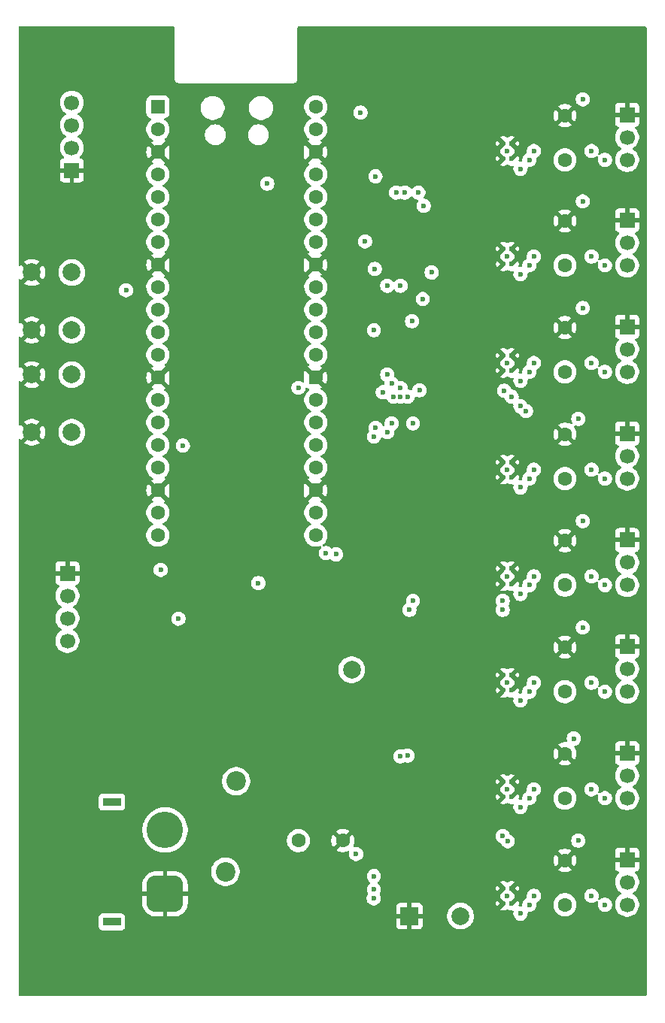
<source format=gbr>
%TF.GenerationSoftware,KiCad,Pcbnew,9.0.4*%
%TF.CreationDate,2025-11-02T13:51:21+01:00*%
%TF.ProjectId,controller,636f6e74-726f-46c6-9c65-722e6b696361,rev?*%
%TF.SameCoordinates,Original*%
%TF.FileFunction,Copper,L3,Inr*%
%TF.FilePolarity,Positive*%
%FSLAX46Y46*%
G04 Gerber Fmt 4.6, Leading zero omitted, Abs format (unit mm)*
G04 Created by KiCad (PCBNEW 9.0.4) date 2025-11-02 13:51:21*
%MOMM*%
%LPD*%
G01*
G04 APERTURE LIST*
G04 Aperture macros list*
%AMRoundRect*
0 Rectangle with rounded corners*
0 $1 Rounding radius*
0 $2 $3 $4 $5 $6 $7 $8 $9 X,Y pos of 4 corners*
0 Add a 4 corners polygon primitive as box body*
4,1,4,$2,$3,$4,$5,$6,$7,$8,$9,$2,$3,0*
0 Add four circle primitives for the rounded corners*
1,1,$1+$1,$2,$3*
1,1,$1+$1,$4,$5*
1,1,$1+$1,$6,$7*
1,1,$1+$1,$8,$9*
0 Add four rect primitives between the rounded corners*
20,1,$1+$1,$2,$3,$4,$5,0*
20,1,$1+$1,$4,$5,$6,$7,0*
20,1,$1+$1,$6,$7,$8,$9,0*
20,1,$1+$1,$8,$9,$2,$3,0*%
%AMFreePoly0*
4,1,37,0.603843,0.796157,0.639018,0.796157,0.711114,0.766294,0.766294,0.711114,0.796157,0.639018,0.796157,0.603843,0.800000,0.600000,0.800000,-0.600000,0.796157,-0.603843,0.796157,-0.639018,0.766294,-0.711114,0.711114,-0.766294,0.639018,-0.796157,0.603843,-0.796157,0.600000,-0.800000,0.000000,-0.800000,0.000000,-0.796148,-0.078414,-0.796148,-0.232228,-0.765552,-0.377117,-0.705537,
-0.507515,-0.618408,-0.618408,-0.507515,-0.705537,-0.377117,-0.765552,-0.232228,-0.796148,-0.078414,-0.796148,0.078414,-0.765552,0.232228,-0.705537,0.377117,-0.618408,0.507515,-0.507515,0.618408,-0.377117,0.705537,-0.232228,0.765552,-0.078414,0.796148,0.000000,0.796148,0.000000,0.800000,0.600000,0.800000,0.603843,0.796157,0.603843,0.796157,$1*%
%AMFreePoly1*
4,1,37,0.000000,0.796148,0.078414,0.796148,0.232228,0.765552,0.377117,0.705537,0.507515,0.618408,0.618408,0.507515,0.705537,0.377117,0.765552,0.232228,0.796148,0.078414,0.796148,-0.078414,0.765552,-0.232228,0.705537,-0.377117,0.618408,-0.507515,0.507515,-0.618408,0.377117,-0.705537,0.232228,-0.765552,0.078414,-0.796148,0.000000,-0.796148,0.000000,-0.800000,-0.600000,-0.800000,
-0.603843,-0.796157,-0.639018,-0.796157,-0.711114,-0.766294,-0.766294,-0.711114,-0.796157,-0.639018,-0.796157,-0.603843,-0.800000,-0.600000,-0.800000,0.600000,-0.796157,0.603843,-0.796157,0.639018,-0.766294,0.711114,-0.711114,0.766294,-0.639018,0.796157,-0.603843,0.796157,-0.600000,0.800000,0.000000,0.800000,0.000000,0.796148,0.000000,0.796148,$1*%
G04 Aperture macros list end*
%TA.AperFunction,ComponentPad*%
%ADD10C,3.600000*%
%TD*%
%TA.AperFunction,ComponentPad*%
%ADD11C,2.200000*%
%TD*%
%TA.AperFunction,ComponentPad*%
%ADD12C,0.600000*%
%TD*%
%TA.AperFunction,ComponentPad*%
%ADD13RoundRect,0.200000X-0.600000X-0.600000X0.600000X-0.600000X0.600000X0.600000X-0.600000X0.600000X0*%
%TD*%
%TA.AperFunction,ComponentPad*%
%ADD14C,1.600000*%
%TD*%
%TA.AperFunction,ComponentPad*%
%ADD15FreePoly0,0.000000*%
%TD*%
%TA.AperFunction,ComponentPad*%
%ADD16FreePoly1,0.000000*%
%TD*%
%TA.AperFunction,ComponentPad*%
%ADD17C,2.000000*%
%TD*%
%TA.AperFunction,ComponentPad*%
%ADD18R,1.700000X1.700000*%
%TD*%
%TA.AperFunction,ComponentPad*%
%ADD19C,1.700000*%
%TD*%
%TA.AperFunction,ComponentPad*%
%ADD20R,2.000000X2.000000*%
%TD*%
%TA.AperFunction,ComponentPad*%
%ADD21R,2.000000X0.900000*%
%TD*%
%TA.AperFunction,ComponentPad*%
%ADD22RoundRect,1.025000X1.025000X-1.025000X1.025000X1.025000X-1.025000X1.025000X-1.025000X-1.025000X0*%
%TD*%
%TA.AperFunction,ComponentPad*%
%ADD23C,4.100000*%
%TD*%
%TA.AperFunction,ViaPad*%
%ADD24C,0.600000*%
%TD*%
G04 APERTURE END LIST*
D10*
%TO.N,GND*%
%TO.C,H1*%
X102800000Y-135400000D03*
%TD*%
%TO.N,GND*%
%TO.C,H4*%
X102800000Y-32400000D03*
%TD*%
%TO.N,GND*%
%TO.C,H3*%
X38800000Y-32400000D03*
%TD*%
%TO.N,GND*%
%TO.C,H2*%
X38800000Y-135400000D03*
%TD*%
D11*
%TO.N,/PWR_IN*%
%TO.C,F1*%
X60000000Y-114300000D03*
%TO.N,/PWR_PRE_SHUNT*%
X58800000Y-124500000D03*
%TD*%
D12*
%TO.N,GND*%
%TO.C,U8*%
X90045000Y-114360000D03*
X90045000Y-116080000D03*
X90525000Y-115220000D03*
X91005000Y-114360000D03*
X91005000Y-116080000D03*
%TD*%
D13*
%TO.N,/UART0_TX*%
%TO.C,A1*%
X51185000Y-38340000D03*
D14*
%TO.N,/UART0_RX*%
X51185000Y-40880000D03*
D15*
%TO.N,GND*%
X51185000Y-43420000D03*
D14*
%TO.N,/LED_0*%
X51185000Y-45960000D03*
%TO.N,/LED_1*%
X51185000Y-48500000D03*
%TO.N,/SDA*%
X51185000Y-51040000D03*
%TO.N,/SCL*%
X51185000Y-53580000D03*
D15*
%TO.N,GND*%
X51185000Y-56120000D03*
D14*
%TO.N,/BTN_0*%
X51185000Y-58660000D03*
%TO.N,/BTN_1*%
X51185000Y-61200000D03*
%TO.N,/CTRL_0*%
X51185000Y-63740000D03*
%TO.N,/CTRL_1*%
X51185000Y-66280000D03*
D15*
%TO.N,GND*%
X51185000Y-68820000D03*
D14*
%TO.N,/CTRL_2*%
X51185000Y-71360000D03*
%TO.N,/CTRL_3*%
X51185000Y-73900000D03*
%TO.N,/CTRL_4*%
X51185000Y-76440000D03*
%TO.N,/CTRL_5*%
X51185000Y-78980000D03*
D15*
%TO.N,GND*%
X51185000Y-81520000D03*
D14*
%TO.N,/CTRL_6*%
X51185000Y-84060000D03*
%TO.N,/CTRL_7*%
X51185000Y-86600000D03*
%TO.N,/SD_DO*%
X68965000Y-86600000D03*
%TO.N,/SD_CS*%
X68965000Y-84060000D03*
D16*
%TO.N,GND*%
X68965000Y-81520000D03*
D14*
%TO.N,/SD_CLK*%
X68965000Y-78980000D03*
%TO.N,/SD_DI*%
X68965000Y-76440000D03*
%TO.N,/FB_S0*%
X68965000Y-73900000D03*
%TO.N,/FB_S1*%
X68965000Y-71360000D03*
D16*
%TO.N,GND*%
X68965000Y-68820000D03*
D14*
%TO.N,/FB_S2*%
X68965000Y-66280000D03*
%TO.N,unconnected-(A1-RUN-Pad30)*%
X68965000Y-63740000D03*
%TO.N,/NTC_0*%
X68965000Y-61200000D03*
%TO.N,/NTC_1*%
X68965000Y-58660000D03*
D16*
%TO.N,GND*%
X68965000Y-56120000D03*
D14*
%TO.N,/FB_M*%
X68965000Y-53580000D03*
%TO.N,unconnected-(A1-ADC_VREF-Pad35)_1*%
X68965000Y-51040000D03*
%TO.N,+3.3V*%
X68965000Y-48500000D03*
%TO.N,unconnected-(A1-3V3_EN-Pad37)*%
X68965000Y-45960000D03*
D16*
%TO.N,GND*%
X68965000Y-43420000D03*
D14*
%TO.N,+5V*%
X68965000Y-40880000D03*
%TO.N,unconnected-(A1-VBUS-Pad40)_1*%
X68965000Y-38340000D03*
%TD*%
D17*
%TO.N,GND*%
%TO.C,SW1*%
X37000000Y-75000000D03*
X37000000Y-68500000D03*
%TO.N,Net-(R30-Pad2)*%
X41500000Y-75000000D03*
X41500000Y-68500000D03*
%TD*%
D12*
%TO.N,GND*%
%TO.C,U5*%
X90045000Y-78360000D03*
X90045000Y-80080000D03*
X90525000Y-79220000D03*
X91005000Y-78360000D03*
X91005000Y-80080000D03*
%TD*%
D18*
%TO.N,GND*%
%TO.C,J3*%
X104000000Y-63120000D03*
D19*
%TO.N,Net-(D2-K)*%
X104000000Y-65660000D03*
%TO.N,/Channel2/LED_SUPPLY*%
X104000000Y-68200000D03*
%TD*%
D12*
%TO.N,GND*%
%TO.C,U13*%
X90045000Y-42465000D03*
X90045000Y-44185000D03*
X90525000Y-43325000D03*
X91005000Y-42465000D03*
X91005000Y-44185000D03*
%TD*%
D18*
%TO.N,GND*%
%TO.C,J13*%
X104000000Y-39245000D03*
D19*
%TO.N,Net-(D11-K)*%
X104000000Y-41785000D03*
%TO.N,/Channel/LED_SUPPLY*%
X104000000Y-44325000D03*
%TD*%
D18*
%TO.N,GND*%
%TO.C,J7*%
X104000000Y-111140000D03*
D19*
%TO.N,Net-(D6-K)*%
X104000000Y-113680000D03*
%TO.N,/Channel6/LED_SUPPLY*%
X104000000Y-116220000D03*
%TD*%
D12*
%TO.N,GND*%
%TO.C,U4*%
X90045000Y-66340000D03*
X90045000Y-68060000D03*
X90525000Y-67200000D03*
X91005000Y-66340000D03*
X91005000Y-68060000D03*
%TD*%
%TO.N,GND*%
%TO.C,U9*%
X90045000Y-126360000D03*
X90045000Y-128080000D03*
X90525000Y-127220000D03*
X91005000Y-126360000D03*
X91005000Y-128080000D03*
%TD*%
D20*
%TO.N,GND*%
%TO.C,TP1*%
X79500000Y-129500000D03*
%TD*%
D12*
%TO.N,GND*%
%TO.C,U3*%
X90045000Y-54340000D03*
X90045000Y-56060000D03*
X90525000Y-55200000D03*
X91005000Y-54340000D03*
X91005000Y-56060000D03*
%TD*%
D17*
%TO.N,+5V*%
%TO.C,TP3*%
X85250000Y-129500000D03*
%TD*%
D18*
%TO.N,GND*%
%TO.C,J12*%
X41500000Y-45500000D03*
D19*
%TO.N,/UART0_RX*%
X41500000Y-42960000D03*
%TO.N,/UART0_TX*%
X41500000Y-40420000D03*
%TO.N,+3.3V*%
X41500000Y-37880000D03*
%TD*%
D21*
%TO.N,*%
%TO.C,J1*%
X46000000Y-130150000D03*
X46000000Y-116650000D03*
D22*
%TO.N,GND*%
X52000000Y-127000000D03*
D23*
%TO.N,/PWR_IN*%
X52000000Y-119800000D03*
%TD*%
D18*
%TO.N,GND*%
%TO.C,J10*%
X41000000Y-90880000D03*
D19*
%TO.N,+3.3V*%
X41000000Y-93420000D03*
%TO.N,/SCL*%
X41000000Y-95960000D03*
%TO.N,/SDA*%
X41000000Y-98500000D03*
%TD*%
D18*
%TO.N,GND*%
%TO.C,J8*%
X104000000Y-123140000D03*
D19*
%TO.N,Net-(D7-K)*%
X104000000Y-125680000D03*
%TO.N,/Channel7/LED_SUPPLY*%
X104000000Y-128220000D03*
%TD*%
D18*
%TO.N,GND*%
%TO.C,J5*%
X104000000Y-87140000D03*
D19*
%TO.N,Net-(D4-K)*%
X104000000Y-89680000D03*
%TO.N,/Channel4/LED_SUPPLY*%
X104000000Y-92220000D03*
%TD*%
D17*
%TO.N,GND*%
%TO.C,SW2*%
X37000000Y-63500000D03*
X37000000Y-57000000D03*
%TO.N,Net-(R31-Pad2)*%
X41500000Y-63500000D03*
X41500000Y-57000000D03*
%TD*%
D12*
%TO.N,GND*%
%TO.C,U6*%
X90045000Y-90360000D03*
X90045000Y-92080000D03*
X90525000Y-91220000D03*
X91005000Y-90360000D03*
X91005000Y-92080000D03*
%TD*%
D18*
%TO.N,GND*%
%TO.C,J4*%
X104000000Y-75140000D03*
D19*
%TO.N,Net-(D3-K)*%
X104000000Y-77680000D03*
%TO.N,/Channel3/LED_SUPPLY*%
X104000000Y-80220000D03*
%TD*%
D18*
%TO.N,GND*%
%TO.C,J2*%
X104000000Y-51120000D03*
D19*
%TO.N,Net-(D1-K)*%
X104000000Y-53660000D03*
%TO.N,/Channel1/LED_SUPPLY*%
X104000000Y-56200000D03*
%TD*%
D17*
%TO.N,+3.3V*%
%TO.C,TP2*%
X73000000Y-101750000D03*
%TD*%
D12*
%TO.N,GND*%
%TO.C,U7*%
X90045000Y-102360000D03*
X90045000Y-104080000D03*
X90525000Y-103220000D03*
X91005000Y-102360000D03*
X91005000Y-104080000D03*
%TD*%
D18*
%TO.N,GND*%
%TO.C,J6*%
X104000000Y-99140000D03*
D19*
%TO.N,Net-(D5-K)*%
X104000000Y-101680000D03*
%TO.N,/Channel5/LED_SUPPLY*%
X104000000Y-104220000D03*
%TD*%
D14*
%TO.N,/Channel3/LED_SUPPLY*%
%TO.C,C6*%
X97000000Y-80220000D03*
%TO.N,GND*%
X97000000Y-75220000D03*
%TD*%
%TO.N,/Channel7/LED_SUPPLY*%
%TO.C,C14*%
X97000000Y-128220000D03*
%TO.N,GND*%
X97000000Y-123220000D03*
%TD*%
%TO.N,/Channel5/LED_SUPPLY*%
%TO.C,C10*%
X97000000Y-104220000D03*
%TO.N,GND*%
X97000000Y-99220000D03*
%TD*%
%TO.N,/Channel1/LED_SUPPLY*%
%TO.C,C2*%
X97000000Y-56200000D03*
%TO.N,GND*%
X97000000Y-51200000D03*
%TD*%
%TO.N,/Channel/LED_SUPPLY*%
%TO.C,C32*%
X97000000Y-44325000D03*
%TO.N,GND*%
X97000000Y-39325000D03*
%TD*%
%TO.N,/Channel2/LED_SUPPLY*%
%TO.C,C4*%
X97000000Y-68200000D03*
%TO.N,GND*%
X97000000Y-63200000D03*
%TD*%
%TO.N,+5V*%
%TO.C,C25*%
X67000000Y-121000000D03*
%TO.N,GND*%
X72000000Y-121000000D03*
%TD*%
%TO.N,/Channel4/LED_SUPPLY*%
%TO.C,C8*%
X97000000Y-92220000D03*
%TO.N,GND*%
X97000000Y-87220000D03*
%TD*%
%TO.N,/Channel6/LED_SUPPLY*%
%TO.C,C12*%
X97000000Y-116220000D03*
%TO.N,GND*%
X97000000Y-111220000D03*
%TD*%
D24*
%TO.N,/FB_M*%
X75500000Y-63500000D03*
X74500000Y-53500000D03*
%TO.N,GND*%
X65000000Y-111250000D03*
X55750000Y-43500000D03*
X69250000Y-105250000D03*
X58500000Y-66250000D03*
X78750000Y-38750000D03*
X37000000Y-124000000D03*
X37000000Y-45500000D03*
X90750000Y-85500000D03*
X80750000Y-110750000D03*
X86250000Y-40500000D03*
X42500000Y-109250000D03*
X74750000Y-111250000D03*
X71750000Y-70250000D03*
X92000000Y-113000000D03*
X90250000Y-118250000D03*
X102750000Y-106750000D03*
X67750000Y-100750000D03*
X84000000Y-98000000D03*
X71250000Y-110250000D03*
X61500000Y-102000000D03*
X43500000Y-69000000D03*
X92000000Y-64750000D03*
X81000000Y-44000000D03*
X77500000Y-59500000D03*
X63750000Y-55500000D03*
X48000000Y-103750000D03*
X57500000Y-103250000D03*
X90750000Y-73500000D03*
X63500000Y-104250000D03*
X56750000Y-65000000D03*
X95000000Y-59750000D03*
X80000000Y-58500000D03*
X61750000Y-107750000D03*
X99000000Y-65500000D03*
X75000000Y-129250000D03*
X43000000Y-60500000D03*
X51500000Y-97250000D03*
X92750000Y-84000000D03*
X65250000Y-40750000D03*
X59750000Y-49000000D03*
X45250000Y-102000000D03*
X91750000Y-40750000D03*
X72250000Y-48250000D03*
X58500000Y-59000000D03*
X47000000Y-53500000D03*
X53250000Y-111250000D03*
X83500000Y-46750000D03*
X72000000Y-42750000D03*
X64750000Y-95750000D03*
X38500000Y-52750000D03*
X48000000Y-72750000D03*
X104000000Y-70750000D03*
X105500000Y-83750000D03*
X37000000Y-130250000D03*
X99000000Y-47000000D03*
X74250000Y-72500000D03*
X41750000Y-129500000D03*
X78750000Y-76750000D03*
X45750000Y-97250000D03*
X94750000Y-48250000D03*
X46250000Y-91750000D03*
X67000000Y-71750000D03*
X47000000Y-56250000D03*
X52000000Y-105500000D03*
X48000000Y-100250000D03*
X44750000Y-42500000D03*
X92250000Y-106750000D03*
X77000000Y-47000000D03*
X55750000Y-87250000D03*
X105500000Y-47000000D03*
X79000000Y-42500000D03*
X74250000Y-75500000D03*
X56500000Y-69000000D03*
X76750000Y-111500000D03*
X62750000Y-54500000D03*
X53000000Y-47250000D03*
X67000000Y-50500000D03*
X105500000Y-107500000D03*
X64500000Y-87000000D03*
X36750000Y-37500000D03*
X49000000Y-105500000D03*
X90750000Y-58750000D03*
X62750000Y-127000000D03*
X85000000Y-122250000D03*
X79750000Y-46750000D03*
X54000000Y-65500000D03*
X99000000Y-41750000D03*
X62000000Y-53000000D03*
X65250000Y-44250000D03*
X67000000Y-37250000D03*
X64250000Y-70000000D03*
X55250000Y-75500000D03*
X38500000Y-104750000D03*
X71750000Y-57000000D03*
X85500000Y-60750000D03*
X104000000Y-82750000D03*
X99000000Y-119000000D03*
X63250000Y-73500000D03*
X65000000Y-53000000D03*
X67750000Y-111250000D03*
X71500000Y-96750000D03*
X53000000Y-75250000D03*
X67000000Y-59250000D03*
X92250000Y-52750000D03*
X99000000Y-77500000D03*
X56750000Y-77500000D03*
X53250000Y-38250000D03*
X40250000Y-83250000D03*
X53250000Y-78000000D03*
X44000000Y-39500000D03*
X91750000Y-124500000D03*
X43500000Y-99750000D03*
X47500000Y-46500000D03*
X53000000Y-64250000D03*
X79500000Y-100500000D03*
X43500000Y-72000000D03*
X92500000Y-75500000D03*
X56250000Y-106500000D03*
X99000000Y-53500000D03*
X105500000Y-95000000D03*
X59500000Y-59750000D03*
X70000000Y-92000000D03*
X99000000Y-82750000D03*
X72250000Y-38000000D03*
X63250000Y-78250000D03*
X76750000Y-104500000D03*
X63500000Y-66000000D03*
X80750000Y-102000000D03*
X66750000Y-52500000D03*
X79000000Y-118500000D03*
X62250000Y-48000000D03*
X57250000Y-92000000D03*
X99000000Y-95000000D03*
X49500000Y-90000000D03*
X81000000Y-61750000D03*
X65750000Y-127000000D03*
X75000000Y-48500000D03*
X45000000Y-66000000D03*
X92250000Y-100750000D03*
X84000000Y-106000000D03*
X74750000Y-66000000D03*
X75500000Y-59250000D03*
X53000000Y-52250000D03*
X53500000Y-85000000D03*
X99250000Y-59000000D03*
X92000000Y-89000000D03*
X91750000Y-77000000D03*
X66500000Y-78750000D03*
X60750000Y-111250000D03*
X74500000Y-68750000D03*
X74250000Y-51000000D03*
X44750000Y-78250000D03*
X65750000Y-65250000D03*
X99000000Y-130750000D03*
X74500000Y-90750000D03*
X74500000Y-97750000D03*
X53000000Y-72750000D03*
X76750000Y-48500000D03*
X76250000Y-38750000D03*
X71750000Y-75250000D03*
X65250000Y-49500000D03*
X65000000Y-56750000D03*
X59750000Y-43500000D03*
X83500000Y-37500000D03*
X99000000Y-101500000D03*
X77750000Y-54000000D03*
X60500000Y-65750000D03*
X71750000Y-77750000D03*
X75500000Y-61500000D03*
X99250000Y-106750000D03*
X99000000Y-113750000D03*
X74750000Y-77750000D03*
X92500000Y-121250000D03*
X40250000Y-52750000D03*
X71500000Y-65000000D03*
X90500000Y-131000000D03*
X48750000Y-95000000D03*
X39250000Y-50250000D03*
X74750000Y-42500000D03*
X87000000Y-83500000D03*
X56500000Y-97250000D03*
X98750000Y-125750000D03*
X52250000Y-92500000D03*
X90750000Y-109500000D03*
X105250000Y-119000000D03*
X69750000Y-130750000D03*
X83500000Y-79250000D03*
X67500000Y-96250000D03*
X53500000Y-99000000D03*
X54000000Y-60750000D03*
X47750000Y-39500000D03*
X99000000Y-89500000D03*
X47000000Y-114000000D03*
X87750000Y-105750000D03*
X103000000Y-130500000D03*
X67250000Y-54500000D03*
X79500000Y-96750000D03*
X41000000Y-100750000D03*
X66750000Y-85000000D03*
X104750000Y-58750000D03*
X48750000Y-111000000D03*
X61250000Y-70000000D03*
X58250000Y-78500000D03*
X37500000Y-112000000D03*
X71750000Y-130500000D03*
X47250000Y-50500000D03*
X79500000Y-109250000D03*
X39250000Y-39250000D03*
X76750000Y-82500000D03*
X85000000Y-115500000D03*
X99250000Y-70750000D03*
X73000000Y-37000000D03*
X46750000Y-48750000D03*
X84500000Y-51500000D03*
X90750000Y-47750000D03*
%TO.N,/NTC_0*%
X62500000Y-92000000D03*
X73500000Y-122500000D03*
X67000000Y-70000000D03*
%TO.N,/NTC_1*%
X63500000Y-47000000D03*
%TO.N,/SD_CLK*%
X70111025Y-88611025D03*
%TO.N,/SDA*%
X75475000Y-127497523D03*
%TO.N,+5V*%
X82000000Y-57000000D03*
X75603685Y-56603685D03*
X75672435Y-46172435D03*
%TO.N,+3.3V*%
X75500000Y-125000000D03*
X51500000Y-90500000D03*
X74000000Y-39000000D03*
X79900000Y-74000000D03*
%TO.N,/SCL*%
X75500000Y-126500000D03*
X53500000Y-96000000D03*
%TO.N,/CTRL_4*%
X54000000Y-76500000D03*
%TO.N,/BTN_1*%
X47600000Y-59000000D03*
%TO.N,/SD_DI*%
X71250000Y-88750000D03*
%TO.N,/FB_1*%
X91000000Y-71000000D03*
X79300000Y-71000000D03*
%TO.N,/FB_2*%
X90174265Y-70325735D03*
X80624265Y-70275735D03*
%TO.N,/FB_3*%
X77699997Y-71000000D03*
X92610155Y-72600000D03*
%TO.N,/FB_4*%
X79900000Y-94000000D03*
X78500000Y-70000000D03*
X77500000Y-74000000D03*
X90000000Y-94000000D03*
%TO.N,/FB_5*%
X77000000Y-75000000D03*
X90000000Y-95000000D03*
X79500000Y-95000000D03*
X76500000Y-70500000D03*
%TO.N,/FB_6*%
X75699997Y-74500000D03*
X79296348Y-111423619D03*
X90000000Y-120500000D03*
X77500000Y-69500000D03*
%TO.N,/FB_7*%
X78500000Y-111500000D03*
X77000000Y-68500000D03*
X75500000Y-75500000D03*
X90565687Y-121065687D03*
%TO.N,/Channel/LED_SUPPLY*%
X93000000Y-44325000D03*
X92000000Y-45325000D03*
X93500000Y-43325000D03*
X100000000Y-43325000D03*
X101500000Y-44325000D03*
%TO.N,/Channel/DIN*%
X99000000Y-37500000D03*
X78000000Y-48000000D03*
%TO.N,/Channel1/LED_SUPPLY*%
X93500000Y-55200000D03*
X100000000Y-55200000D03*
X93000000Y-56200000D03*
X101500000Y-56200000D03*
X92000000Y-57200000D03*
%TO.N,/Channel2/LED_SUPPLY*%
X93500000Y-67200000D03*
X100000000Y-67200000D03*
X92000000Y-69200000D03*
X101500000Y-68200000D03*
X93000000Y-68200000D03*
%TO.N,/Channel3/LED_SUPPLY*%
X101500000Y-80220000D03*
X100000000Y-79220000D03*
X92000000Y-81220000D03*
X93000000Y-80220000D03*
X93500000Y-79220000D03*
%TO.N,/Channel4/LED_SUPPLY*%
X93000000Y-92220000D03*
X100000000Y-91220000D03*
X92000000Y-93220000D03*
X101500000Y-92220000D03*
X93500000Y-91220000D03*
%TO.N,/Channel5/LED_SUPPLY*%
X92000000Y-105220000D03*
X100000000Y-103220000D03*
X93500000Y-103220000D03*
X101500000Y-104220000D03*
X93000000Y-104220000D03*
%TO.N,/Channel6/LED_SUPPLY*%
X93000000Y-116220000D03*
X92000000Y-117220000D03*
X100000000Y-115220000D03*
X101500000Y-116220000D03*
X93500000Y-115220000D03*
%TO.N,/Channel7/LED_SUPPLY*%
X101500000Y-128220000D03*
X93000000Y-128220000D03*
X92000000Y-129220000D03*
X100000000Y-127220000D03*
X93500000Y-127220000D03*
%TO.N,/Channel1/DIN*%
X99000000Y-49000000D03*
X81100000Y-49500000D03*
%TO.N,/Channel2/DIN*%
X80500000Y-48000000D03*
X99000000Y-61000000D03*
%TO.N,/Channel3/DIN*%
X98500000Y-73500000D03*
X79000000Y-48000000D03*
%TO.N,/Channel4/DIN*%
X81000000Y-60000000D03*
X99000000Y-85000000D03*
%TO.N,/Channel5/DIN*%
X99000000Y-97000000D03*
X79800000Y-62500000D03*
%TO.N,/Channel6/DIN*%
X98000000Y-109500000D03*
X78500000Y-58500000D03*
%TO.N,/Channel7/DIN*%
X77000000Y-58500000D03*
X98500000Y-121000000D03*
%TO.N,/FB_0*%
X78500000Y-71000000D03*
X92000000Y-72076000D03*
%TD*%
%TA.AperFunction,Conductor*%
%TO.N,GND*%
G36*
X53042539Y-29320185D02*
G01*
X53088294Y-29372989D01*
X53099500Y-29424500D01*
X53099500Y-35265891D01*
X53133608Y-35393187D01*
X53166554Y-35450250D01*
X53199500Y-35507314D01*
X53292686Y-35600500D01*
X53406814Y-35666392D01*
X53534108Y-35700500D01*
X53534110Y-35700500D01*
X66465890Y-35700500D01*
X66465892Y-35700500D01*
X66593186Y-35666392D01*
X66707314Y-35600500D01*
X66800500Y-35507314D01*
X66866392Y-35393186D01*
X66900500Y-35265892D01*
X66900500Y-29424500D01*
X66920185Y-29357461D01*
X66972989Y-29311706D01*
X67024500Y-29300500D01*
X106075500Y-29300500D01*
X106142539Y-29320185D01*
X106188294Y-29372989D01*
X106199500Y-29424500D01*
X106199500Y-138375500D01*
X106179815Y-138442539D01*
X106127011Y-138488294D01*
X106075500Y-138499500D01*
X35624500Y-138499500D01*
X35557461Y-138479815D01*
X35511706Y-138427011D01*
X35500500Y-138375500D01*
X35500500Y-129652135D01*
X44499500Y-129652135D01*
X44499500Y-130647870D01*
X44499501Y-130647876D01*
X44505908Y-130707483D01*
X44556202Y-130842328D01*
X44556206Y-130842335D01*
X44642452Y-130957544D01*
X44642455Y-130957547D01*
X44757664Y-131043793D01*
X44757671Y-131043797D01*
X44892517Y-131094091D01*
X44892516Y-131094091D01*
X44899444Y-131094835D01*
X44952127Y-131100500D01*
X47047872Y-131100499D01*
X47107483Y-131094091D01*
X47242331Y-131043796D01*
X47357546Y-130957546D01*
X47443796Y-130842331D01*
X47494091Y-130707483D01*
X47500500Y-130647873D01*
X47500499Y-129652128D01*
X47494091Y-129592517D01*
X47485879Y-129570500D01*
X47443797Y-129457671D01*
X47443793Y-129457664D01*
X47357547Y-129342455D01*
X47357544Y-129342452D01*
X47242335Y-129256206D01*
X47242328Y-129256202D01*
X47107482Y-129205908D01*
X47107483Y-129205908D01*
X47047883Y-129199501D01*
X47047881Y-129199500D01*
X47047873Y-129199500D01*
X47047864Y-129199500D01*
X44952129Y-129199500D01*
X44952123Y-129199501D01*
X44892516Y-129205908D01*
X44757671Y-129256202D01*
X44757664Y-129256206D01*
X44642455Y-129342452D01*
X44642452Y-129342455D01*
X44556206Y-129457664D01*
X44556202Y-129457671D01*
X44505908Y-129592517D01*
X44499501Y-129652116D01*
X44499501Y-129652123D01*
X44499500Y-129652135D01*
X35500500Y-129652135D01*
X35500500Y-125904731D01*
X49450000Y-125904731D01*
X49450000Y-126750000D01*
X50672769Y-126750000D01*
X50650000Y-126893753D01*
X50650000Y-127106247D01*
X50672769Y-127250000D01*
X49450000Y-127250000D01*
X49450000Y-128095268D01*
X49460215Y-128239958D01*
X49460217Y-128239968D01*
X49514313Y-128480165D01*
X49514315Y-128480172D01*
X49606244Y-128708585D01*
X49733620Y-128919289D01*
X49733627Y-128919299D01*
X49893153Y-129106846D01*
X50080700Y-129266372D01*
X50080710Y-129266379D01*
X50291414Y-129393755D01*
X50519827Y-129485684D01*
X50519834Y-129485686D01*
X50760031Y-129539782D01*
X50760041Y-129539784D01*
X50904731Y-129549999D01*
X50904734Y-129550000D01*
X51750000Y-129550000D01*
X51750000Y-128327231D01*
X51893753Y-128350000D01*
X52106247Y-128350000D01*
X52250000Y-128327231D01*
X52250000Y-129550000D01*
X53095266Y-129550000D01*
X53095268Y-129549999D01*
X53239958Y-129539784D01*
X53239968Y-129539782D01*
X53480165Y-129485686D01*
X53480172Y-129485684D01*
X53708585Y-129393755D01*
X53911781Y-129270919D01*
X53919289Y-129266379D01*
X53919299Y-129266372D01*
X54106846Y-129106846D01*
X54266372Y-128919299D01*
X54266379Y-128919289D01*
X54393755Y-128708585D01*
X54485684Y-128480172D01*
X54485685Y-128480168D01*
X54491994Y-128452155D01*
X78000000Y-128452155D01*
X78000000Y-129250000D01*
X79066988Y-129250000D01*
X79034075Y-129307007D01*
X79000000Y-129434174D01*
X79000000Y-129565826D01*
X79034075Y-129692993D01*
X79066988Y-129750000D01*
X78000000Y-129750000D01*
X78000000Y-130547844D01*
X78006401Y-130607372D01*
X78006403Y-130607379D01*
X78056645Y-130742086D01*
X78056649Y-130742093D01*
X78142809Y-130857187D01*
X78142812Y-130857190D01*
X78257906Y-130943350D01*
X78257913Y-130943354D01*
X78392620Y-130993596D01*
X78392627Y-130993598D01*
X78452155Y-130999999D01*
X78452172Y-131000000D01*
X79250000Y-131000000D01*
X79250000Y-129933012D01*
X79307007Y-129965925D01*
X79434174Y-130000000D01*
X79565826Y-130000000D01*
X79692993Y-129965925D01*
X79750000Y-129933012D01*
X79750000Y-131000000D01*
X80547828Y-131000000D01*
X80547844Y-130999999D01*
X80607372Y-130993598D01*
X80607379Y-130993596D01*
X80742086Y-130943354D01*
X80742093Y-130943350D01*
X80857187Y-130857190D01*
X80857190Y-130857187D01*
X80943350Y-130742093D01*
X80943354Y-130742086D01*
X80993596Y-130607379D01*
X80993598Y-130607372D01*
X80999999Y-130547844D01*
X81000000Y-130547827D01*
X81000000Y-129750000D01*
X79933012Y-129750000D01*
X79965925Y-129692993D01*
X80000000Y-129565826D01*
X80000000Y-129434174D01*
X79985993Y-129381902D01*
X83749500Y-129381902D01*
X83749500Y-129618097D01*
X83786446Y-129851368D01*
X83859433Y-130075996D01*
X83966657Y-130286433D01*
X84105483Y-130477510D01*
X84272490Y-130644517D01*
X84463567Y-130783343D01*
X84562991Y-130834002D01*
X84674003Y-130890566D01*
X84674005Y-130890566D01*
X84674008Y-130890568D01*
X84794412Y-130929689D01*
X84898631Y-130963553D01*
X85131903Y-131000500D01*
X85131908Y-131000500D01*
X85368097Y-131000500D01*
X85601368Y-130963553D01*
X85825992Y-130890568D01*
X86036433Y-130783343D01*
X86227510Y-130644517D01*
X86394517Y-130477510D01*
X86533343Y-130286433D01*
X86640568Y-130075992D01*
X86713553Y-129851368D01*
X86729608Y-129750000D01*
X86750500Y-129618097D01*
X86750500Y-129381902D01*
X86713553Y-129148631D01*
X86665259Y-129000000D01*
X86640568Y-128924008D01*
X86640566Y-128924005D01*
X86640566Y-128924003D01*
X86575266Y-128795845D01*
X86533343Y-128713567D01*
X86394517Y-128522490D01*
X86227510Y-128355483D01*
X86036433Y-128216657D01*
X86017317Y-128206917D01*
X85825996Y-128109433D01*
X85601368Y-128036446D01*
X85378843Y-128001202D01*
X89245000Y-128001202D01*
X89245000Y-128158797D01*
X89275741Y-128313343D01*
X89275743Y-128313351D01*
X89329153Y-128442293D01*
X89691446Y-128080001D01*
X89691446Y-128079999D01*
X89329153Y-127717705D01*
X89275743Y-127846648D01*
X89275741Y-127846656D01*
X89245000Y-128001202D01*
X85378843Y-128001202D01*
X85368097Y-127999500D01*
X85368092Y-127999500D01*
X85131908Y-127999500D01*
X85131903Y-127999500D01*
X84898631Y-128036446D01*
X84674003Y-128109433D01*
X84463566Y-128216657D01*
X84386850Y-128272395D01*
X84272490Y-128355483D01*
X84272488Y-128355485D01*
X84272487Y-128355485D01*
X84105485Y-128522487D01*
X84105485Y-128522488D01*
X84105483Y-128522490D01*
X84103998Y-128524534D01*
X83966657Y-128713566D01*
X83859433Y-128924003D01*
X83786446Y-129148631D01*
X83749500Y-129381902D01*
X79985993Y-129381902D01*
X79965925Y-129307007D01*
X79933012Y-129250000D01*
X81000000Y-129250000D01*
X81000000Y-128452172D01*
X80999999Y-128452155D01*
X80993598Y-128392627D01*
X80993596Y-128392620D01*
X80943354Y-128257913D01*
X80943350Y-128257906D01*
X80857190Y-128142812D01*
X80857187Y-128142809D01*
X80742093Y-128056649D01*
X80742086Y-128056645D01*
X80607379Y-128006403D01*
X80607372Y-128006401D01*
X80547844Y-128000000D01*
X79750000Y-128000000D01*
X79750000Y-129066988D01*
X79692993Y-129034075D01*
X79565826Y-129000000D01*
X79434174Y-129000000D01*
X79307007Y-129034075D01*
X79250000Y-129066988D01*
X79250000Y-128000000D01*
X78452155Y-128000000D01*
X78392627Y-128006401D01*
X78392620Y-128006403D01*
X78257913Y-128056645D01*
X78257906Y-128056649D01*
X78142812Y-128142809D01*
X78142809Y-128142812D01*
X78056649Y-128257906D01*
X78056645Y-128257913D01*
X78006403Y-128392620D01*
X78006401Y-128392627D01*
X78000000Y-128452155D01*
X54491994Y-128452155D01*
X54498875Y-128421606D01*
X54498875Y-128421605D01*
X54539782Y-128239968D01*
X54539784Y-128239958D01*
X54549999Y-128095268D01*
X54550000Y-128095266D01*
X54550000Y-127418676D01*
X74674500Y-127418676D01*
X74674500Y-127576369D01*
X74705261Y-127731012D01*
X74705264Y-127731024D01*
X74765602Y-127876695D01*
X74765609Y-127876708D01*
X74853210Y-128007811D01*
X74853213Y-128007815D01*
X74964707Y-128119309D01*
X74964711Y-128119312D01*
X75095814Y-128206913D01*
X75095827Y-128206920D01*
X75218920Y-128257906D01*
X75241503Y-128267260D01*
X75383474Y-128295500D01*
X75396153Y-128298022D01*
X75396156Y-128298023D01*
X75396158Y-128298023D01*
X75553844Y-128298023D01*
X75553845Y-128298022D01*
X75708497Y-128267260D01*
X75854179Y-128206917D01*
X75985289Y-128119312D01*
X76096789Y-128007812D01*
X76184394Y-127876702D01*
X76244737Y-127731020D01*
X76275500Y-127576365D01*
X76275500Y-127418681D01*
X76275500Y-127418678D01*
X76275499Y-127418676D01*
X76260708Y-127344319D01*
X76244737Y-127264026D01*
X76184394Y-127118344D01*
X76163022Y-127086359D01*
X76142145Y-127019682D01*
X76160630Y-126952302D01*
X76163023Y-126948578D01*
X76188023Y-126911163D01*
X76209394Y-126879179D01*
X76269737Y-126733497D01*
X76300500Y-126578842D01*
X76300500Y-126421158D01*
X76300500Y-126421155D01*
X76300499Y-126421153D01*
X76276263Y-126299306D01*
X76272661Y-126281202D01*
X89245000Y-126281202D01*
X89245000Y-126438797D01*
X89275741Y-126593343D01*
X89275743Y-126593351D01*
X89329153Y-126722293D01*
X89691446Y-126360001D01*
X89691446Y-126359999D01*
X89329153Y-125997705D01*
X89275743Y-126126648D01*
X89275741Y-126126656D01*
X89245000Y-126281202D01*
X76272661Y-126281202D01*
X76269738Y-126266507D01*
X76269735Y-126266498D01*
X76209397Y-126120827D01*
X76209390Y-126120814D01*
X76121789Y-125989711D01*
X76121786Y-125989707D01*
X76010292Y-125878213D01*
X76010284Y-125878207D01*
X75972712Y-125853102D01*
X75955042Y-125831959D01*
X75934895Y-125813163D01*
X75932955Y-125805532D01*
X75927906Y-125799490D01*
X75924472Y-125772148D01*
X75917686Y-125745446D01*
X75920180Y-125737977D01*
X75919199Y-125730165D01*
X75931090Y-125705309D01*
X75939819Y-125679175D01*
X75946934Y-125672192D01*
X75949353Y-125667138D01*
X75963896Y-125653368D01*
X75968162Y-125649937D01*
X75976818Y-125644153D01*
X89682705Y-125644153D01*
X90134095Y-126095542D01*
X90167580Y-126156865D01*
X90162596Y-126226556D01*
X90147374Y-126250242D01*
X90129968Y-126232836D01*
X90074837Y-126210000D01*
X90015163Y-126210000D01*
X89960032Y-126232836D01*
X89917836Y-126275032D01*
X89895000Y-126330163D01*
X89895000Y-126389837D01*
X89917836Y-126444968D01*
X89960032Y-126487164D01*
X90015163Y-126510000D01*
X90074837Y-126510000D01*
X90129968Y-126487164D01*
X90146082Y-126471049D01*
X90167580Y-126510418D01*
X90162596Y-126580110D01*
X90134095Y-126624457D01*
X89682706Y-127075845D01*
X89684850Y-127086624D01*
X89690666Y-127095675D01*
X89702855Y-127105497D01*
X89709168Y-127124463D01*
X89719977Y-127141283D01*
X89723939Y-127168842D01*
X89724921Y-127171791D01*
X89725000Y-127176218D01*
X89725000Y-127263779D01*
X89705315Y-127330818D01*
X89686008Y-127347547D01*
X89682705Y-127364152D01*
X90134095Y-127815542D01*
X90167580Y-127876865D01*
X90162596Y-127946557D01*
X90147374Y-127970242D01*
X90129968Y-127952836D01*
X90074837Y-127930000D01*
X90015163Y-127930000D01*
X89960032Y-127952836D01*
X89917836Y-127995032D01*
X89895000Y-128050163D01*
X89895000Y-128109837D01*
X89917836Y-128164968D01*
X89960032Y-128207164D01*
X90015163Y-128230000D01*
X90074837Y-128230000D01*
X90129968Y-128207164D01*
X90146082Y-128191049D01*
X90167580Y-128230418D01*
X90162596Y-128300110D01*
X90134095Y-128344457D01*
X89682705Y-128795845D01*
X89811652Y-128849257D01*
X89811656Y-128849258D01*
X89966202Y-128879999D01*
X89966206Y-128880000D01*
X90123794Y-128880000D01*
X90123797Y-128879999D01*
X90278343Y-128849258D01*
X90278351Y-128849256D01*
X90423939Y-128788952D01*
X90423947Y-128788947D01*
X90456109Y-128767458D01*
X90522786Y-128746580D01*
X90590166Y-128765064D01*
X90593891Y-128767458D01*
X90626052Y-128788947D01*
X90626060Y-128788952D01*
X90771648Y-128849256D01*
X90771656Y-128849258D01*
X90926202Y-128879999D01*
X90926206Y-128880000D01*
X91083795Y-128880000D01*
X91088403Y-128879546D01*
X91157050Y-128892562D01*
X91207762Y-128940625D01*
X91224439Y-129008475D01*
X91222179Y-129027139D01*
X91199500Y-129141153D01*
X91199500Y-129298846D01*
X91230261Y-129453489D01*
X91230264Y-129453501D01*
X91290602Y-129599172D01*
X91290609Y-129599185D01*
X91378210Y-129730288D01*
X91378213Y-129730292D01*
X91489707Y-129841786D01*
X91489711Y-129841789D01*
X91620814Y-129929390D01*
X91620827Y-129929397D01*
X91709015Y-129965925D01*
X91766503Y-129989737D01*
X91921153Y-130020499D01*
X91921156Y-130020500D01*
X91921158Y-130020500D01*
X92078844Y-130020500D01*
X92078845Y-130020499D01*
X92233497Y-129989737D01*
X92379179Y-129929394D01*
X92510289Y-129841789D01*
X92621789Y-129730289D01*
X92709394Y-129599179D01*
X92712154Y-129592517D01*
X92769735Y-129453501D01*
X92769737Y-129453497D01*
X92800500Y-129298842D01*
X92800500Y-129144500D01*
X92820185Y-129077461D01*
X92872989Y-129031706D01*
X92924500Y-129020500D01*
X93078844Y-129020500D01*
X93078845Y-129020499D01*
X93233497Y-128989737D01*
X93379179Y-128929394D01*
X93510289Y-128841789D01*
X93621789Y-128730289D01*
X93709394Y-128599179D01*
X93769737Y-128453497D01*
X93800500Y-128298842D01*
X93800500Y-128141158D01*
X93800500Y-128141155D01*
X93799667Y-128136968D01*
X93795824Y-128117648D01*
X95699500Y-128117648D01*
X95699500Y-128322351D01*
X95731522Y-128524534D01*
X95794781Y-128719223D01*
X95887715Y-128901613D01*
X96008028Y-129067213D01*
X96152786Y-129211971D01*
X96307749Y-129324556D01*
X96318390Y-129332287D01*
X96402319Y-129375051D01*
X96500776Y-129425218D01*
X96500778Y-129425218D01*
X96500781Y-129425220D01*
X96528339Y-129434174D01*
X96695465Y-129488477D01*
X96796557Y-129504488D01*
X96897648Y-129520500D01*
X96897649Y-129520500D01*
X97102351Y-129520500D01*
X97102352Y-129520500D01*
X97304534Y-129488477D01*
X97499219Y-129425220D01*
X97681610Y-129332287D01*
X97774590Y-129264732D01*
X97847213Y-129211971D01*
X97847215Y-129211968D01*
X97847219Y-129211966D01*
X97991966Y-129067219D01*
X97991968Y-129067215D01*
X97991971Y-129067213D01*
X98048259Y-128989738D01*
X98112287Y-128901610D01*
X98205220Y-128719219D01*
X98268477Y-128524534D01*
X98300500Y-128322352D01*
X98300500Y-128117648D01*
X98282057Y-128001206D01*
X98268477Y-127915465D01*
X98205218Y-127720776D01*
X98154828Y-127621881D01*
X98112287Y-127538390D01*
X98097633Y-127518220D01*
X97991971Y-127372786D01*
X97847219Y-127228034D01*
X97847211Y-127228027D01*
X97727637Y-127141153D01*
X99199500Y-127141153D01*
X99199500Y-127298846D01*
X99230261Y-127453489D01*
X99230264Y-127453501D01*
X99290602Y-127599172D01*
X99290609Y-127599185D01*
X99378210Y-127730288D01*
X99378213Y-127730292D01*
X99489707Y-127841786D01*
X99489711Y-127841789D01*
X99620814Y-127929390D01*
X99620827Y-127929397D01*
X99677415Y-127952836D01*
X99766503Y-127989737D01*
X99857367Y-128007811D01*
X99921153Y-128020499D01*
X99921156Y-128020500D01*
X99921158Y-128020500D01*
X100078844Y-128020500D01*
X100078845Y-128020499D01*
X100233497Y-127989737D01*
X100379179Y-127929394D01*
X100510289Y-127841789D01*
X100547331Y-127804747D01*
X100608653Y-127771261D01*
X100678345Y-127776245D01*
X100734279Y-127818115D01*
X100758697Y-127883579D01*
X100749575Y-127939878D01*
X100730263Y-127986502D01*
X100730261Y-127986510D01*
X100699500Y-128141153D01*
X100699500Y-128298846D01*
X100730261Y-128453489D01*
X100730264Y-128453501D01*
X100790602Y-128599172D01*
X100790609Y-128599185D01*
X100878210Y-128730288D01*
X100878213Y-128730292D01*
X100989707Y-128841786D01*
X100989711Y-128841789D01*
X101120814Y-128929390D01*
X101120827Y-128929397D01*
X101258695Y-128986503D01*
X101266503Y-128989737D01*
X101360705Y-129008475D01*
X101421153Y-129020499D01*
X101421156Y-129020500D01*
X101421158Y-129020500D01*
X101578844Y-129020500D01*
X101578845Y-129020499D01*
X101733497Y-128989737D01*
X101879179Y-128929394D01*
X102010289Y-128841789D01*
X102121789Y-128730289D01*
X102209394Y-128599179D01*
X102269737Y-128453497D01*
X102300500Y-128298842D01*
X102300500Y-128141158D01*
X102300500Y-128141155D01*
X102300499Y-128141153D01*
X102299667Y-128136968D01*
X102269737Y-127986503D01*
X102253191Y-127946557D01*
X102209397Y-127840827D01*
X102209390Y-127840814D01*
X102121789Y-127709711D01*
X102121786Y-127709707D01*
X102010292Y-127598213D01*
X102010288Y-127598210D01*
X101879185Y-127510609D01*
X101879172Y-127510602D01*
X101733501Y-127450264D01*
X101733489Y-127450261D01*
X101578845Y-127419500D01*
X101578842Y-127419500D01*
X101421158Y-127419500D01*
X101421155Y-127419500D01*
X101266510Y-127450261D01*
X101266498Y-127450264D01*
X101120827Y-127510602D01*
X101120814Y-127510609D01*
X100989711Y-127598210D01*
X100989706Y-127598214D01*
X100952666Y-127635254D01*
X100891343Y-127668739D01*
X100821651Y-127663753D01*
X100765718Y-127621881D01*
X100741302Y-127556417D01*
X100750424Y-127500121D01*
X100769737Y-127453497D01*
X100800500Y-127298842D01*
X100800500Y-127141158D01*
X100800500Y-127141155D01*
X100800499Y-127141153D01*
X100793556Y-127106247D01*
X100769737Y-126986503D01*
X100762256Y-126968443D01*
X100709397Y-126840827D01*
X100709390Y-126840814D01*
X100621789Y-126709711D01*
X100621786Y-126709707D01*
X100510292Y-126598213D01*
X100510288Y-126598210D01*
X100379185Y-126510609D01*
X100379172Y-126510602D01*
X100233501Y-126450264D01*
X100233489Y-126450261D01*
X100078845Y-126419500D01*
X100078842Y-126419500D01*
X99921158Y-126419500D01*
X99921155Y-126419500D01*
X99766510Y-126450261D01*
X99766498Y-126450264D01*
X99620827Y-126510602D01*
X99620814Y-126510609D01*
X99489711Y-126598210D01*
X99489707Y-126598213D01*
X99378213Y-126709707D01*
X99378210Y-126709711D01*
X99290609Y-126840814D01*
X99290602Y-126840827D01*
X99230264Y-126986498D01*
X99230261Y-126986510D01*
X99199500Y-127141153D01*
X97727637Y-127141153D01*
X97681613Y-127107715D01*
X97681612Y-127107714D01*
X97681610Y-127107713D01*
X97597681Y-127064949D01*
X97499223Y-127014781D01*
X97304534Y-126951522D01*
X97129995Y-126923878D01*
X97102352Y-126919500D01*
X96897648Y-126919500D01*
X96873329Y-126923351D01*
X96695465Y-126951522D01*
X96500776Y-127014781D01*
X96318386Y-127107715D01*
X96152786Y-127228028D01*
X96008028Y-127372786D01*
X95887715Y-127538386D01*
X95794781Y-127720776D01*
X95731522Y-127915465D01*
X95699500Y-128117648D01*
X93795824Y-128117648D01*
X93787426Y-128075431D01*
X93793653Y-128005840D01*
X93836515Y-127950662D01*
X93861589Y-127936679D01*
X93879179Y-127929394D01*
X94010289Y-127841789D01*
X94121789Y-127730289D01*
X94209394Y-127599179D01*
X94269737Y-127453497D01*
X94300500Y-127298842D01*
X94300500Y-127141158D01*
X94300500Y-127141155D01*
X94300499Y-127141153D01*
X94293556Y-127106247D01*
X94269737Y-126986503D01*
X94262256Y-126968443D01*
X94209397Y-126840827D01*
X94209390Y-126840814D01*
X94121789Y-126709711D01*
X94121786Y-126709707D01*
X94010292Y-126598213D01*
X94010288Y-126598210D01*
X93879185Y-126510609D01*
X93879172Y-126510602D01*
X93733501Y-126450264D01*
X93733489Y-126450261D01*
X93578845Y-126419500D01*
X93578842Y-126419500D01*
X93421158Y-126419500D01*
X93421155Y-126419500D01*
X93266510Y-126450261D01*
X93266498Y-126450264D01*
X93120827Y-126510602D01*
X93120814Y-126510609D01*
X92989711Y-126598210D01*
X92989707Y-126598213D01*
X92878213Y-126709707D01*
X92878210Y-126709711D01*
X92790609Y-126840814D01*
X92790602Y-126840827D01*
X92730264Y-126986498D01*
X92730261Y-126986510D01*
X92699500Y-127141153D01*
X92699500Y-127298846D01*
X92712573Y-127364568D01*
X92706346Y-127434159D01*
X92663483Y-127489337D01*
X92638411Y-127503319D01*
X92620826Y-127510603D01*
X92620814Y-127510609D01*
X92489711Y-127598210D01*
X92489707Y-127598213D01*
X92378213Y-127709707D01*
X92378210Y-127709711D01*
X92290609Y-127840814D01*
X92290602Y-127840827D01*
X92230264Y-127986498D01*
X92230261Y-127986510D01*
X92199500Y-128141153D01*
X92199500Y-128295500D01*
X92197060Y-128303807D01*
X92198347Y-128312369D01*
X92187366Y-128336823D01*
X92179815Y-128362539D01*
X92173273Y-128368207D01*
X92169726Y-128376107D01*
X92147265Y-128390743D01*
X92127011Y-128408294D01*
X92116908Y-128410525D01*
X92111188Y-128414253D01*
X92077823Y-128419158D01*
X92076286Y-128419498D01*
X92075970Y-128419500D01*
X91921158Y-128419500D01*
X91916062Y-128420513D01*
X91904806Y-128420585D01*
X91876470Y-128412459D01*
X91847519Y-128406966D01*
X91843270Y-128402938D01*
X91837643Y-128401325D01*
X91818198Y-128379170D01*
X91796813Y-128358897D01*
X91795416Y-128353213D01*
X91791554Y-128348812D01*
X91787174Y-128319663D01*
X91780144Y-128291045D01*
X91781362Y-128280981D01*
X91781173Y-128279718D01*
X91781642Y-128278672D01*
X91782403Y-128272395D01*
X91804999Y-128158794D01*
X91805000Y-128158794D01*
X91805000Y-128001206D01*
X91804999Y-128001202D01*
X91774258Y-127846656D01*
X91774257Y-127846652D01*
X91720844Y-127717705D01*
X91269457Y-128169095D01*
X91208134Y-128202580D01*
X91138443Y-128197596D01*
X91114757Y-128182374D01*
X91132164Y-128164968D01*
X91155000Y-128109837D01*
X91155000Y-128050163D01*
X91132164Y-127995032D01*
X91089968Y-127952836D01*
X91034837Y-127930000D01*
X90975163Y-127930000D01*
X90920032Y-127952836D01*
X90903916Y-127968951D01*
X90882418Y-127929580D01*
X90887402Y-127859888D01*
X90915903Y-127815541D01*
X91367293Y-127364151D01*
X91365149Y-127353372D01*
X91359331Y-127344319D01*
X91347143Y-127334497D01*
X91340830Y-127315531D01*
X91330023Y-127298714D01*
X91326059Y-127271149D01*
X91325079Y-127268203D01*
X91325000Y-127263779D01*
X91325000Y-127176218D01*
X91344685Y-127109179D01*
X91363989Y-127092451D01*
X91367292Y-127075845D01*
X90915904Y-126624457D01*
X90882419Y-126563134D01*
X90887403Y-126493442D01*
X90902624Y-126469756D01*
X90920032Y-126487164D01*
X90975163Y-126510000D01*
X91034837Y-126510000D01*
X91089968Y-126487164D01*
X91132164Y-126444968D01*
X91155000Y-126389837D01*
X91155000Y-126359999D01*
X91358553Y-126359999D01*
X91358553Y-126360001D01*
X91720845Y-126722293D01*
X91774257Y-126593347D01*
X91774258Y-126593343D01*
X91804999Y-126438797D01*
X91805000Y-126438794D01*
X91805000Y-126281206D01*
X91804999Y-126281202D01*
X91774258Y-126126656D01*
X91774257Y-126126652D01*
X91720845Y-125997706D01*
X91358553Y-126359999D01*
X91155000Y-126359999D01*
X91155000Y-126330163D01*
X91132164Y-126275032D01*
X91089968Y-126232836D01*
X91034837Y-126210000D01*
X90975163Y-126210000D01*
X90920032Y-126232836D01*
X90903916Y-126248951D01*
X90882419Y-126209581D01*
X90887403Y-126139889D01*
X90915904Y-126095542D01*
X91367293Y-125644153D01*
X91238351Y-125590743D01*
X91238343Y-125590741D01*
X91152737Y-125573713D01*
X102649500Y-125573713D01*
X102649500Y-125786286D01*
X102681718Y-125989707D01*
X102682754Y-125996243D01*
X102734943Y-126156865D01*
X102748444Y-126198414D01*
X102844951Y-126387820D01*
X102969890Y-126559786D01*
X103120213Y-126710109D01*
X103292182Y-126835050D01*
X103300946Y-126839516D01*
X103351742Y-126887491D01*
X103368536Y-126955312D01*
X103345998Y-127021447D01*
X103300946Y-127060484D01*
X103292182Y-127064949D01*
X103120213Y-127189890D01*
X102969890Y-127340213D01*
X102844951Y-127512179D01*
X102748444Y-127701585D01*
X102682753Y-127903760D01*
X102649500Y-128113713D01*
X102649500Y-128326286D01*
X102680575Y-128522490D01*
X102682754Y-128536243D01*
X102745803Y-128730288D01*
X102748444Y-128738414D01*
X102844951Y-128927820D01*
X102969890Y-129099786D01*
X103120213Y-129250109D01*
X103292179Y-129375048D01*
X103292181Y-129375049D01*
X103292184Y-129375051D01*
X103481588Y-129471557D01*
X103683757Y-129537246D01*
X103893713Y-129570500D01*
X103893714Y-129570500D01*
X104106286Y-129570500D01*
X104106287Y-129570500D01*
X104316243Y-129537246D01*
X104518412Y-129471557D01*
X104707816Y-129375051D01*
X104766680Y-129332284D01*
X104879786Y-129250109D01*
X104879788Y-129250106D01*
X104879792Y-129250104D01*
X105030104Y-129099792D01*
X105030106Y-129099788D01*
X105030109Y-129099786D01*
X105153902Y-128929397D01*
X105155051Y-128927816D01*
X105251557Y-128738412D01*
X105317246Y-128536243D01*
X105350500Y-128326287D01*
X105350500Y-128113713D01*
X105317246Y-127903757D01*
X105251557Y-127701588D01*
X105155051Y-127512184D01*
X105155049Y-127512181D01*
X105155048Y-127512179D01*
X105030109Y-127340213D01*
X104879786Y-127189890D01*
X104707820Y-127064951D01*
X104707115Y-127064591D01*
X104699054Y-127060485D01*
X104648259Y-127012512D01*
X104631463Y-126944692D01*
X104653999Y-126878556D01*
X104699054Y-126839515D01*
X104707816Y-126835051D01*
X104729789Y-126819086D01*
X104879786Y-126710109D01*
X104879788Y-126710106D01*
X104879792Y-126710104D01*
X105030104Y-126559792D01*
X105030106Y-126559788D01*
X105030109Y-126559786D01*
X105155048Y-126387820D01*
X105155047Y-126387820D01*
X105155051Y-126387816D01*
X105251557Y-126198412D01*
X105317246Y-125996243D01*
X105350500Y-125786287D01*
X105350500Y-125573713D01*
X105317246Y-125363757D01*
X105251557Y-125161588D01*
X105155051Y-124972184D01*
X105155049Y-124972181D01*
X105155048Y-124972179D01*
X105030109Y-124800213D01*
X104916181Y-124686285D01*
X104882696Y-124624962D01*
X104887680Y-124555270D01*
X104929552Y-124499337D01*
X104960529Y-124482422D01*
X105092086Y-124433354D01*
X105092093Y-124433350D01*
X105207187Y-124347190D01*
X105207190Y-124347187D01*
X105293350Y-124232093D01*
X105293354Y-124232086D01*
X105343596Y-124097379D01*
X105343598Y-124097372D01*
X105349999Y-124037844D01*
X105350000Y-124037827D01*
X105350000Y-123390000D01*
X104433012Y-123390000D01*
X104465925Y-123332993D01*
X104500000Y-123205826D01*
X104500000Y-123074174D01*
X104465925Y-122947007D01*
X104433012Y-122890000D01*
X105350000Y-122890000D01*
X105350000Y-122242172D01*
X105349999Y-122242155D01*
X105343598Y-122182627D01*
X105343596Y-122182620D01*
X105293354Y-122047913D01*
X105293350Y-122047906D01*
X105207190Y-121932812D01*
X105207187Y-121932809D01*
X105092093Y-121846649D01*
X105092086Y-121846645D01*
X104957379Y-121796403D01*
X104957372Y-121796401D01*
X104897844Y-121790000D01*
X104250000Y-121790000D01*
X104250000Y-122706988D01*
X104192993Y-122674075D01*
X104065826Y-122640000D01*
X103934174Y-122640000D01*
X103807007Y-122674075D01*
X103750000Y-122706988D01*
X103750000Y-121790000D01*
X103102155Y-121790000D01*
X103042627Y-121796401D01*
X103042620Y-121796403D01*
X102907913Y-121846645D01*
X102907906Y-121846649D01*
X102792812Y-121932809D01*
X102792809Y-121932812D01*
X102706649Y-122047906D01*
X102706645Y-122047913D01*
X102656403Y-122182620D01*
X102656401Y-122182627D01*
X102650000Y-122242155D01*
X102650000Y-122890000D01*
X103566988Y-122890000D01*
X103534075Y-122947007D01*
X103500000Y-123074174D01*
X103500000Y-123205826D01*
X103534075Y-123332993D01*
X103566988Y-123390000D01*
X102650000Y-123390000D01*
X102650000Y-124037844D01*
X102656401Y-124097372D01*
X102656403Y-124097379D01*
X102706645Y-124232086D01*
X102706649Y-124232093D01*
X102792809Y-124347187D01*
X102792812Y-124347190D01*
X102907906Y-124433350D01*
X102907913Y-124433354D01*
X103039470Y-124482422D01*
X103095404Y-124524293D01*
X103119821Y-124589758D01*
X103104969Y-124658031D01*
X103083819Y-124686285D01*
X102969889Y-124800215D01*
X102844951Y-124972179D01*
X102748444Y-125161585D01*
X102682753Y-125363760D01*
X102649500Y-125573713D01*
X91152737Y-125573713D01*
X91083797Y-125560000D01*
X90926202Y-125560000D01*
X90771656Y-125590741D01*
X90771648Y-125590743D01*
X90626058Y-125651048D01*
X90593888Y-125672543D01*
X90527210Y-125693419D01*
X90459831Y-125674933D01*
X90456112Y-125672543D01*
X90423941Y-125651048D01*
X90278351Y-125590743D01*
X90278343Y-125590741D01*
X90123797Y-125560000D01*
X89966202Y-125560000D01*
X89811656Y-125590741D01*
X89811648Y-125590743D01*
X89682705Y-125644153D01*
X75976818Y-125644153D01*
X76010289Y-125621789D01*
X76121789Y-125510289D01*
X76209394Y-125379179D01*
X76269737Y-125233497D01*
X76300500Y-125078842D01*
X76300500Y-124921158D01*
X76300500Y-124921155D01*
X76300499Y-124921153D01*
X76291276Y-124874785D01*
X76269737Y-124766503D01*
X76269735Y-124766498D01*
X76209397Y-124620827D01*
X76209390Y-124620814D01*
X76121789Y-124489711D01*
X76121786Y-124489707D01*
X76010292Y-124378213D01*
X76010284Y-124378207D01*
X75976076Y-124355350D01*
X75976026Y-124355317D01*
X75879185Y-124290609D01*
X75879172Y-124290602D01*
X75733501Y-124230264D01*
X75733489Y-124230261D01*
X75578845Y-124199500D01*
X75578842Y-124199500D01*
X75421158Y-124199500D01*
X75421155Y-124199500D01*
X75266510Y-124230261D01*
X75266498Y-124230264D01*
X75120827Y-124290602D01*
X75120814Y-124290609D01*
X74989711Y-124378210D01*
X74989707Y-124378213D01*
X74878213Y-124489707D01*
X74878210Y-124489711D01*
X74790609Y-124620814D01*
X74790602Y-124620827D01*
X74730264Y-124766498D01*
X74730261Y-124766510D01*
X74699500Y-124921153D01*
X74699500Y-125078846D01*
X74730261Y-125233489D01*
X74730264Y-125233501D01*
X74790602Y-125379172D01*
X74790609Y-125379185D01*
X74878210Y-125510288D01*
X74878213Y-125510292D01*
X74989707Y-125621786D01*
X75027289Y-125646898D01*
X75072093Y-125700511D01*
X75080800Y-125769836D01*
X75050645Y-125832863D01*
X75027289Y-125853102D01*
X74989707Y-125878213D01*
X74878213Y-125989707D01*
X74878210Y-125989711D01*
X74790609Y-126120814D01*
X74790602Y-126120827D01*
X74730264Y-126266498D01*
X74730261Y-126266510D01*
X74699500Y-126421153D01*
X74699500Y-126578846D01*
X74730261Y-126733489D01*
X74730264Y-126733501D01*
X74790602Y-126879171D01*
X74790608Y-126879182D01*
X74811977Y-126911163D01*
X74832854Y-126977841D01*
X74814369Y-127045221D01*
X74811977Y-127048943D01*
X74765608Y-127118339D01*
X74765602Y-127118350D01*
X74705264Y-127264021D01*
X74705261Y-127264033D01*
X74674500Y-127418676D01*
X54550000Y-127418676D01*
X54550000Y-127250000D01*
X53327231Y-127250000D01*
X53350000Y-127106247D01*
X53350000Y-126893753D01*
X53327231Y-126750000D01*
X54550000Y-126750000D01*
X54550000Y-125904734D01*
X54549999Y-125904731D01*
X54539784Y-125760041D01*
X54539782Y-125760031D01*
X54485686Y-125519834D01*
X54485684Y-125519827D01*
X54393755Y-125291414D01*
X54266379Y-125080710D01*
X54266372Y-125080700D01*
X54106846Y-124893153D01*
X53919299Y-124733627D01*
X53919289Y-124733620D01*
X53708585Y-124606244D01*
X53480172Y-124514315D01*
X53480165Y-124514313D01*
X53372813Y-124490136D01*
X53239968Y-124460217D01*
X53239958Y-124460215D01*
X53095268Y-124450000D01*
X52250000Y-124450000D01*
X52250000Y-125672768D01*
X52106247Y-125650000D01*
X51893753Y-125650000D01*
X51750000Y-125672768D01*
X51750000Y-124450000D01*
X50904731Y-124450000D01*
X50760041Y-124460215D01*
X50760031Y-124460217D01*
X50519834Y-124514313D01*
X50519827Y-124514315D01*
X50291414Y-124606244D01*
X50080710Y-124733620D01*
X50080700Y-124733627D01*
X49893153Y-124893153D01*
X49733627Y-125080700D01*
X49733620Y-125080710D01*
X49606244Y-125291414D01*
X49514315Y-125519827D01*
X49514313Y-125519834D01*
X49460217Y-125760031D01*
X49460215Y-125760041D01*
X49450000Y-125904731D01*
X35500500Y-125904731D01*
X35500500Y-124374038D01*
X57199500Y-124374038D01*
X57199500Y-124625962D01*
X57216553Y-124733627D01*
X57238910Y-124874785D01*
X57316760Y-125114383D01*
X57431132Y-125338848D01*
X57579201Y-125542649D01*
X57579205Y-125542654D01*
X57757345Y-125720794D01*
X57757350Y-125720798D01*
X57910351Y-125831959D01*
X57961155Y-125868870D01*
X58104184Y-125941747D01*
X58185616Y-125983239D01*
X58185618Y-125983239D01*
X58185621Y-125983241D01*
X58425215Y-126061090D01*
X58674038Y-126100500D01*
X58674039Y-126100500D01*
X58925961Y-126100500D01*
X58925962Y-126100500D01*
X59174785Y-126061090D01*
X59414379Y-125983241D01*
X59638845Y-125868870D01*
X59842656Y-125720793D01*
X60020793Y-125542656D01*
X60168870Y-125338845D01*
X60283241Y-125114379D01*
X60361090Y-124874785D01*
X60400500Y-124625962D01*
X60400500Y-124374038D01*
X60361090Y-124125215D01*
X60283241Y-123885621D01*
X60283239Y-123885618D01*
X60283239Y-123885616D01*
X60198359Y-123719031D01*
X60168870Y-123661155D01*
X60128743Y-123605925D01*
X60020798Y-123457350D01*
X60020794Y-123457345D01*
X59842654Y-123279205D01*
X59842649Y-123279201D01*
X59638848Y-123131132D01*
X59638847Y-123131131D01*
X59638845Y-123131130D01*
X59568747Y-123095413D01*
X59414383Y-123016760D01*
X59174785Y-122938910D01*
X58925962Y-122899500D01*
X58674038Y-122899500D01*
X58572501Y-122915582D01*
X58425214Y-122938910D01*
X58185616Y-123016760D01*
X57961151Y-123131132D01*
X57757350Y-123279201D01*
X57757345Y-123279205D01*
X57579205Y-123457345D01*
X57579201Y-123457350D01*
X57431132Y-123661151D01*
X57316760Y-123885616D01*
X57247954Y-124097379D01*
X57238910Y-124125215D01*
X57199500Y-124374038D01*
X35500500Y-124374038D01*
X35500500Y-119656762D01*
X49449500Y-119656762D01*
X49449500Y-119943237D01*
X49481572Y-120227891D01*
X49545317Y-120507181D01*
X49545321Y-120507193D01*
X49639929Y-120777565D01*
X49639935Y-120777579D01*
X49764223Y-121035666D01*
X49764225Y-121035669D01*
X49916634Y-121278227D01*
X50095243Y-121502195D01*
X50297805Y-121704757D01*
X50521773Y-121883366D01*
X50764331Y-122035775D01*
X51022428Y-122160068D01*
X51022434Y-122160070D01*
X51292806Y-122254678D01*
X51292818Y-122254682D01*
X51572102Y-122318426D01*
X51572105Y-122318426D01*
X51572108Y-122318427D01*
X51572107Y-122318427D01*
X51714434Y-122334463D01*
X51856763Y-122350499D01*
X51856764Y-122350500D01*
X51856767Y-122350500D01*
X52143236Y-122350500D01*
X52143236Y-122350499D01*
X52348815Y-122327336D01*
X52427891Y-122318427D01*
X52427892Y-122318426D01*
X52427898Y-122318426D01*
X52707182Y-122254682D01*
X52977572Y-122160068D01*
X53235669Y-122035775D01*
X53478227Y-121883366D01*
X53702195Y-121704757D01*
X53904757Y-121502195D01*
X54083366Y-121278227D01*
X54235775Y-121035669D01*
X54274143Y-120955995D01*
X54302242Y-120897648D01*
X65699500Y-120897648D01*
X65699500Y-121102351D01*
X65731522Y-121304534D01*
X65794781Y-121499223D01*
X65833891Y-121575979D01*
X65887585Y-121681359D01*
X65887715Y-121681613D01*
X66008028Y-121847213D01*
X66152786Y-121991971D01*
X66273226Y-122079474D01*
X66318390Y-122112287D01*
X66434607Y-122171503D01*
X66500776Y-122205218D01*
X66500778Y-122205218D01*
X66500781Y-122205220D01*
X66593145Y-122235231D01*
X66695465Y-122268477D01*
X66796557Y-122284488D01*
X66897648Y-122300500D01*
X66897649Y-122300500D01*
X67102351Y-122300500D01*
X67102352Y-122300500D01*
X67304534Y-122268477D01*
X67499219Y-122205220D01*
X67681610Y-122112287D01*
X67786921Y-122035775D01*
X67847213Y-121991971D01*
X67847215Y-121991968D01*
X67847219Y-121991966D01*
X67991966Y-121847219D01*
X67991968Y-121847215D01*
X67991971Y-121847213D01*
X68048259Y-121769738D01*
X68112287Y-121681610D01*
X68205220Y-121499219D01*
X68268477Y-121304534D01*
X68300500Y-121102352D01*
X68300500Y-120897682D01*
X70700000Y-120897682D01*
X70700000Y-121102317D01*
X70732009Y-121304417D01*
X70795244Y-121499031D01*
X70888141Y-121681350D01*
X70888147Y-121681359D01*
X70920523Y-121725921D01*
X70920524Y-121725922D01*
X71600000Y-121046446D01*
X71600000Y-121052661D01*
X71627259Y-121154394D01*
X71679920Y-121245606D01*
X71754394Y-121320080D01*
X71845606Y-121372741D01*
X71947339Y-121400000D01*
X71953553Y-121400000D01*
X71274076Y-122079474D01*
X71318650Y-122111859D01*
X71500968Y-122204755D01*
X71695582Y-122267990D01*
X71897683Y-122300000D01*
X72102317Y-122300000D01*
X72304417Y-122267990D01*
X72499033Y-122204754D01*
X72542220Y-122182749D01*
X72610889Y-122169852D01*
X72675630Y-122196127D01*
X72715887Y-122253233D01*
X72720133Y-122317424D01*
X72699500Y-122421153D01*
X72699500Y-122578846D01*
X72730261Y-122733489D01*
X72730264Y-122733501D01*
X72790602Y-122879172D01*
X72790609Y-122879185D01*
X72878210Y-123010288D01*
X72878213Y-123010292D01*
X72989707Y-123121786D01*
X72989711Y-123121789D01*
X73120814Y-123209390D01*
X73120827Y-123209397D01*
X73266498Y-123269735D01*
X73266503Y-123269737D01*
X73421153Y-123300499D01*
X73421156Y-123300500D01*
X73421158Y-123300500D01*
X73578844Y-123300500D01*
X73578845Y-123300499D01*
X73733497Y-123269737D01*
X73879179Y-123209394D01*
X74010289Y-123121789D01*
X74014396Y-123117682D01*
X95700000Y-123117682D01*
X95700000Y-123322317D01*
X95732009Y-123524417D01*
X95795244Y-123719031D01*
X95888141Y-123901350D01*
X95888147Y-123901359D01*
X95920523Y-123945921D01*
X95920524Y-123945922D01*
X96600000Y-123266446D01*
X96600000Y-123272661D01*
X96627259Y-123374394D01*
X96679920Y-123465606D01*
X96754394Y-123540080D01*
X96845606Y-123592741D01*
X96947339Y-123620000D01*
X96953553Y-123620000D01*
X96274076Y-124299474D01*
X96318650Y-124331859D01*
X96500968Y-124424755D01*
X96695582Y-124487990D01*
X96897683Y-124520000D01*
X97102317Y-124520000D01*
X97304417Y-124487990D01*
X97499031Y-124424755D01*
X97681349Y-124331859D01*
X97725921Y-124299474D01*
X97046447Y-123620000D01*
X97052661Y-123620000D01*
X97154394Y-123592741D01*
X97245606Y-123540080D01*
X97320080Y-123465606D01*
X97372741Y-123374394D01*
X97400000Y-123272661D01*
X97400000Y-123266448D01*
X98079474Y-123945922D01*
X98079474Y-123945921D01*
X98111859Y-123901349D01*
X98204755Y-123719031D01*
X98267990Y-123524417D01*
X98300000Y-123322317D01*
X98300000Y-123117682D01*
X98267990Y-122915582D01*
X98204755Y-122720968D01*
X98111859Y-122538650D01*
X98079474Y-122494077D01*
X98079474Y-122494076D01*
X97400000Y-123173551D01*
X97400000Y-123167339D01*
X97372741Y-123065606D01*
X97320080Y-122974394D01*
X97245606Y-122899920D01*
X97154394Y-122847259D01*
X97052661Y-122820000D01*
X97046446Y-122820000D01*
X97715277Y-122151170D01*
X97725922Y-122140524D01*
X97725921Y-122140523D01*
X97681359Y-122108147D01*
X97681350Y-122108141D01*
X97499031Y-122015244D01*
X97304417Y-121952009D01*
X97102317Y-121920000D01*
X96897683Y-121920000D01*
X96695582Y-121952009D01*
X96500968Y-122015244D01*
X96318644Y-122108143D01*
X96274077Y-122140523D01*
X96274077Y-122140524D01*
X96953554Y-122820000D01*
X96947339Y-122820000D01*
X96845606Y-122847259D01*
X96754394Y-122899920D01*
X96679920Y-122974394D01*
X96627259Y-123065606D01*
X96600000Y-123167339D01*
X96600000Y-123173553D01*
X95920524Y-122494077D01*
X95920523Y-122494077D01*
X95888143Y-122538644D01*
X95795244Y-122720968D01*
X95732009Y-122915582D01*
X95700000Y-123117682D01*
X74014396Y-123117682D01*
X74057904Y-123074174D01*
X74106944Y-123025135D01*
X74121786Y-123010292D01*
X74121789Y-123010289D01*
X74209394Y-122879179D01*
X74269737Y-122733497D01*
X74300500Y-122578842D01*
X74300500Y-122421158D01*
X74300500Y-122421155D01*
X74300499Y-122421153D01*
X74276400Y-122300000D01*
X74269737Y-122266503D01*
X74244352Y-122205218D01*
X74209397Y-122120827D01*
X74209390Y-122120814D01*
X74121789Y-121989711D01*
X74121786Y-121989707D01*
X74010292Y-121878213D01*
X74010288Y-121878210D01*
X73879185Y-121790609D01*
X73879172Y-121790602D01*
X73733501Y-121730264D01*
X73733489Y-121730261D01*
X73578845Y-121699500D01*
X73578842Y-121699500D01*
X73421158Y-121699500D01*
X73421153Y-121699500D01*
X73317424Y-121720133D01*
X73247832Y-121713906D01*
X73192655Y-121671043D01*
X73169411Y-121605153D01*
X73182749Y-121542220D01*
X73204754Y-121499033D01*
X73267990Y-121304417D01*
X73300000Y-121102317D01*
X73300000Y-120897682D01*
X73267990Y-120695582D01*
X73204755Y-120500968D01*
X73189669Y-120471361D01*
X73164087Y-120421153D01*
X89199500Y-120421153D01*
X89199500Y-120578846D01*
X89230261Y-120733489D01*
X89230264Y-120733501D01*
X89290602Y-120879172D01*
X89290609Y-120879185D01*
X89378210Y-121010288D01*
X89378213Y-121010292D01*
X89489707Y-121121786D01*
X89489711Y-121121789D01*
X89620814Y-121209390D01*
X89620827Y-121209397D01*
X89739871Y-121258706D01*
X89794275Y-121302546D01*
X89806980Y-121325814D01*
X89856291Y-121444863D01*
X89856296Y-121444872D01*
X89943897Y-121575975D01*
X89943900Y-121575979D01*
X90055394Y-121687473D01*
X90055398Y-121687476D01*
X90186501Y-121775077D01*
X90186514Y-121775084D01*
X90247875Y-121800500D01*
X90332190Y-121835424D01*
X90486840Y-121866186D01*
X90486843Y-121866187D01*
X90486845Y-121866187D01*
X90644531Y-121866187D01*
X90644532Y-121866186D01*
X90799184Y-121835424D01*
X90944866Y-121775081D01*
X91075976Y-121687476D01*
X91187476Y-121575976D01*
X91275081Y-121444866D01*
X91335424Y-121299184D01*
X91366187Y-121144529D01*
X91366187Y-120986845D01*
X91366187Y-120986842D01*
X91366186Y-120986840D01*
X91356722Y-120939257D01*
X91353121Y-120921153D01*
X97699500Y-120921153D01*
X97699500Y-121078846D01*
X97730261Y-121233489D01*
X97730264Y-121233501D01*
X97790602Y-121379172D01*
X97790609Y-121379185D01*
X97878210Y-121510288D01*
X97878213Y-121510292D01*
X97989707Y-121621786D01*
X97989711Y-121621789D01*
X98120814Y-121709390D01*
X98120827Y-121709397D01*
X98266498Y-121769735D01*
X98266503Y-121769737D01*
X98400551Y-121796401D01*
X98421153Y-121800499D01*
X98421156Y-121800500D01*
X98421158Y-121800500D01*
X98578844Y-121800500D01*
X98578845Y-121800499D01*
X98733497Y-121769737D01*
X98879179Y-121709394D01*
X99010289Y-121621789D01*
X99121789Y-121510289D01*
X99209394Y-121379179D01*
X99269737Y-121233497D01*
X99300500Y-121078842D01*
X99300500Y-120921158D01*
X99300500Y-120921155D01*
X99300499Y-120921153D01*
X99295830Y-120897682D01*
X99269737Y-120766503D01*
X99240313Y-120695466D01*
X99209397Y-120620827D01*
X99209390Y-120620814D01*
X99121789Y-120489711D01*
X99121786Y-120489707D01*
X99010292Y-120378213D01*
X99010288Y-120378210D01*
X98879185Y-120290609D01*
X98879172Y-120290602D01*
X98733501Y-120230264D01*
X98733489Y-120230261D01*
X98578845Y-120199500D01*
X98578842Y-120199500D01*
X98421158Y-120199500D01*
X98421155Y-120199500D01*
X98266510Y-120230261D01*
X98266498Y-120230264D01*
X98120827Y-120290602D01*
X98120814Y-120290609D01*
X97989711Y-120378210D01*
X97989707Y-120378213D01*
X97878213Y-120489707D01*
X97878210Y-120489711D01*
X97790609Y-120620814D01*
X97790602Y-120620827D01*
X97730264Y-120766498D01*
X97730261Y-120766510D01*
X97699500Y-120921153D01*
X91353121Y-120921153D01*
X91335425Y-120832195D01*
X91335424Y-120832194D01*
X91335424Y-120832190D01*
X91294546Y-120733501D01*
X91275084Y-120686514D01*
X91275077Y-120686501D01*
X91187476Y-120555398D01*
X91187473Y-120555394D01*
X91075979Y-120443900D01*
X91075975Y-120443897D01*
X90944872Y-120356296D01*
X90944863Y-120356291D01*
X90825814Y-120306980D01*
X90771411Y-120263139D01*
X90758706Y-120239871D01*
X90709397Y-120120827D01*
X90709390Y-120120814D01*
X90621789Y-119989711D01*
X90621786Y-119989707D01*
X90510292Y-119878213D01*
X90510288Y-119878210D01*
X90379185Y-119790609D01*
X90379172Y-119790602D01*
X90233501Y-119730264D01*
X90233489Y-119730261D01*
X90078845Y-119699500D01*
X90078842Y-119699500D01*
X89921158Y-119699500D01*
X89921155Y-119699500D01*
X89766510Y-119730261D01*
X89766498Y-119730264D01*
X89620827Y-119790602D01*
X89620814Y-119790609D01*
X89489711Y-119878210D01*
X89489707Y-119878213D01*
X89378213Y-119989707D01*
X89378210Y-119989711D01*
X89290609Y-120120814D01*
X89290602Y-120120827D01*
X89230264Y-120266498D01*
X89230261Y-120266510D01*
X89199500Y-120421153D01*
X73164087Y-120421153D01*
X73111859Y-120318650D01*
X73079474Y-120274077D01*
X73079474Y-120274076D01*
X72400000Y-120953553D01*
X72400000Y-120947339D01*
X72372741Y-120845606D01*
X72320080Y-120754394D01*
X72245606Y-120679920D01*
X72154394Y-120627259D01*
X72052661Y-120600000D01*
X72046446Y-120600000D01*
X72725922Y-119920524D01*
X72725921Y-119920523D01*
X72681359Y-119888147D01*
X72681350Y-119888141D01*
X72499031Y-119795244D01*
X72304417Y-119732009D01*
X72102317Y-119700000D01*
X71897683Y-119700000D01*
X71695582Y-119732009D01*
X71500968Y-119795244D01*
X71318644Y-119888143D01*
X71274077Y-119920523D01*
X71274077Y-119920524D01*
X71953554Y-120600000D01*
X71947339Y-120600000D01*
X71845606Y-120627259D01*
X71754394Y-120679920D01*
X71679920Y-120754394D01*
X71627259Y-120845606D01*
X71600000Y-120947339D01*
X71600000Y-120953553D01*
X70920524Y-120274077D01*
X70920523Y-120274077D01*
X70888143Y-120318644D01*
X70795244Y-120500968D01*
X70732009Y-120695582D01*
X70700000Y-120897682D01*
X68300500Y-120897682D01*
X68300500Y-120897648D01*
X68291207Y-120838974D01*
X68268477Y-120695465D01*
X68230585Y-120578846D01*
X68205220Y-120500781D01*
X68205218Y-120500778D01*
X68205218Y-120500776D01*
X68142767Y-120378211D01*
X68112287Y-120318390D01*
X68080092Y-120274077D01*
X67991971Y-120152786D01*
X67847213Y-120008028D01*
X67681613Y-119887715D01*
X67681612Y-119887714D01*
X67681610Y-119887713D01*
X67624653Y-119858691D01*
X67499223Y-119794781D01*
X67304534Y-119731522D01*
X67129995Y-119703878D01*
X67102352Y-119699500D01*
X66897648Y-119699500D01*
X66873329Y-119703351D01*
X66695465Y-119731522D01*
X66500776Y-119794781D01*
X66318386Y-119887715D01*
X66152786Y-120008028D01*
X66008028Y-120152786D01*
X65887715Y-120318386D01*
X65794781Y-120500776D01*
X65731522Y-120695465D01*
X65699500Y-120897648D01*
X54302242Y-120897648D01*
X54330499Y-120838974D01*
X54330500Y-120838972D01*
X54360061Y-120777587D01*
X54360062Y-120777583D01*
X54360068Y-120777572D01*
X54454682Y-120507182D01*
X54518426Y-120227898D01*
X54550500Y-119943233D01*
X54550500Y-119656767D01*
X54518426Y-119372102D01*
X54454682Y-119092818D01*
X54360068Y-118822428D01*
X54235775Y-118564331D01*
X54083366Y-118321773D01*
X53904757Y-118097805D01*
X53702195Y-117895243D01*
X53478227Y-117716634D01*
X53235669Y-117564225D01*
X53235666Y-117564223D01*
X52977579Y-117439935D01*
X52977565Y-117439929D01*
X52707193Y-117345321D01*
X52707181Y-117345317D01*
X52427891Y-117281572D01*
X52427892Y-117281572D01*
X52143237Y-117249500D01*
X52143233Y-117249500D01*
X51856767Y-117249500D01*
X51856762Y-117249500D01*
X51572108Y-117281572D01*
X51292818Y-117345317D01*
X51292806Y-117345321D01*
X51022434Y-117439929D01*
X51022420Y-117439935D01*
X50764333Y-117564223D01*
X50521774Y-117716633D01*
X50297805Y-117895242D01*
X50095242Y-118097805D01*
X49916633Y-118321774D01*
X49764223Y-118564333D01*
X49639935Y-118822420D01*
X49639929Y-118822434D01*
X49545321Y-119092806D01*
X49545317Y-119092818D01*
X49481572Y-119372108D01*
X49449500Y-119656762D01*
X35500500Y-119656762D01*
X35500500Y-116152135D01*
X44499500Y-116152135D01*
X44499500Y-117147870D01*
X44499501Y-117147876D01*
X44505908Y-117207483D01*
X44556202Y-117342328D01*
X44556206Y-117342335D01*
X44642452Y-117457544D01*
X44642455Y-117457547D01*
X44757664Y-117543793D01*
X44757671Y-117543797D01*
X44892517Y-117594091D01*
X44892516Y-117594091D01*
X44899444Y-117594835D01*
X44952127Y-117600500D01*
X47047872Y-117600499D01*
X47107483Y-117594091D01*
X47242331Y-117543796D01*
X47357546Y-117457546D01*
X47443796Y-117342331D01*
X47494091Y-117207483D01*
X47500500Y-117147873D01*
X47500499Y-116152128D01*
X47494091Y-116092517D01*
X47489422Y-116080000D01*
X47460033Y-116001202D01*
X89245000Y-116001202D01*
X89245000Y-116158797D01*
X89275741Y-116313343D01*
X89275743Y-116313351D01*
X89329153Y-116442293D01*
X89691446Y-116080001D01*
X89691446Y-116079999D01*
X89329153Y-115717705D01*
X89275743Y-115846648D01*
X89275741Y-115846656D01*
X89245000Y-116001202D01*
X47460033Y-116001202D01*
X47443797Y-115957671D01*
X47443793Y-115957664D01*
X47357547Y-115842455D01*
X47357544Y-115842452D01*
X47242335Y-115756206D01*
X47242328Y-115756202D01*
X47107482Y-115705908D01*
X47107483Y-115705908D01*
X47047883Y-115699501D01*
X47047881Y-115699500D01*
X47047873Y-115699500D01*
X47047864Y-115699500D01*
X44952129Y-115699500D01*
X44952123Y-115699501D01*
X44892516Y-115705908D01*
X44757671Y-115756202D01*
X44757664Y-115756206D01*
X44642455Y-115842452D01*
X44642452Y-115842455D01*
X44556206Y-115957664D01*
X44556202Y-115957671D01*
X44505908Y-116092517D01*
X44500679Y-116141158D01*
X44499501Y-116152123D01*
X44499500Y-116152135D01*
X35500500Y-116152135D01*
X35500500Y-114174038D01*
X58399500Y-114174038D01*
X58399500Y-114425962D01*
X58412907Y-114510609D01*
X58438910Y-114674785D01*
X58516760Y-114914383D01*
X58591203Y-115060484D01*
X58629187Y-115135032D01*
X58631132Y-115138848D01*
X58779201Y-115342649D01*
X58779205Y-115342654D01*
X58957345Y-115520794D01*
X58957350Y-115520798D01*
X59096480Y-115621881D01*
X59161155Y-115668870D01*
X59281695Y-115730288D01*
X59385616Y-115783239D01*
X59385618Y-115783239D01*
X59385621Y-115783241D01*
X59625215Y-115861090D01*
X59874038Y-115900500D01*
X59874039Y-115900500D01*
X60125961Y-115900500D01*
X60125962Y-115900500D01*
X60374785Y-115861090D01*
X60614379Y-115783241D01*
X60838845Y-115668870D01*
X61042656Y-115520793D01*
X61220793Y-115342656D01*
X61368870Y-115138845D01*
X61483241Y-114914379D01*
X61561090Y-114674785D01*
X61600500Y-114425962D01*
X61600500Y-114281202D01*
X89245000Y-114281202D01*
X89245000Y-114438797D01*
X89275741Y-114593343D01*
X89275743Y-114593351D01*
X89329153Y-114722293D01*
X89691446Y-114360001D01*
X89691446Y-114359999D01*
X89329153Y-113997705D01*
X89275743Y-114126648D01*
X89275741Y-114126656D01*
X89245000Y-114281202D01*
X61600500Y-114281202D01*
X61600500Y-114174038D01*
X61561090Y-113925215D01*
X61483241Y-113685621D01*
X61483239Y-113685618D01*
X61483239Y-113685616D01*
X61462112Y-113644153D01*
X89682705Y-113644153D01*
X90134095Y-114095542D01*
X90167580Y-114156865D01*
X90162596Y-114226556D01*
X90147374Y-114250242D01*
X90129968Y-114232836D01*
X90074837Y-114210000D01*
X90015163Y-114210000D01*
X89960032Y-114232836D01*
X89917836Y-114275032D01*
X89895000Y-114330163D01*
X89895000Y-114389837D01*
X89917836Y-114444968D01*
X89960032Y-114487164D01*
X90015163Y-114510000D01*
X90074837Y-114510000D01*
X90129968Y-114487164D01*
X90146082Y-114471049D01*
X90167580Y-114510418D01*
X90162596Y-114580110D01*
X90134095Y-114624457D01*
X89682706Y-115075845D01*
X89684850Y-115086624D01*
X89690666Y-115095675D01*
X89702855Y-115105497D01*
X89709168Y-115124463D01*
X89719977Y-115141283D01*
X89723939Y-115168842D01*
X89724921Y-115171791D01*
X89725000Y-115176218D01*
X89725000Y-115263779D01*
X89705315Y-115330818D01*
X89686008Y-115347547D01*
X89682705Y-115364152D01*
X90134095Y-115815542D01*
X90167580Y-115876865D01*
X90162596Y-115946557D01*
X90147374Y-115970242D01*
X90129968Y-115952836D01*
X90074837Y-115930000D01*
X90015163Y-115930000D01*
X89960032Y-115952836D01*
X89917836Y-115995032D01*
X89895000Y-116050163D01*
X89895000Y-116109837D01*
X89917836Y-116164968D01*
X89960032Y-116207164D01*
X90015163Y-116230000D01*
X90074837Y-116230000D01*
X90129968Y-116207164D01*
X90146082Y-116191049D01*
X90167580Y-116230418D01*
X90162596Y-116300110D01*
X90134095Y-116344457D01*
X89682705Y-116795845D01*
X89811652Y-116849257D01*
X89811656Y-116849258D01*
X89966202Y-116879999D01*
X89966206Y-116880000D01*
X90123794Y-116880000D01*
X90123797Y-116879999D01*
X90278343Y-116849258D01*
X90278351Y-116849256D01*
X90423939Y-116788952D01*
X90423947Y-116788947D01*
X90456109Y-116767458D01*
X90522786Y-116746580D01*
X90590166Y-116765064D01*
X90593891Y-116767458D01*
X90626052Y-116788947D01*
X90626060Y-116788952D01*
X90771648Y-116849256D01*
X90771656Y-116849258D01*
X90926202Y-116879999D01*
X90926206Y-116880000D01*
X91083795Y-116880000D01*
X91088403Y-116879546D01*
X91157050Y-116892562D01*
X91207762Y-116940625D01*
X91224439Y-117008475D01*
X91222179Y-117027139D01*
X91199500Y-117141153D01*
X91199500Y-117298846D01*
X91230261Y-117453489D01*
X91230264Y-117453501D01*
X91290602Y-117599172D01*
X91290609Y-117599185D01*
X91378210Y-117730288D01*
X91378213Y-117730292D01*
X91489707Y-117841786D01*
X91489711Y-117841789D01*
X91620814Y-117929390D01*
X91620827Y-117929397D01*
X91766498Y-117989735D01*
X91766503Y-117989737D01*
X91921153Y-118020499D01*
X91921156Y-118020500D01*
X91921158Y-118020500D01*
X92078844Y-118020500D01*
X92078845Y-118020499D01*
X92233497Y-117989737D01*
X92379179Y-117929394D01*
X92510289Y-117841789D01*
X92621789Y-117730289D01*
X92709394Y-117599179D01*
X92769737Y-117453497D01*
X92800500Y-117298842D01*
X92800500Y-117144500D01*
X92820185Y-117077461D01*
X92872989Y-117031706D01*
X92924500Y-117020500D01*
X93078844Y-117020500D01*
X93078845Y-117020499D01*
X93233497Y-116989737D01*
X93379179Y-116929394D01*
X93510289Y-116841789D01*
X93621789Y-116730289D01*
X93709394Y-116599179D01*
X93769737Y-116453497D01*
X93800500Y-116298842D01*
X93800500Y-116141158D01*
X93800500Y-116141155D01*
X93799667Y-116136968D01*
X93795824Y-116117648D01*
X95699500Y-116117648D01*
X95699500Y-116322351D01*
X95731522Y-116524534D01*
X95794781Y-116719223D01*
X95887715Y-116901613D01*
X96008028Y-117067213D01*
X96152786Y-117211971D01*
X96272359Y-117298844D01*
X96318390Y-117332287D01*
X96402319Y-117375051D01*
X96500776Y-117425218D01*
X96500778Y-117425218D01*
X96500781Y-117425220D01*
X96587784Y-117453489D01*
X96695465Y-117488477D01*
X96796557Y-117504488D01*
X96897648Y-117520500D01*
X96897649Y-117520500D01*
X97102351Y-117520500D01*
X97102352Y-117520500D01*
X97304534Y-117488477D01*
X97499219Y-117425220D01*
X97681610Y-117332287D01*
X97794726Y-117250104D01*
X97847213Y-117211971D01*
X97847215Y-117211968D01*
X97847219Y-117211966D01*
X97991966Y-117067219D01*
X97991968Y-117067215D01*
X97991971Y-117067213D01*
X98048259Y-116989738D01*
X98112287Y-116901610D01*
X98205220Y-116719219D01*
X98268477Y-116524534D01*
X98300500Y-116322352D01*
X98300500Y-116117648D01*
X98282057Y-116001206D01*
X98268477Y-115915465D01*
X98216730Y-115756206D01*
X98205220Y-115720781D01*
X98205218Y-115720778D01*
X98205218Y-115720776D01*
X98154828Y-115621881D01*
X98112287Y-115538390D01*
X98099502Y-115520793D01*
X97991971Y-115372786D01*
X97847219Y-115228034D01*
X97847211Y-115228027D01*
X97727637Y-115141153D01*
X99199500Y-115141153D01*
X99199500Y-115298846D01*
X99230261Y-115453489D01*
X99230264Y-115453501D01*
X99290602Y-115599172D01*
X99290609Y-115599185D01*
X99378210Y-115730288D01*
X99378213Y-115730292D01*
X99489707Y-115841786D01*
X99489711Y-115841789D01*
X99620814Y-115929390D01*
X99620827Y-115929397D01*
X99734425Y-115976450D01*
X99766503Y-115989737D01*
X99921153Y-116020499D01*
X99921156Y-116020500D01*
X99921158Y-116020500D01*
X100078844Y-116020500D01*
X100078845Y-116020499D01*
X100233497Y-115989737D01*
X100379179Y-115929394D01*
X100510289Y-115841789D01*
X100547331Y-115804747D01*
X100608653Y-115771261D01*
X100678345Y-115776245D01*
X100734279Y-115818115D01*
X100758697Y-115883579D01*
X100749575Y-115939878D01*
X100730263Y-115986502D01*
X100730261Y-115986510D01*
X100699500Y-116141153D01*
X100699500Y-116298846D01*
X100730261Y-116453489D01*
X100730264Y-116453501D01*
X100790602Y-116599172D01*
X100790609Y-116599185D01*
X100878210Y-116730288D01*
X100878213Y-116730292D01*
X100989707Y-116841786D01*
X100989711Y-116841789D01*
X101120814Y-116929390D01*
X101120827Y-116929397D01*
X101258695Y-116986503D01*
X101266503Y-116989737D01*
X101360705Y-117008475D01*
X101421153Y-117020499D01*
X101421156Y-117020500D01*
X101421158Y-117020500D01*
X101578844Y-117020500D01*
X101578845Y-117020499D01*
X101733497Y-116989737D01*
X101879179Y-116929394D01*
X102010289Y-116841789D01*
X102121789Y-116730289D01*
X102209394Y-116599179D01*
X102269737Y-116453497D01*
X102300500Y-116298842D01*
X102300500Y-116141158D01*
X102300500Y-116141155D01*
X102300499Y-116141153D01*
X102299667Y-116136968D01*
X102269737Y-115986503D01*
X102265573Y-115976450D01*
X102209397Y-115840827D01*
X102209390Y-115840814D01*
X102121789Y-115709711D01*
X102121786Y-115709707D01*
X102010292Y-115598213D01*
X102010288Y-115598210D01*
X101879185Y-115510609D01*
X101879172Y-115510602D01*
X101733501Y-115450264D01*
X101733489Y-115450261D01*
X101578845Y-115419500D01*
X101578842Y-115419500D01*
X101421158Y-115419500D01*
X101421155Y-115419500D01*
X101266510Y-115450261D01*
X101266498Y-115450264D01*
X101120827Y-115510602D01*
X101120814Y-115510609D01*
X100989711Y-115598210D01*
X100989706Y-115598214D01*
X100952666Y-115635254D01*
X100891343Y-115668739D01*
X100821651Y-115663753D01*
X100765718Y-115621881D01*
X100741302Y-115556417D01*
X100750424Y-115500121D01*
X100769737Y-115453497D01*
X100800500Y-115298842D01*
X100800500Y-115141158D01*
X100800500Y-115141155D01*
X100800499Y-115141153D01*
X100769737Y-114986503D01*
X100762256Y-114968443D01*
X100709397Y-114840827D01*
X100709390Y-114840814D01*
X100621789Y-114709711D01*
X100621786Y-114709707D01*
X100510292Y-114598213D01*
X100510288Y-114598210D01*
X100379185Y-114510609D01*
X100379172Y-114510602D01*
X100233501Y-114450264D01*
X100233489Y-114450261D01*
X100078845Y-114419500D01*
X100078842Y-114419500D01*
X99921158Y-114419500D01*
X99921155Y-114419500D01*
X99766510Y-114450261D01*
X99766498Y-114450264D01*
X99620827Y-114510602D01*
X99620814Y-114510609D01*
X99489711Y-114598210D01*
X99489707Y-114598213D01*
X99378213Y-114709707D01*
X99378210Y-114709711D01*
X99290609Y-114840814D01*
X99290602Y-114840827D01*
X99230264Y-114986498D01*
X99230261Y-114986510D01*
X99199500Y-115141153D01*
X97727637Y-115141153D01*
X97681613Y-115107715D01*
X97681612Y-115107714D01*
X97681610Y-115107713D01*
X97597681Y-115064949D01*
X97499223Y-115014781D01*
X97304534Y-114951522D01*
X97129995Y-114923878D01*
X97102352Y-114919500D01*
X96897648Y-114919500D01*
X96873329Y-114923351D01*
X96695465Y-114951522D01*
X96500776Y-115014781D01*
X96318386Y-115107715D01*
X96152786Y-115228028D01*
X96008028Y-115372786D01*
X95887715Y-115538386D01*
X95794781Y-115720776D01*
X95731522Y-115915465D01*
X95699500Y-116117648D01*
X93795824Y-116117648D01*
X93787426Y-116075431D01*
X93793653Y-116005840D01*
X93836515Y-115950662D01*
X93861589Y-115936679D01*
X93879179Y-115929394D01*
X94010289Y-115841789D01*
X94121789Y-115730289D01*
X94209394Y-115599179D01*
X94269737Y-115453497D01*
X94300500Y-115298842D01*
X94300500Y-115141158D01*
X94300500Y-115141155D01*
X94300499Y-115141153D01*
X94269737Y-114986503D01*
X94262256Y-114968443D01*
X94209397Y-114840827D01*
X94209390Y-114840814D01*
X94121789Y-114709711D01*
X94121786Y-114709707D01*
X94010292Y-114598213D01*
X94010288Y-114598210D01*
X93879185Y-114510609D01*
X93879172Y-114510602D01*
X93733501Y-114450264D01*
X93733489Y-114450261D01*
X93578845Y-114419500D01*
X93578842Y-114419500D01*
X93421158Y-114419500D01*
X93421155Y-114419500D01*
X93266510Y-114450261D01*
X93266498Y-114450264D01*
X93120827Y-114510602D01*
X93120814Y-114510609D01*
X92989711Y-114598210D01*
X92989707Y-114598213D01*
X92878213Y-114709707D01*
X92878210Y-114709711D01*
X92790609Y-114840814D01*
X92790602Y-114840827D01*
X92730264Y-114986498D01*
X92730261Y-114986510D01*
X92699500Y-115141153D01*
X92699500Y-115298846D01*
X92712573Y-115364568D01*
X92706346Y-115434159D01*
X92663483Y-115489337D01*
X92638411Y-115503319D01*
X92620826Y-115510603D01*
X92620814Y-115510609D01*
X92489711Y-115598210D01*
X92489707Y-115598213D01*
X92378213Y-115709707D01*
X92378210Y-115709711D01*
X92290609Y-115840814D01*
X92290602Y-115840827D01*
X92230264Y-115986498D01*
X92230261Y-115986510D01*
X92199500Y-116141153D01*
X92199500Y-116295500D01*
X92197060Y-116303807D01*
X92198347Y-116312369D01*
X92187366Y-116336823D01*
X92179815Y-116362539D01*
X92173273Y-116368207D01*
X92169726Y-116376107D01*
X92147265Y-116390743D01*
X92127011Y-116408294D01*
X92116908Y-116410525D01*
X92111188Y-116414253D01*
X92077823Y-116419158D01*
X92076286Y-116419498D01*
X92075970Y-116419500D01*
X91921158Y-116419500D01*
X91916062Y-116420513D01*
X91904806Y-116420585D01*
X91876470Y-116412459D01*
X91847519Y-116406966D01*
X91843270Y-116402938D01*
X91837643Y-116401325D01*
X91818198Y-116379170D01*
X91796813Y-116358897D01*
X91795416Y-116353213D01*
X91791554Y-116348812D01*
X91787174Y-116319663D01*
X91780144Y-116291045D01*
X91781362Y-116280981D01*
X91781173Y-116279718D01*
X91781642Y-116278672D01*
X91782403Y-116272395D01*
X91804999Y-116158794D01*
X91805000Y-116158794D01*
X91805000Y-116001206D01*
X91804999Y-116001202D01*
X91774258Y-115846656D01*
X91774257Y-115846652D01*
X91720844Y-115717705D01*
X91269457Y-116169095D01*
X91208134Y-116202580D01*
X91138443Y-116197596D01*
X91114757Y-116182374D01*
X91132164Y-116164968D01*
X91155000Y-116109837D01*
X91155000Y-116050163D01*
X91132164Y-115995032D01*
X91089968Y-115952836D01*
X91034837Y-115930000D01*
X90975163Y-115930000D01*
X90920032Y-115952836D01*
X90903916Y-115968951D01*
X90882418Y-115929580D01*
X90887402Y-115859888D01*
X90915903Y-115815541D01*
X91367293Y-115364151D01*
X91365149Y-115353372D01*
X91359331Y-115344319D01*
X91347143Y-115334497D01*
X91340830Y-115315531D01*
X91330023Y-115298714D01*
X91326059Y-115271149D01*
X91325079Y-115268203D01*
X91325000Y-115263779D01*
X91325000Y-115176218D01*
X91344685Y-115109179D01*
X91363989Y-115092451D01*
X91367292Y-115075845D01*
X90915904Y-114624457D01*
X90882419Y-114563134D01*
X90887403Y-114493442D01*
X90902624Y-114469756D01*
X90920032Y-114487164D01*
X90975163Y-114510000D01*
X91034837Y-114510000D01*
X91089968Y-114487164D01*
X91132164Y-114444968D01*
X91155000Y-114389837D01*
X91155000Y-114359999D01*
X91358553Y-114359999D01*
X91358553Y-114360001D01*
X91720845Y-114722293D01*
X91774257Y-114593347D01*
X91774258Y-114593343D01*
X91804999Y-114438797D01*
X91805000Y-114438794D01*
X91805000Y-114281206D01*
X91804999Y-114281202D01*
X91774258Y-114126656D01*
X91774257Y-114126652D01*
X91720845Y-113997706D01*
X91358553Y-114359999D01*
X91155000Y-114359999D01*
X91155000Y-114330163D01*
X91132164Y-114275032D01*
X91089968Y-114232836D01*
X91034837Y-114210000D01*
X90975163Y-114210000D01*
X90920032Y-114232836D01*
X90903916Y-114248951D01*
X90882419Y-114209581D01*
X90887403Y-114139889D01*
X90915904Y-114095542D01*
X91367293Y-113644153D01*
X91238351Y-113590743D01*
X91238343Y-113590741D01*
X91152737Y-113573713D01*
X102649500Y-113573713D01*
X102649500Y-113786287D01*
X102682754Y-113996243D01*
X102740523Y-114174038D01*
X102748444Y-114198414D01*
X102844951Y-114387820D01*
X102969890Y-114559786D01*
X103120213Y-114710109D01*
X103292182Y-114835050D01*
X103300946Y-114839516D01*
X103351742Y-114887491D01*
X103368536Y-114955312D01*
X103345998Y-115021447D01*
X103300946Y-115060484D01*
X103292182Y-115064949D01*
X103120213Y-115189890D01*
X102969890Y-115340213D01*
X102844951Y-115512179D01*
X102748444Y-115701585D01*
X102682753Y-115903760D01*
X102649500Y-116113713D01*
X102649500Y-116326286D01*
X102663432Y-116414253D01*
X102682754Y-116536243D01*
X102745803Y-116730288D01*
X102748444Y-116738414D01*
X102844951Y-116927820D01*
X102969890Y-117099786D01*
X103120213Y-117250109D01*
X103292179Y-117375048D01*
X103292181Y-117375049D01*
X103292184Y-117375051D01*
X103481588Y-117471557D01*
X103683757Y-117537246D01*
X103893713Y-117570500D01*
X103893714Y-117570500D01*
X104106286Y-117570500D01*
X104106287Y-117570500D01*
X104316243Y-117537246D01*
X104518412Y-117471557D01*
X104707816Y-117375051D01*
X104812707Y-117298844D01*
X104879786Y-117250109D01*
X104879788Y-117250106D01*
X104879792Y-117250104D01*
X105030104Y-117099792D01*
X105030106Y-117099788D01*
X105030109Y-117099786D01*
X105153902Y-116929397D01*
X105155051Y-116927816D01*
X105251557Y-116738412D01*
X105317246Y-116536243D01*
X105350500Y-116326287D01*
X105350500Y-116113713D01*
X105317246Y-115903757D01*
X105251557Y-115701588D01*
X105155051Y-115512184D01*
X105155049Y-115512181D01*
X105155048Y-115512179D01*
X105030109Y-115340213D01*
X104879786Y-115189890D01*
X104707820Y-115064951D01*
X104707115Y-115064591D01*
X104699054Y-115060485D01*
X104648259Y-115012512D01*
X104631463Y-114944692D01*
X104653999Y-114878556D01*
X104699054Y-114839515D01*
X104707816Y-114835051D01*
X104729789Y-114819086D01*
X104879786Y-114710109D01*
X104879788Y-114710106D01*
X104879792Y-114710104D01*
X105030104Y-114559792D01*
X105030106Y-114559788D01*
X105030109Y-114559786D01*
X105155048Y-114387820D01*
X105155047Y-114387820D01*
X105155051Y-114387816D01*
X105251557Y-114198412D01*
X105317246Y-113996243D01*
X105350500Y-113786287D01*
X105350500Y-113573713D01*
X105317246Y-113363757D01*
X105251557Y-113161588D01*
X105155051Y-112972184D01*
X105155049Y-112972181D01*
X105155048Y-112972179D01*
X105030109Y-112800213D01*
X104916181Y-112686285D01*
X104882696Y-112624962D01*
X104887680Y-112555270D01*
X104929552Y-112499337D01*
X104960529Y-112482422D01*
X105092086Y-112433354D01*
X105092093Y-112433350D01*
X105207187Y-112347190D01*
X105207190Y-112347187D01*
X105293350Y-112232093D01*
X105293354Y-112232086D01*
X105343596Y-112097379D01*
X105343598Y-112097372D01*
X105349999Y-112037844D01*
X105350000Y-112037827D01*
X105350000Y-111390000D01*
X104433012Y-111390000D01*
X104465925Y-111332993D01*
X104500000Y-111205826D01*
X104500000Y-111074174D01*
X104465925Y-110947007D01*
X104433012Y-110890000D01*
X105350000Y-110890000D01*
X105350000Y-110242172D01*
X105349999Y-110242155D01*
X105343598Y-110182627D01*
X105343596Y-110182620D01*
X105293354Y-110047913D01*
X105293350Y-110047906D01*
X105207190Y-109932812D01*
X105207187Y-109932809D01*
X105092093Y-109846649D01*
X105092086Y-109846645D01*
X104957379Y-109796403D01*
X104957372Y-109796401D01*
X104897844Y-109790000D01*
X104250000Y-109790000D01*
X104250000Y-110706988D01*
X104192993Y-110674075D01*
X104065826Y-110640000D01*
X103934174Y-110640000D01*
X103807007Y-110674075D01*
X103750000Y-110706988D01*
X103750000Y-109790000D01*
X103102155Y-109790000D01*
X103042627Y-109796401D01*
X103042620Y-109796403D01*
X102907913Y-109846645D01*
X102907906Y-109846649D01*
X102792812Y-109932809D01*
X102792809Y-109932812D01*
X102706649Y-110047906D01*
X102706645Y-110047913D01*
X102656403Y-110182620D01*
X102656401Y-110182627D01*
X102650000Y-110242155D01*
X102650000Y-110890000D01*
X103566988Y-110890000D01*
X103534075Y-110947007D01*
X103500000Y-111074174D01*
X103500000Y-111205826D01*
X103534075Y-111332993D01*
X103566988Y-111390000D01*
X102650000Y-111390000D01*
X102650000Y-112037844D01*
X102656401Y-112097372D01*
X102656403Y-112097379D01*
X102706645Y-112232086D01*
X102706649Y-112232093D01*
X102792809Y-112347187D01*
X102792812Y-112347190D01*
X102907906Y-112433350D01*
X102907913Y-112433354D01*
X103039470Y-112482422D01*
X103095404Y-112524293D01*
X103119821Y-112589758D01*
X103104969Y-112658031D01*
X103083819Y-112686285D01*
X102969889Y-112800215D01*
X102844951Y-112972179D01*
X102748444Y-113161585D01*
X102682753Y-113363760D01*
X102651672Y-113560000D01*
X102649500Y-113573713D01*
X91152737Y-113573713D01*
X91083797Y-113560000D01*
X90926202Y-113560000D01*
X90771656Y-113590741D01*
X90771648Y-113590743D01*
X90626058Y-113651048D01*
X90593888Y-113672543D01*
X90527210Y-113693419D01*
X90459831Y-113674933D01*
X90456112Y-113672543D01*
X90423941Y-113651048D01*
X90278351Y-113590743D01*
X90278343Y-113590741D01*
X90123797Y-113560000D01*
X89966202Y-113560000D01*
X89811656Y-113590741D01*
X89811648Y-113590743D01*
X89682705Y-113644153D01*
X61462112Y-113644153D01*
X61419234Y-113560000D01*
X61368870Y-113461155D01*
X61298109Y-113363760D01*
X61220798Y-113257350D01*
X61220794Y-113257345D01*
X61042654Y-113079205D01*
X61042649Y-113079201D01*
X60838848Y-112931132D01*
X60838847Y-112931131D01*
X60838845Y-112931130D01*
X60768747Y-112895413D01*
X60614383Y-112816760D01*
X60374785Y-112738910D01*
X60125962Y-112699500D01*
X59874038Y-112699500D01*
X59749626Y-112719205D01*
X59625214Y-112738910D01*
X59385616Y-112816760D01*
X59161151Y-112931132D01*
X58957350Y-113079201D01*
X58957345Y-113079205D01*
X58779205Y-113257345D01*
X58779201Y-113257350D01*
X58631132Y-113461151D01*
X58516760Y-113685616D01*
X58438910Y-113925214D01*
X58438910Y-113925215D01*
X58399500Y-114174038D01*
X35500500Y-114174038D01*
X35500500Y-111421153D01*
X77699500Y-111421153D01*
X77699500Y-111578846D01*
X77730261Y-111733489D01*
X77730264Y-111733501D01*
X77790602Y-111879172D01*
X77790609Y-111879185D01*
X77878210Y-112010288D01*
X77878213Y-112010292D01*
X77989707Y-112121786D01*
X77989711Y-112121789D01*
X78120814Y-112209390D01*
X78120827Y-112209397D01*
X78266498Y-112269735D01*
X78266503Y-112269737D01*
X78416000Y-112299474D01*
X78421153Y-112300499D01*
X78421156Y-112300500D01*
X78421158Y-112300500D01*
X78578844Y-112300500D01*
X78578845Y-112300499D01*
X78733497Y-112269737D01*
X78879179Y-112209394D01*
X78909174Y-112189351D01*
X78975850Y-112168473D01*
X79025517Y-112177891D01*
X79062851Y-112193356D01*
X79217501Y-112224118D01*
X79217504Y-112224119D01*
X79217506Y-112224119D01*
X79375192Y-112224119D01*
X79375193Y-112224118D01*
X79529845Y-112193356D01*
X79578732Y-112173106D01*
X79664324Y-112137654D01*
X79675520Y-112133016D01*
X79675520Y-112133015D01*
X79675527Y-112133013D01*
X79806637Y-112045408D01*
X79918137Y-111933908D01*
X80005742Y-111802798D01*
X80066085Y-111657116D01*
X80096848Y-111502461D01*
X80096848Y-111344777D01*
X80096848Y-111344774D01*
X80096847Y-111344772D01*
X80082503Y-111272661D01*
X80066085Y-111190122D01*
X80036079Y-111117682D01*
X95700000Y-111117682D01*
X95700000Y-111322317D01*
X95732009Y-111524417D01*
X95795244Y-111719031D01*
X95888141Y-111901350D01*
X95888147Y-111901359D01*
X95920523Y-111945921D01*
X95920524Y-111945922D01*
X96600000Y-111266446D01*
X96600000Y-111272661D01*
X96627259Y-111374394D01*
X96679920Y-111465606D01*
X96754394Y-111540080D01*
X96845606Y-111592741D01*
X96947339Y-111620000D01*
X96953553Y-111620000D01*
X96274076Y-112299474D01*
X96318650Y-112331859D01*
X96500968Y-112424755D01*
X96695582Y-112487990D01*
X96897683Y-112520000D01*
X97102317Y-112520000D01*
X97304417Y-112487990D01*
X97499031Y-112424755D01*
X97681349Y-112331859D01*
X97725921Y-112299474D01*
X97046447Y-111620000D01*
X97052661Y-111620000D01*
X97154394Y-111592741D01*
X97245606Y-111540080D01*
X97320080Y-111465606D01*
X97372741Y-111374394D01*
X97400000Y-111272661D01*
X97400000Y-111266446D01*
X98079474Y-111945921D01*
X98111859Y-111901349D01*
X98204755Y-111719031D01*
X98267990Y-111524417D01*
X98300000Y-111322317D01*
X98300000Y-111117682D01*
X98267990Y-110915582D01*
X98204755Y-110720968D01*
X98111859Y-110538650D01*
X98070370Y-110481546D01*
X98046890Y-110415740D01*
X98062715Y-110347686D01*
X98112820Y-110298991D01*
X98146497Y-110287043D01*
X98186659Y-110279053D01*
X98233497Y-110269737D01*
X98379179Y-110209394D01*
X98419249Y-110182620D01*
X98489397Y-110135749D01*
X98497172Y-110130552D01*
X98510289Y-110121789D01*
X98621789Y-110010289D01*
X98709394Y-109879179D01*
X98769737Y-109733497D01*
X98800500Y-109578842D01*
X98800500Y-109421158D01*
X98800500Y-109421155D01*
X98800499Y-109421153D01*
X98769738Y-109266510D01*
X98769737Y-109266503D01*
X98769735Y-109266498D01*
X98709397Y-109120827D01*
X98709390Y-109120814D01*
X98621789Y-108989711D01*
X98621786Y-108989707D01*
X98510292Y-108878213D01*
X98510288Y-108878210D01*
X98379185Y-108790609D01*
X98379172Y-108790602D01*
X98233501Y-108730264D01*
X98233489Y-108730261D01*
X98078845Y-108699500D01*
X98078842Y-108699500D01*
X97921158Y-108699500D01*
X97921155Y-108699500D01*
X97766510Y-108730261D01*
X97766498Y-108730264D01*
X97620827Y-108790602D01*
X97620814Y-108790609D01*
X97489711Y-108878210D01*
X97489707Y-108878213D01*
X97378213Y-108989707D01*
X97378210Y-108989711D01*
X97290609Y-109120814D01*
X97290602Y-109120827D01*
X97230264Y-109266498D01*
X97230261Y-109266510D01*
X97199500Y-109421153D01*
X97199500Y-109578846D01*
X97230261Y-109733489D01*
X97230263Y-109733497D01*
X97237190Y-109750220D01*
X97244658Y-109819689D01*
X97213382Y-109882168D01*
X97153293Y-109917820D01*
X97107209Y-109919961D01*
X97107176Y-109920382D01*
X97103828Y-109920118D01*
X97103241Y-109920146D01*
X97102319Y-109920000D01*
X96897683Y-109920000D01*
X96695582Y-109952009D01*
X96500968Y-110015244D01*
X96318644Y-110108143D01*
X96274077Y-110140523D01*
X96274077Y-110140524D01*
X96953554Y-110820000D01*
X96947339Y-110820000D01*
X96845606Y-110847259D01*
X96754394Y-110899920D01*
X96679920Y-110974394D01*
X96627259Y-111065606D01*
X96600000Y-111167339D01*
X96600000Y-111173553D01*
X95920524Y-110494077D01*
X95920523Y-110494077D01*
X95888143Y-110538644D01*
X95795244Y-110720968D01*
X95732009Y-110915582D01*
X95700000Y-111117682D01*
X80036079Y-111117682D01*
X80032313Y-111108589D01*
X80005745Y-111044445D01*
X80005738Y-111044433D01*
X79918137Y-110913330D01*
X79918134Y-110913326D01*
X79806640Y-110801832D01*
X79806636Y-110801829D01*
X79675533Y-110714228D01*
X79675520Y-110714221D01*
X79529849Y-110653883D01*
X79529837Y-110653880D01*
X79375193Y-110623119D01*
X79375190Y-110623119D01*
X79217506Y-110623119D01*
X79217503Y-110623119D01*
X79062858Y-110653880D01*
X79062846Y-110653883D01*
X78917176Y-110714221D01*
X78917162Y-110714229D01*
X78887169Y-110734269D01*
X78820491Y-110755145D01*
X78770831Y-110745727D01*
X78733497Y-110730263D01*
X78733493Y-110730262D01*
X78733488Y-110730260D01*
X78578845Y-110699500D01*
X78578842Y-110699500D01*
X78421158Y-110699500D01*
X78421155Y-110699500D01*
X78266510Y-110730261D01*
X78266498Y-110730264D01*
X78120827Y-110790602D01*
X78120814Y-110790609D01*
X77989711Y-110878210D01*
X77989707Y-110878213D01*
X77878213Y-110989707D01*
X77878210Y-110989711D01*
X77790609Y-111120814D01*
X77790602Y-111120827D01*
X77730264Y-111266498D01*
X77730261Y-111266510D01*
X77699500Y-111421153D01*
X35500500Y-111421153D01*
X35500500Y-104001202D01*
X89245000Y-104001202D01*
X89245000Y-104158797D01*
X89275741Y-104313343D01*
X89275743Y-104313351D01*
X89329153Y-104442293D01*
X89691446Y-104080001D01*
X89691446Y-104079999D01*
X89329153Y-103717705D01*
X89275743Y-103846648D01*
X89275741Y-103846656D01*
X89245000Y-104001202D01*
X35500500Y-104001202D01*
X35500500Y-101631902D01*
X71499500Y-101631902D01*
X71499500Y-101868097D01*
X71536446Y-102101368D01*
X71609433Y-102325996D01*
X71691553Y-102487164D01*
X71716657Y-102536433D01*
X71855483Y-102727510D01*
X72022490Y-102894517D01*
X72213567Y-103033343D01*
X72296982Y-103075845D01*
X72424003Y-103140566D01*
X72424005Y-103140566D01*
X72424008Y-103140568D01*
X72511026Y-103168842D01*
X72648631Y-103213553D01*
X72881903Y-103250500D01*
X72881908Y-103250500D01*
X73118097Y-103250500D01*
X73351368Y-103213553D01*
X73575992Y-103140568D01*
X73786433Y-103033343D01*
X73977510Y-102894517D01*
X74144517Y-102727510D01*
X74283343Y-102536433D01*
X74390568Y-102325992D01*
X74405121Y-102281202D01*
X89245000Y-102281202D01*
X89245000Y-102438797D01*
X89275741Y-102593343D01*
X89275743Y-102593351D01*
X89329153Y-102722293D01*
X89691446Y-102360001D01*
X89691446Y-102359999D01*
X89329153Y-101997705D01*
X89275743Y-102126648D01*
X89275741Y-102126656D01*
X89245000Y-102281202D01*
X74405121Y-102281202D01*
X74463553Y-102101368D01*
X74464476Y-102095542D01*
X74500500Y-101868097D01*
X74500500Y-101644153D01*
X89682705Y-101644153D01*
X90134095Y-102095542D01*
X90167580Y-102156865D01*
X90162596Y-102226556D01*
X90147374Y-102250242D01*
X90129968Y-102232836D01*
X90074837Y-102210000D01*
X90015163Y-102210000D01*
X89960032Y-102232836D01*
X89917836Y-102275032D01*
X89895000Y-102330163D01*
X89895000Y-102389837D01*
X89917836Y-102444968D01*
X89960032Y-102487164D01*
X90015163Y-102510000D01*
X90074837Y-102510000D01*
X90129968Y-102487164D01*
X90146082Y-102471049D01*
X90167580Y-102510418D01*
X90162596Y-102580110D01*
X90134095Y-102624457D01*
X89682706Y-103075845D01*
X89684850Y-103086624D01*
X89690666Y-103095675D01*
X89702855Y-103105497D01*
X89709168Y-103124463D01*
X89719977Y-103141283D01*
X89723939Y-103168842D01*
X89724921Y-103171791D01*
X89725000Y-103176218D01*
X89725000Y-103263779D01*
X89705315Y-103330818D01*
X89686008Y-103347547D01*
X89682705Y-103364152D01*
X90134095Y-103815542D01*
X90167580Y-103876865D01*
X90162596Y-103946557D01*
X90147374Y-103970242D01*
X90129968Y-103952836D01*
X90074837Y-103930000D01*
X90015163Y-103930000D01*
X89960032Y-103952836D01*
X89917836Y-103995032D01*
X89895000Y-104050163D01*
X89895000Y-104109837D01*
X89917836Y-104164968D01*
X89960032Y-104207164D01*
X90015163Y-104230000D01*
X90074837Y-104230000D01*
X90129968Y-104207164D01*
X90146082Y-104191049D01*
X90167580Y-104230418D01*
X90162596Y-104300110D01*
X90134095Y-104344457D01*
X89682705Y-104795845D01*
X89811652Y-104849257D01*
X89811656Y-104849258D01*
X89966202Y-104879999D01*
X89966206Y-104880000D01*
X90123794Y-104880000D01*
X90123797Y-104879999D01*
X90278343Y-104849258D01*
X90278351Y-104849256D01*
X90423939Y-104788952D01*
X90423947Y-104788947D01*
X90456109Y-104767458D01*
X90522786Y-104746580D01*
X90590166Y-104765064D01*
X90593891Y-104767458D01*
X90626052Y-104788947D01*
X90626060Y-104788952D01*
X90771648Y-104849256D01*
X90771656Y-104849258D01*
X90926202Y-104879999D01*
X90926206Y-104880000D01*
X91083795Y-104880000D01*
X91088403Y-104879546D01*
X91157050Y-104892562D01*
X91207762Y-104940625D01*
X91224439Y-105008475D01*
X91222179Y-105027139D01*
X91199500Y-105141153D01*
X91199500Y-105298846D01*
X91230261Y-105453489D01*
X91230264Y-105453501D01*
X91290602Y-105599172D01*
X91290609Y-105599185D01*
X91378210Y-105730288D01*
X91378213Y-105730292D01*
X91489707Y-105841786D01*
X91489711Y-105841789D01*
X91620814Y-105929390D01*
X91620827Y-105929397D01*
X91766498Y-105989735D01*
X91766503Y-105989737D01*
X91921153Y-106020499D01*
X91921156Y-106020500D01*
X91921158Y-106020500D01*
X92078844Y-106020500D01*
X92078845Y-106020499D01*
X92233497Y-105989737D01*
X92379179Y-105929394D01*
X92510289Y-105841789D01*
X92621789Y-105730289D01*
X92709394Y-105599179D01*
X92769737Y-105453497D01*
X92800500Y-105298842D01*
X92800500Y-105144500D01*
X92820185Y-105077461D01*
X92872989Y-105031706D01*
X92924500Y-105020500D01*
X93078844Y-105020500D01*
X93078845Y-105020499D01*
X93233497Y-104989737D01*
X93379179Y-104929394D01*
X93510289Y-104841789D01*
X93621789Y-104730289D01*
X93709394Y-104599179D01*
X93769737Y-104453497D01*
X93800500Y-104298842D01*
X93800500Y-104141158D01*
X93800500Y-104141155D01*
X93799667Y-104136968D01*
X93795824Y-104117648D01*
X95699500Y-104117648D01*
X95699500Y-104322351D01*
X95731522Y-104524534D01*
X95794781Y-104719223D01*
X95887715Y-104901613D01*
X96008028Y-105067213D01*
X96152786Y-105211971D01*
X96272359Y-105298844D01*
X96318390Y-105332287D01*
X96402319Y-105375051D01*
X96500776Y-105425218D01*
X96500778Y-105425218D01*
X96500781Y-105425220D01*
X96587784Y-105453489D01*
X96695465Y-105488477D01*
X96796557Y-105504488D01*
X96897648Y-105520500D01*
X96897649Y-105520500D01*
X97102351Y-105520500D01*
X97102352Y-105520500D01*
X97304534Y-105488477D01*
X97499219Y-105425220D01*
X97681610Y-105332287D01*
X97794726Y-105250104D01*
X97847213Y-105211971D01*
X97847215Y-105211968D01*
X97847219Y-105211966D01*
X97991966Y-105067219D01*
X97991968Y-105067215D01*
X97991971Y-105067213D01*
X98048259Y-104989738D01*
X98112287Y-104901610D01*
X98205220Y-104719219D01*
X98268477Y-104524534D01*
X98300500Y-104322352D01*
X98300500Y-104117648D01*
X98282057Y-104001206D01*
X98268477Y-103915465D01*
X98205218Y-103720776D01*
X98154828Y-103621881D01*
X98112287Y-103538390D01*
X98104556Y-103527749D01*
X97991971Y-103372786D01*
X97847219Y-103228034D01*
X97847211Y-103228027D01*
X97727637Y-103141153D01*
X99199500Y-103141153D01*
X99199500Y-103298846D01*
X99230261Y-103453489D01*
X99230264Y-103453501D01*
X99290602Y-103599172D01*
X99290609Y-103599185D01*
X99378210Y-103730288D01*
X99378213Y-103730292D01*
X99489707Y-103841786D01*
X99489711Y-103841789D01*
X99620814Y-103929390D01*
X99620827Y-103929397D01*
X99677415Y-103952836D01*
X99766503Y-103989737D01*
X99921153Y-104020499D01*
X99921156Y-104020500D01*
X99921158Y-104020500D01*
X100078844Y-104020500D01*
X100078845Y-104020499D01*
X100233497Y-103989737D01*
X100379179Y-103929394D01*
X100510289Y-103841789D01*
X100547331Y-103804747D01*
X100608653Y-103771261D01*
X100678345Y-103776245D01*
X100734279Y-103818115D01*
X100758697Y-103883579D01*
X100749575Y-103939878D01*
X100730263Y-103986502D01*
X100730261Y-103986510D01*
X100699500Y-104141153D01*
X100699500Y-104298846D01*
X100730261Y-104453489D01*
X100730264Y-104453501D01*
X100790602Y-104599172D01*
X100790609Y-104599185D01*
X100878210Y-104730288D01*
X100878213Y-104730292D01*
X100989707Y-104841786D01*
X100989711Y-104841789D01*
X101120814Y-104929390D01*
X101120827Y-104929397D01*
X101258695Y-104986503D01*
X101266503Y-104989737D01*
X101360705Y-105008475D01*
X101421153Y-105020499D01*
X101421156Y-105020500D01*
X101421158Y-105020500D01*
X101578844Y-105020500D01*
X101578845Y-105020499D01*
X101733497Y-104989737D01*
X101879179Y-104929394D01*
X102010289Y-104841789D01*
X102121789Y-104730289D01*
X102209394Y-104599179D01*
X102269737Y-104453497D01*
X102300500Y-104298842D01*
X102300500Y-104141158D01*
X102300500Y-104141155D01*
X102300499Y-104141153D01*
X102299667Y-104136968D01*
X102269737Y-103986503D01*
X102253191Y-103946557D01*
X102209397Y-103840827D01*
X102209390Y-103840814D01*
X102121789Y-103709711D01*
X102121786Y-103709707D01*
X102010292Y-103598213D01*
X102010288Y-103598210D01*
X101879185Y-103510609D01*
X101879172Y-103510602D01*
X101733501Y-103450264D01*
X101733489Y-103450261D01*
X101578845Y-103419500D01*
X101578842Y-103419500D01*
X101421158Y-103419500D01*
X101421155Y-103419500D01*
X101266510Y-103450261D01*
X101266498Y-103450264D01*
X101120827Y-103510602D01*
X101120814Y-103510609D01*
X100989711Y-103598210D01*
X100989706Y-103598214D01*
X100952666Y-103635254D01*
X100891343Y-103668739D01*
X100821651Y-103663753D01*
X100765718Y-103621881D01*
X100741302Y-103556417D01*
X100750424Y-103500121D01*
X100769737Y-103453497D01*
X100800500Y-103298842D01*
X100800500Y-103141158D01*
X100800500Y-103141155D01*
X100800499Y-103141153D01*
X100793847Y-103107713D01*
X100769737Y-102986503D01*
X100762256Y-102968443D01*
X100709397Y-102840827D01*
X100709390Y-102840814D01*
X100621789Y-102709711D01*
X100621786Y-102709707D01*
X100510292Y-102598213D01*
X100510288Y-102598210D01*
X100379185Y-102510609D01*
X100379172Y-102510602D01*
X100233501Y-102450264D01*
X100233489Y-102450261D01*
X100078845Y-102419500D01*
X100078842Y-102419500D01*
X99921158Y-102419500D01*
X99921155Y-102419500D01*
X99766510Y-102450261D01*
X99766498Y-102450264D01*
X99620827Y-102510602D01*
X99620814Y-102510609D01*
X99489711Y-102598210D01*
X99489707Y-102598213D01*
X99378213Y-102709707D01*
X99378210Y-102709711D01*
X99290609Y-102840814D01*
X99290602Y-102840827D01*
X99230264Y-102986498D01*
X99230261Y-102986510D01*
X99199500Y-103141153D01*
X97727637Y-103141153D01*
X97681613Y-103107715D01*
X97681612Y-103107714D01*
X97681610Y-103107713D01*
X97597681Y-103064949D01*
X97499223Y-103014781D01*
X97304534Y-102951522D01*
X97129995Y-102923878D01*
X97102352Y-102919500D01*
X96897648Y-102919500D01*
X96873329Y-102923351D01*
X96695465Y-102951522D01*
X96500776Y-103014781D01*
X96318386Y-103107715D01*
X96152786Y-103228028D01*
X96008028Y-103372786D01*
X95887715Y-103538386D01*
X95794781Y-103720776D01*
X95731522Y-103915465D01*
X95699500Y-104117648D01*
X93795824Y-104117648D01*
X93787426Y-104075431D01*
X93793653Y-104005840D01*
X93836515Y-103950662D01*
X93861589Y-103936679D01*
X93879179Y-103929394D01*
X94010289Y-103841789D01*
X94121789Y-103730289D01*
X94209394Y-103599179D01*
X94269737Y-103453497D01*
X94300500Y-103298842D01*
X94300500Y-103141158D01*
X94300500Y-103141155D01*
X94300499Y-103141153D01*
X94293847Y-103107713D01*
X94269737Y-102986503D01*
X94262256Y-102968443D01*
X94209397Y-102840827D01*
X94209390Y-102840814D01*
X94121789Y-102709711D01*
X94121786Y-102709707D01*
X94010292Y-102598213D01*
X94010288Y-102598210D01*
X93879185Y-102510609D01*
X93879172Y-102510602D01*
X93733501Y-102450264D01*
X93733489Y-102450261D01*
X93578845Y-102419500D01*
X93578842Y-102419500D01*
X93421158Y-102419500D01*
X93421155Y-102419500D01*
X93266510Y-102450261D01*
X93266498Y-102450264D01*
X93120827Y-102510602D01*
X93120814Y-102510609D01*
X92989711Y-102598210D01*
X92989707Y-102598213D01*
X92878213Y-102709707D01*
X92878210Y-102709711D01*
X92790609Y-102840814D01*
X92790602Y-102840827D01*
X92730264Y-102986498D01*
X92730261Y-102986510D01*
X92699500Y-103141153D01*
X92699500Y-103298846D01*
X92712573Y-103364568D01*
X92706346Y-103434159D01*
X92663483Y-103489337D01*
X92638411Y-103503319D01*
X92620826Y-103510603D01*
X92620814Y-103510609D01*
X92489711Y-103598210D01*
X92489707Y-103598213D01*
X92378213Y-103709707D01*
X92378210Y-103709711D01*
X92290609Y-103840814D01*
X92290602Y-103840827D01*
X92230264Y-103986498D01*
X92230261Y-103986510D01*
X92199500Y-104141153D01*
X92199500Y-104295500D01*
X92197060Y-104303807D01*
X92198347Y-104312369D01*
X92187366Y-104336823D01*
X92179815Y-104362539D01*
X92173273Y-104368207D01*
X92169726Y-104376107D01*
X92147265Y-104390743D01*
X92127011Y-104408294D01*
X92116908Y-104410525D01*
X92111188Y-104414253D01*
X92077823Y-104419158D01*
X92076286Y-104419498D01*
X92075970Y-104419500D01*
X91921158Y-104419500D01*
X91916062Y-104420513D01*
X91904806Y-104420585D01*
X91876470Y-104412459D01*
X91847519Y-104406966D01*
X91843270Y-104402938D01*
X91837643Y-104401325D01*
X91818198Y-104379170D01*
X91796813Y-104358897D01*
X91795416Y-104353213D01*
X91791554Y-104348812D01*
X91787174Y-104319663D01*
X91780144Y-104291045D01*
X91781362Y-104280981D01*
X91781173Y-104279718D01*
X91781642Y-104278672D01*
X91782403Y-104272395D01*
X91804999Y-104158794D01*
X91805000Y-104158794D01*
X91805000Y-104001206D01*
X91804999Y-104001202D01*
X91774258Y-103846656D01*
X91774257Y-103846652D01*
X91720844Y-103717705D01*
X91269457Y-104169095D01*
X91208134Y-104202580D01*
X91138443Y-104197596D01*
X91114757Y-104182374D01*
X91132164Y-104164968D01*
X91155000Y-104109837D01*
X91155000Y-104050163D01*
X91132164Y-103995032D01*
X91089968Y-103952836D01*
X91034837Y-103930000D01*
X90975163Y-103930000D01*
X90920032Y-103952836D01*
X90903916Y-103968951D01*
X90882418Y-103929580D01*
X90887402Y-103859888D01*
X90915903Y-103815541D01*
X91367293Y-103364151D01*
X91365149Y-103353372D01*
X91359331Y-103344319D01*
X91347143Y-103334497D01*
X91340830Y-103315531D01*
X91330023Y-103298714D01*
X91326059Y-103271149D01*
X91325079Y-103268203D01*
X91325000Y-103263779D01*
X91325000Y-103176218D01*
X91344685Y-103109179D01*
X91363989Y-103092451D01*
X91367292Y-103075845D01*
X90915904Y-102624457D01*
X90882419Y-102563134D01*
X90887403Y-102493442D01*
X90902624Y-102469756D01*
X90920032Y-102487164D01*
X90975163Y-102510000D01*
X91034837Y-102510000D01*
X91089968Y-102487164D01*
X91132164Y-102444968D01*
X91155000Y-102389837D01*
X91155000Y-102359999D01*
X91358553Y-102359999D01*
X91358553Y-102360001D01*
X91720845Y-102722293D01*
X91774257Y-102593347D01*
X91774258Y-102593343D01*
X91804999Y-102438797D01*
X91805000Y-102438794D01*
X91805000Y-102281206D01*
X91804999Y-102281202D01*
X91774258Y-102126656D01*
X91774257Y-102126652D01*
X91720845Y-101997706D01*
X91358553Y-102359999D01*
X91155000Y-102359999D01*
X91155000Y-102330163D01*
X91132164Y-102275032D01*
X91089968Y-102232836D01*
X91034837Y-102210000D01*
X90975163Y-102210000D01*
X90920032Y-102232836D01*
X90903916Y-102248951D01*
X90882419Y-102209581D01*
X90887403Y-102139889D01*
X90915904Y-102095542D01*
X91367293Y-101644153D01*
X91238351Y-101590743D01*
X91238343Y-101590741D01*
X91152737Y-101573713D01*
X102649500Y-101573713D01*
X102649500Y-101786286D01*
X102662457Y-101868097D01*
X102682754Y-101996243D01*
X102734943Y-102156865D01*
X102748444Y-102198414D01*
X102844951Y-102387820D01*
X102969890Y-102559786D01*
X103120213Y-102710109D01*
X103292182Y-102835050D01*
X103300946Y-102839516D01*
X103351742Y-102887491D01*
X103368536Y-102955312D01*
X103345998Y-103021447D01*
X103300946Y-103060484D01*
X103292182Y-103064949D01*
X103120213Y-103189890D01*
X102969890Y-103340213D01*
X102844951Y-103512179D01*
X102748444Y-103701585D01*
X102682753Y-103903760D01*
X102649500Y-104113713D01*
X102649500Y-104326286D01*
X102663432Y-104414253D01*
X102682754Y-104536243D01*
X102745803Y-104730288D01*
X102748444Y-104738414D01*
X102844951Y-104927820D01*
X102969890Y-105099786D01*
X103120213Y-105250109D01*
X103292179Y-105375048D01*
X103292181Y-105375049D01*
X103292184Y-105375051D01*
X103481588Y-105471557D01*
X103683757Y-105537246D01*
X103893713Y-105570500D01*
X103893714Y-105570500D01*
X104106286Y-105570500D01*
X104106287Y-105570500D01*
X104316243Y-105537246D01*
X104518412Y-105471557D01*
X104707816Y-105375051D01*
X104812707Y-105298844D01*
X104879786Y-105250109D01*
X104879788Y-105250106D01*
X104879792Y-105250104D01*
X105030104Y-105099792D01*
X105030106Y-105099788D01*
X105030109Y-105099786D01*
X105153902Y-104929397D01*
X105155051Y-104927816D01*
X105251557Y-104738412D01*
X105317246Y-104536243D01*
X105350500Y-104326287D01*
X105350500Y-104113713D01*
X105317246Y-103903757D01*
X105251557Y-103701588D01*
X105155051Y-103512184D01*
X105155049Y-103512181D01*
X105155048Y-103512179D01*
X105030109Y-103340213D01*
X104879786Y-103189890D01*
X104707820Y-103064951D01*
X104707115Y-103064591D01*
X104699054Y-103060485D01*
X104648259Y-103012512D01*
X104631463Y-102944692D01*
X104653999Y-102878556D01*
X104699054Y-102839515D01*
X104707816Y-102835051D01*
X104729789Y-102819086D01*
X104879786Y-102710109D01*
X104879788Y-102710106D01*
X104879792Y-102710104D01*
X105030104Y-102559792D01*
X105030106Y-102559788D01*
X105030109Y-102559786D01*
X105155048Y-102387820D01*
X105155047Y-102387820D01*
X105155051Y-102387816D01*
X105251557Y-102198412D01*
X105317246Y-101996243D01*
X105350500Y-101786287D01*
X105350500Y-101573713D01*
X105317246Y-101363757D01*
X105251557Y-101161588D01*
X105155051Y-100972184D01*
X105155049Y-100972181D01*
X105155048Y-100972179D01*
X105030109Y-100800213D01*
X104916181Y-100686285D01*
X104882696Y-100624962D01*
X104887680Y-100555270D01*
X104929552Y-100499337D01*
X104960529Y-100482422D01*
X105092086Y-100433354D01*
X105092093Y-100433350D01*
X105207187Y-100347190D01*
X105207190Y-100347187D01*
X105293350Y-100232093D01*
X105293354Y-100232086D01*
X105343596Y-100097379D01*
X105343598Y-100097372D01*
X105349999Y-100037844D01*
X105350000Y-100037827D01*
X105350000Y-99390000D01*
X104433012Y-99390000D01*
X104465925Y-99332993D01*
X104500000Y-99205826D01*
X104500000Y-99074174D01*
X104465925Y-98947007D01*
X104433012Y-98890000D01*
X105350000Y-98890000D01*
X105350000Y-98242172D01*
X105349999Y-98242155D01*
X105343598Y-98182627D01*
X105343596Y-98182620D01*
X105293354Y-98047913D01*
X105293350Y-98047906D01*
X105207190Y-97932812D01*
X105207187Y-97932809D01*
X105092093Y-97846649D01*
X105092086Y-97846645D01*
X104957379Y-97796403D01*
X104957372Y-97796401D01*
X104897844Y-97790000D01*
X104250000Y-97790000D01*
X104250000Y-98706988D01*
X104192993Y-98674075D01*
X104065826Y-98640000D01*
X103934174Y-98640000D01*
X103807007Y-98674075D01*
X103750000Y-98706988D01*
X103750000Y-97790000D01*
X103102155Y-97790000D01*
X103042627Y-97796401D01*
X103042620Y-97796403D01*
X102907913Y-97846645D01*
X102907906Y-97846649D01*
X102792812Y-97932809D01*
X102792809Y-97932812D01*
X102706649Y-98047906D01*
X102706645Y-98047913D01*
X102656403Y-98182620D01*
X102656401Y-98182627D01*
X102650000Y-98242155D01*
X102650000Y-98890000D01*
X103566988Y-98890000D01*
X103534075Y-98947007D01*
X103500000Y-99074174D01*
X103500000Y-99205826D01*
X103534075Y-99332993D01*
X103566988Y-99390000D01*
X102650000Y-99390000D01*
X102650000Y-100037844D01*
X102656401Y-100097372D01*
X102656403Y-100097379D01*
X102706645Y-100232086D01*
X102706649Y-100232093D01*
X102792809Y-100347187D01*
X102792812Y-100347190D01*
X102907906Y-100433350D01*
X102907913Y-100433354D01*
X103039470Y-100482422D01*
X103095404Y-100524293D01*
X103119821Y-100589758D01*
X103104969Y-100658031D01*
X103083819Y-100686285D01*
X102969889Y-100800215D01*
X102844951Y-100972179D01*
X102748444Y-101161585D01*
X102748443Y-101161587D01*
X102748443Y-101161588D01*
X102715598Y-101262672D01*
X102682753Y-101363760D01*
X102649500Y-101573713D01*
X91152737Y-101573713D01*
X91083797Y-101560000D01*
X90926202Y-101560000D01*
X90771656Y-101590741D01*
X90771648Y-101590743D01*
X90626058Y-101651048D01*
X90593888Y-101672543D01*
X90527210Y-101693419D01*
X90459831Y-101674933D01*
X90456112Y-101672543D01*
X90423941Y-101651048D01*
X90278351Y-101590743D01*
X90278343Y-101590741D01*
X90123797Y-101560000D01*
X89966202Y-101560000D01*
X89811656Y-101590741D01*
X89811648Y-101590743D01*
X89682705Y-101644153D01*
X74500500Y-101644153D01*
X74500500Y-101631902D01*
X74463553Y-101398631D01*
X74390566Y-101174003D01*
X74334002Y-101062991D01*
X74283343Y-100963567D01*
X74144517Y-100772490D01*
X73977510Y-100605483D01*
X73786433Y-100466657D01*
X73582406Y-100362700D01*
X73575996Y-100359433D01*
X73351368Y-100286446D01*
X73118097Y-100249500D01*
X73118092Y-100249500D01*
X72881908Y-100249500D01*
X72881903Y-100249500D01*
X72648631Y-100286446D01*
X72424003Y-100359433D01*
X72213566Y-100466657D01*
X72140147Y-100520000D01*
X72022490Y-100605483D01*
X72022488Y-100605485D01*
X72022487Y-100605485D01*
X71855485Y-100772487D01*
X71855485Y-100772488D01*
X71855483Y-100772490D01*
X71835345Y-100800208D01*
X71716657Y-100963566D01*
X71609433Y-101174003D01*
X71536446Y-101398631D01*
X71499500Y-101631902D01*
X35500500Y-101631902D01*
X35500500Y-93313713D01*
X39649500Y-93313713D01*
X39649500Y-93526286D01*
X39681810Y-93730288D01*
X39682754Y-93736243D01*
X39742835Y-93921153D01*
X39748444Y-93938414D01*
X39844951Y-94127820D01*
X39969890Y-94299786D01*
X40120213Y-94450109D01*
X40292182Y-94575050D01*
X40300946Y-94579516D01*
X40351742Y-94627491D01*
X40368536Y-94695312D01*
X40345998Y-94761447D01*
X40300946Y-94800484D01*
X40292182Y-94804949D01*
X40120213Y-94929890D01*
X39969890Y-95080213D01*
X39844951Y-95252179D01*
X39748444Y-95441585D01*
X39682753Y-95643760D01*
X39649500Y-95853713D01*
X39649500Y-96066286D01*
X39675983Y-96233497D01*
X39682754Y-96276243D01*
X39715886Y-96378213D01*
X39748444Y-96478414D01*
X39844951Y-96667820D01*
X39969890Y-96839786D01*
X40120213Y-96990109D01*
X40292182Y-97115050D01*
X40300946Y-97119516D01*
X40351742Y-97167491D01*
X40368536Y-97235312D01*
X40345998Y-97301447D01*
X40300946Y-97340484D01*
X40292182Y-97344949D01*
X40120213Y-97469890D01*
X39969890Y-97620213D01*
X39844951Y-97792179D01*
X39748444Y-97981585D01*
X39682753Y-98183760D01*
X39649500Y-98393713D01*
X39649500Y-98606286D01*
X39670662Y-98739901D01*
X39682754Y-98816243D01*
X39715031Y-98915582D01*
X39748444Y-99018414D01*
X39844951Y-99207820D01*
X39969890Y-99379786D01*
X40120213Y-99530109D01*
X40292179Y-99655048D01*
X40292181Y-99655049D01*
X40292184Y-99655051D01*
X40481588Y-99751557D01*
X40683757Y-99817246D01*
X40893713Y-99850500D01*
X40893714Y-99850500D01*
X41106286Y-99850500D01*
X41106287Y-99850500D01*
X41316243Y-99817246D01*
X41518412Y-99751557D01*
X41707816Y-99655051D01*
X41793579Y-99592741D01*
X41879786Y-99530109D01*
X41879788Y-99530106D01*
X41879792Y-99530104D01*
X42030104Y-99379792D01*
X42030106Y-99379788D01*
X42030109Y-99379786D01*
X42084899Y-99304371D01*
X42155051Y-99207816D01*
X42200977Y-99117682D01*
X95700000Y-99117682D01*
X95700000Y-99322317D01*
X95732009Y-99524417D01*
X95795244Y-99719031D01*
X95888141Y-99901350D01*
X95888147Y-99901359D01*
X95920523Y-99945921D01*
X95920524Y-99945922D01*
X96600000Y-99266446D01*
X96600000Y-99272661D01*
X96627259Y-99374394D01*
X96679920Y-99465606D01*
X96754394Y-99540080D01*
X96845606Y-99592741D01*
X96947339Y-99620000D01*
X96953553Y-99620000D01*
X96274076Y-100299474D01*
X96318650Y-100331859D01*
X96500968Y-100424755D01*
X96695582Y-100487990D01*
X96897683Y-100520000D01*
X97102317Y-100520000D01*
X97304417Y-100487990D01*
X97499031Y-100424755D01*
X97681349Y-100331859D01*
X97725921Y-100299474D01*
X97046447Y-99620000D01*
X97052661Y-99620000D01*
X97154394Y-99592741D01*
X97245606Y-99540080D01*
X97320080Y-99465606D01*
X97372741Y-99374394D01*
X97400000Y-99272661D01*
X97400000Y-99266448D01*
X98079474Y-99945922D01*
X98079474Y-99945921D01*
X98111859Y-99901349D01*
X98204755Y-99719031D01*
X98267990Y-99524417D01*
X98300000Y-99322317D01*
X98300000Y-99117682D01*
X98267990Y-98915582D01*
X98204755Y-98720968D01*
X98111859Y-98538650D01*
X98079474Y-98494077D01*
X98079474Y-98494076D01*
X97400000Y-99173551D01*
X97400000Y-99167339D01*
X97372741Y-99065606D01*
X97320080Y-98974394D01*
X97245606Y-98899920D01*
X97154394Y-98847259D01*
X97052661Y-98820000D01*
X97046446Y-98820000D01*
X97715277Y-98151170D01*
X97725922Y-98140524D01*
X97725921Y-98140523D01*
X97681359Y-98108147D01*
X97681350Y-98108141D01*
X97499031Y-98015244D01*
X97304417Y-97952009D01*
X97102317Y-97920000D01*
X96897683Y-97920000D01*
X96695582Y-97952009D01*
X96500968Y-98015244D01*
X96318644Y-98108143D01*
X96274077Y-98140523D01*
X96274077Y-98140524D01*
X96953554Y-98820000D01*
X96947339Y-98820000D01*
X96845606Y-98847259D01*
X96754394Y-98899920D01*
X96679920Y-98974394D01*
X96627259Y-99065606D01*
X96600000Y-99167339D01*
X96600000Y-99173553D01*
X95920524Y-98494077D01*
X95920523Y-98494077D01*
X95888143Y-98538644D01*
X95795244Y-98720968D01*
X95732009Y-98915582D01*
X95700000Y-99117682D01*
X42200977Y-99117682D01*
X42223145Y-99074174D01*
X42232140Y-99056521D01*
X42232141Y-99056519D01*
X42251554Y-99018417D01*
X42251557Y-99018412D01*
X42317246Y-98816243D01*
X42350500Y-98606287D01*
X42350500Y-98393713D01*
X42317246Y-98183757D01*
X42251557Y-97981588D01*
X42155051Y-97792184D01*
X42155049Y-97792181D01*
X42155048Y-97792179D01*
X42030109Y-97620213D01*
X41879786Y-97469890D01*
X41707820Y-97344951D01*
X41707115Y-97344591D01*
X41699054Y-97340485D01*
X41648259Y-97292512D01*
X41631463Y-97224692D01*
X41653999Y-97158556D01*
X41699054Y-97119515D01*
X41707816Y-97115051D01*
X41757654Y-97078842D01*
X41879786Y-96990109D01*
X41879788Y-96990106D01*
X41879792Y-96990104D01*
X41948743Y-96921153D01*
X98199500Y-96921153D01*
X98199500Y-97078846D01*
X98230261Y-97233489D01*
X98230264Y-97233501D01*
X98290602Y-97379172D01*
X98290609Y-97379185D01*
X98378210Y-97510288D01*
X98378213Y-97510292D01*
X98489707Y-97621786D01*
X98489711Y-97621789D01*
X98620814Y-97709390D01*
X98620827Y-97709397D01*
X98766498Y-97769735D01*
X98766503Y-97769737D01*
X98879326Y-97792179D01*
X98921153Y-97800499D01*
X98921156Y-97800500D01*
X98921158Y-97800500D01*
X99078844Y-97800500D01*
X99078845Y-97800499D01*
X99233497Y-97769737D01*
X99379179Y-97709394D01*
X99510289Y-97621789D01*
X99621789Y-97510289D01*
X99709394Y-97379179D01*
X99769737Y-97233497D01*
X99800500Y-97078842D01*
X99800500Y-96921158D01*
X99800500Y-96921155D01*
X99800499Y-96921153D01*
X99769738Y-96766510D01*
X99769737Y-96766503D01*
X99746080Y-96709390D01*
X99709397Y-96620827D01*
X99709390Y-96620814D01*
X99621789Y-96489711D01*
X99621786Y-96489707D01*
X99510292Y-96378213D01*
X99510288Y-96378210D01*
X99379185Y-96290609D01*
X99379172Y-96290602D01*
X99233501Y-96230264D01*
X99233489Y-96230261D01*
X99078845Y-96199500D01*
X99078842Y-96199500D01*
X98921158Y-96199500D01*
X98921155Y-96199500D01*
X98766510Y-96230261D01*
X98766498Y-96230264D01*
X98620827Y-96290602D01*
X98620814Y-96290609D01*
X98489711Y-96378210D01*
X98489707Y-96378213D01*
X98378213Y-96489707D01*
X98378210Y-96489711D01*
X98290609Y-96620814D01*
X98290602Y-96620827D01*
X98230264Y-96766498D01*
X98230261Y-96766510D01*
X98199500Y-96921153D01*
X41948743Y-96921153D01*
X42030104Y-96839792D01*
X42030106Y-96839788D01*
X42030109Y-96839786D01*
X42155048Y-96667820D01*
X42155047Y-96667820D01*
X42155051Y-96667816D01*
X42251557Y-96478412D01*
X42317246Y-96276243D01*
X42350500Y-96066287D01*
X42350500Y-95921153D01*
X52699500Y-95921153D01*
X52699500Y-96078846D01*
X52730261Y-96233489D01*
X52730264Y-96233501D01*
X52790602Y-96379172D01*
X52790609Y-96379185D01*
X52878210Y-96510288D01*
X52878213Y-96510292D01*
X52989707Y-96621786D01*
X52989711Y-96621789D01*
X53120814Y-96709390D01*
X53120827Y-96709397D01*
X53258683Y-96766498D01*
X53266503Y-96769737D01*
X53421153Y-96800499D01*
X53421156Y-96800500D01*
X53421158Y-96800500D01*
X53578844Y-96800500D01*
X53578845Y-96800499D01*
X53589179Y-96798443D01*
X53614287Y-96793450D01*
X53614292Y-96793449D01*
X53699800Y-96776439D01*
X53733497Y-96769737D01*
X53879179Y-96709394D01*
X54010289Y-96621789D01*
X54121789Y-96510289D01*
X54209394Y-96379179D01*
X54269737Y-96233497D01*
X54300500Y-96078842D01*
X54300500Y-95921158D01*
X54300500Y-95921155D01*
X54300499Y-95921153D01*
X54269738Y-95766510D01*
X54269737Y-95766503D01*
X54218896Y-95643760D01*
X54209397Y-95620827D01*
X54209390Y-95620814D01*
X54121789Y-95489711D01*
X54121786Y-95489707D01*
X54010292Y-95378213D01*
X54010288Y-95378210D01*
X53879185Y-95290609D01*
X53879172Y-95290602D01*
X53733501Y-95230264D01*
X53733489Y-95230261D01*
X53578845Y-95199500D01*
X53578842Y-95199500D01*
X53421158Y-95199500D01*
X53421155Y-95199500D01*
X53266510Y-95230261D01*
X53266498Y-95230264D01*
X53120827Y-95290602D01*
X53120814Y-95290609D01*
X52989711Y-95378210D01*
X52989707Y-95378213D01*
X52878213Y-95489707D01*
X52878210Y-95489711D01*
X52790609Y-95620814D01*
X52790602Y-95620827D01*
X52730264Y-95766498D01*
X52730261Y-95766510D01*
X52699500Y-95921153D01*
X42350500Y-95921153D01*
X42350500Y-95853713D01*
X42317246Y-95643757D01*
X42251557Y-95441588D01*
X42155051Y-95252184D01*
X42155049Y-95252181D01*
X42155048Y-95252179D01*
X42030109Y-95080213D01*
X41879786Y-94929890D01*
X41867760Y-94921153D01*
X78699500Y-94921153D01*
X78699500Y-95078846D01*
X78730261Y-95233489D01*
X78730264Y-95233501D01*
X78790602Y-95379172D01*
X78790609Y-95379185D01*
X78878210Y-95510288D01*
X78878213Y-95510292D01*
X78989707Y-95621786D01*
X78989711Y-95621789D01*
X79120814Y-95709390D01*
X79120827Y-95709397D01*
X79258683Y-95766498D01*
X79266503Y-95769737D01*
X79421153Y-95800499D01*
X79421156Y-95800500D01*
X79421158Y-95800500D01*
X79578844Y-95800500D01*
X79578845Y-95800499D01*
X79733497Y-95769737D01*
X79879179Y-95709394D01*
X80010289Y-95621789D01*
X80121789Y-95510289D01*
X80209394Y-95379179D01*
X80269737Y-95233497D01*
X80300500Y-95078842D01*
X80300500Y-94921158D01*
X80300500Y-94921155D01*
X80276982Y-94802925D01*
X80283209Y-94733333D01*
X80326072Y-94678156D01*
X80329675Y-94675653D01*
X80410289Y-94621789D01*
X80521789Y-94510289D01*
X80609394Y-94379179D01*
X80669737Y-94233497D01*
X80700500Y-94078842D01*
X80700500Y-93921158D01*
X80700500Y-93921155D01*
X80700499Y-93921153D01*
X89199500Y-93921153D01*
X89199500Y-94078846D01*
X89230261Y-94233489D01*
X89230264Y-94233501D01*
X89290602Y-94379172D01*
X89290609Y-94379185D01*
X89325304Y-94431109D01*
X89346182Y-94497786D01*
X89327698Y-94565167D01*
X89325304Y-94568891D01*
X89290609Y-94620814D01*
X89290602Y-94620827D01*
X89230264Y-94766498D01*
X89230261Y-94766510D01*
X89199500Y-94921153D01*
X89199500Y-95078846D01*
X89230261Y-95233489D01*
X89230264Y-95233501D01*
X89290602Y-95379172D01*
X89290609Y-95379185D01*
X89378210Y-95510288D01*
X89378213Y-95510292D01*
X89489707Y-95621786D01*
X89489711Y-95621789D01*
X89620814Y-95709390D01*
X89620827Y-95709397D01*
X89758683Y-95766498D01*
X89766503Y-95769737D01*
X89921153Y-95800499D01*
X89921156Y-95800500D01*
X89921158Y-95800500D01*
X90078844Y-95800500D01*
X90078845Y-95800499D01*
X90233497Y-95769737D01*
X90379179Y-95709394D01*
X90510289Y-95621789D01*
X90621789Y-95510289D01*
X90709394Y-95379179D01*
X90769737Y-95233497D01*
X90800500Y-95078842D01*
X90800500Y-94921158D01*
X90800500Y-94921155D01*
X90800499Y-94921153D01*
X90776982Y-94802925D01*
X90769737Y-94766503D01*
X90733143Y-94678156D01*
X90709396Y-94620825D01*
X90709394Y-94620822D01*
X90709394Y-94620821D01*
X90674694Y-94568889D01*
X90653816Y-94502215D01*
X90672300Y-94434835D01*
X90674676Y-94431136D01*
X90709394Y-94379179D01*
X90769737Y-94233497D01*
X90800500Y-94078842D01*
X90800500Y-93921158D01*
X90800500Y-93921155D01*
X90800499Y-93921153D01*
X90769738Y-93766510D01*
X90769737Y-93766503D01*
X90754737Y-93730289D01*
X90709397Y-93620827D01*
X90709390Y-93620814D01*
X90621789Y-93489711D01*
X90621786Y-93489707D01*
X90510292Y-93378213D01*
X90510288Y-93378210D01*
X90379185Y-93290609D01*
X90379172Y-93290602D01*
X90233501Y-93230264D01*
X90233489Y-93230261D01*
X90078845Y-93199500D01*
X90078842Y-93199500D01*
X89921158Y-93199500D01*
X89921155Y-93199500D01*
X89766510Y-93230261D01*
X89766498Y-93230264D01*
X89620827Y-93290602D01*
X89620814Y-93290609D01*
X89489711Y-93378210D01*
X89489707Y-93378213D01*
X89378213Y-93489707D01*
X89378210Y-93489711D01*
X89290609Y-93620814D01*
X89290602Y-93620827D01*
X89230264Y-93766498D01*
X89230261Y-93766510D01*
X89199500Y-93921153D01*
X80700499Y-93921153D01*
X80669738Y-93766510D01*
X80669737Y-93766503D01*
X80654737Y-93730289D01*
X80609397Y-93620827D01*
X80609390Y-93620814D01*
X80521789Y-93489711D01*
X80521786Y-93489707D01*
X80410292Y-93378213D01*
X80410288Y-93378210D01*
X80279185Y-93290609D01*
X80279172Y-93290602D01*
X80133501Y-93230264D01*
X80133489Y-93230261D01*
X79978845Y-93199500D01*
X79978842Y-93199500D01*
X79821158Y-93199500D01*
X79821155Y-93199500D01*
X79666510Y-93230261D01*
X79666498Y-93230264D01*
X79520827Y-93290602D01*
X79520814Y-93290609D01*
X79389711Y-93378210D01*
X79389707Y-93378213D01*
X79278213Y-93489707D01*
X79278210Y-93489711D01*
X79190609Y-93620814D01*
X79190602Y-93620827D01*
X79130264Y-93766498D01*
X79130261Y-93766510D01*
X79099500Y-93921153D01*
X79099500Y-94078846D01*
X79123017Y-94197075D01*
X79116790Y-94266667D01*
X79073927Y-94321844D01*
X79070291Y-94324368D01*
X78989711Y-94378210D01*
X78989707Y-94378213D01*
X78878213Y-94489707D01*
X78878210Y-94489711D01*
X78790609Y-94620814D01*
X78790602Y-94620827D01*
X78730264Y-94766498D01*
X78730261Y-94766510D01*
X78699500Y-94921153D01*
X41867760Y-94921153D01*
X41707820Y-94804951D01*
X41707115Y-94804591D01*
X41699054Y-94800485D01*
X41648259Y-94752512D01*
X41631463Y-94684692D01*
X41653999Y-94618556D01*
X41699054Y-94579515D01*
X41707816Y-94575051D01*
X41796954Y-94510289D01*
X41879786Y-94450109D01*
X41879788Y-94450106D01*
X41879792Y-94450104D01*
X42030104Y-94299792D01*
X42030106Y-94299788D01*
X42030109Y-94299786D01*
X42155048Y-94127820D01*
X42155047Y-94127820D01*
X42155051Y-94127816D01*
X42251557Y-93938412D01*
X42317246Y-93736243D01*
X42350500Y-93526287D01*
X42350500Y-93313713D01*
X42317246Y-93103757D01*
X42251557Y-92901588D01*
X42155051Y-92712184D01*
X42155049Y-92712181D01*
X42155048Y-92712179D01*
X42030109Y-92540213D01*
X41916181Y-92426285D01*
X41882696Y-92364962D01*
X41887680Y-92295270D01*
X41929552Y-92239337D01*
X41960529Y-92222422D01*
X42092086Y-92173354D01*
X42092093Y-92173350D01*
X42207187Y-92087190D01*
X42207190Y-92087187D01*
X42293350Y-91972093D01*
X42293354Y-91972086D01*
X42312351Y-91921153D01*
X61699500Y-91921153D01*
X61699500Y-92078846D01*
X61730261Y-92233489D01*
X61730264Y-92233501D01*
X61790602Y-92379172D01*
X61790609Y-92379185D01*
X61878210Y-92510288D01*
X61878213Y-92510292D01*
X61989707Y-92621786D01*
X61989711Y-92621789D01*
X62120814Y-92709390D01*
X62120827Y-92709397D01*
X62255221Y-92765064D01*
X62266503Y-92769737D01*
X62363078Y-92788947D01*
X62421153Y-92800499D01*
X62421156Y-92800500D01*
X62421158Y-92800500D01*
X62578844Y-92800500D01*
X62578845Y-92800499D01*
X62733497Y-92769737D01*
X62872443Y-92712184D01*
X62879172Y-92709397D01*
X62879172Y-92709396D01*
X62879179Y-92709394D01*
X63010289Y-92621789D01*
X63121789Y-92510289D01*
X63209394Y-92379179D01*
X63210667Y-92376107D01*
X63242669Y-92298846D01*
X63269737Y-92233497D01*
X63300500Y-92078842D01*
X63300500Y-92001202D01*
X89245000Y-92001202D01*
X89245000Y-92158797D01*
X89275741Y-92313343D01*
X89275743Y-92313351D01*
X89329153Y-92442293D01*
X89691446Y-92080001D01*
X89691446Y-92079999D01*
X89329153Y-91717705D01*
X89275743Y-91846648D01*
X89275741Y-91846656D01*
X89245000Y-92001202D01*
X63300500Y-92001202D01*
X63300500Y-91921158D01*
X63300500Y-91921155D01*
X63300499Y-91921153D01*
X63293025Y-91883579D01*
X63269737Y-91766503D01*
X63254737Y-91730289D01*
X63209397Y-91620827D01*
X63209390Y-91620814D01*
X63121789Y-91489711D01*
X63121786Y-91489707D01*
X63010292Y-91378213D01*
X63010288Y-91378210D01*
X62879185Y-91290609D01*
X62879172Y-91290602D01*
X62733501Y-91230264D01*
X62733489Y-91230261D01*
X62578845Y-91199500D01*
X62578842Y-91199500D01*
X62421158Y-91199500D01*
X62421155Y-91199500D01*
X62266510Y-91230261D01*
X62266498Y-91230264D01*
X62120827Y-91290602D01*
X62120814Y-91290609D01*
X61989711Y-91378210D01*
X61989707Y-91378213D01*
X61878213Y-91489707D01*
X61878210Y-91489711D01*
X61790609Y-91620814D01*
X61790602Y-91620827D01*
X61730264Y-91766498D01*
X61730261Y-91766510D01*
X61699500Y-91921153D01*
X42312351Y-91921153D01*
X42330784Y-91871733D01*
X42343596Y-91837380D01*
X42343598Y-91837372D01*
X42349999Y-91777844D01*
X42350000Y-91777827D01*
X42350000Y-91130000D01*
X41433012Y-91130000D01*
X41465925Y-91072993D01*
X41500000Y-90945826D01*
X41500000Y-90814174D01*
X41465925Y-90687007D01*
X41433012Y-90630000D01*
X42350000Y-90630000D01*
X42350000Y-90421153D01*
X50699500Y-90421153D01*
X50699500Y-90578846D01*
X50730261Y-90733489D01*
X50730264Y-90733501D01*
X50790602Y-90879172D01*
X50790609Y-90879185D01*
X50878210Y-91010288D01*
X50878213Y-91010292D01*
X50989707Y-91121786D01*
X50989711Y-91121789D01*
X51120814Y-91209390D01*
X51120827Y-91209397D01*
X51266498Y-91269735D01*
X51266503Y-91269737D01*
X51412179Y-91298714D01*
X51421153Y-91300499D01*
X51421156Y-91300500D01*
X51421158Y-91300500D01*
X51578844Y-91300500D01*
X51578845Y-91300499D01*
X51733497Y-91269737D01*
X51879179Y-91209394D01*
X52010289Y-91121789D01*
X52121789Y-91010289D01*
X52209394Y-90879179D01*
X52269737Y-90733497D01*
X52300500Y-90578842D01*
X52300500Y-90421158D01*
X52300500Y-90421155D01*
X52300499Y-90421153D01*
X52276263Y-90299306D01*
X52272661Y-90281202D01*
X89245000Y-90281202D01*
X89245000Y-90438797D01*
X89275741Y-90593343D01*
X89275743Y-90593351D01*
X89329153Y-90722293D01*
X89691446Y-90360001D01*
X89691446Y-90359999D01*
X89329153Y-89997705D01*
X89275743Y-90126648D01*
X89275741Y-90126656D01*
X89245000Y-90281202D01*
X52272661Y-90281202D01*
X52269738Y-90266507D01*
X52269735Y-90266498D01*
X52209397Y-90120827D01*
X52209390Y-90120814D01*
X52121789Y-89989711D01*
X52121786Y-89989707D01*
X52010292Y-89878213D01*
X52010288Y-89878210D01*
X51879187Y-89790610D01*
X51879172Y-89790602D01*
X51733501Y-89730264D01*
X51733489Y-89730261D01*
X51578845Y-89699500D01*
X51578842Y-89699500D01*
X51421158Y-89699500D01*
X51421155Y-89699500D01*
X51266510Y-89730261D01*
X51266498Y-89730264D01*
X51120827Y-89790602D01*
X51120814Y-89790609D01*
X50989711Y-89878210D01*
X50989707Y-89878213D01*
X50878213Y-89989707D01*
X50878210Y-89989711D01*
X50790609Y-90120814D01*
X50790602Y-90120827D01*
X50730264Y-90266498D01*
X50730261Y-90266510D01*
X50699500Y-90421153D01*
X42350000Y-90421153D01*
X42350000Y-89982172D01*
X42349999Y-89982155D01*
X42343598Y-89922627D01*
X42343596Y-89922620D01*
X42293354Y-89787913D01*
X42293350Y-89787906D01*
X42207190Y-89672812D01*
X42207187Y-89672809D01*
X42168908Y-89644153D01*
X89682705Y-89644153D01*
X90134095Y-90095542D01*
X90167580Y-90156865D01*
X90162596Y-90226556D01*
X90147374Y-90250242D01*
X90129968Y-90232836D01*
X90074837Y-90210000D01*
X90015163Y-90210000D01*
X89960032Y-90232836D01*
X89917836Y-90275032D01*
X89895000Y-90330163D01*
X89895000Y-90389837D01*
X89917836Y-90444968D01*
X89960032Y-90487164D01*
X90015163Y-90510000D01*
X90074837Y-90510000D01*
X90129968Y-90487164D01*
X90146082Y-90471049D01*
X90167580Y-90510418D01*
X90162596Y-90580110D01*
X90134095Y-90624457D01*
X89682706Y-91075845D01*
X89684850Y-91086624D01*
X89690666Y-91095675D01*
X89702855Y-91105497D01*
X89709168Y-91124463D01*
X89719977Y-91141283D01*
X89723939Y-91168842D01*
X89724921Y-91171791D01*
X89725000Y-91176218D01*
X89725000Y-91263779D01*
X89705315Y-91330818D01*
X89686008Y-91347547D01*
X89682705Y-91364152D01*
X90134095Y-91815542D01*
X90167580Y-91876865D01*
X90162596Y-91946557D01*
X90147374Y-91970242D01*
X90129968Y-91952836D01*
X90074837Y-91930000D01*
X90015163Y-91930000D01*
X89960032Y-91952836D01*
X89917836Y-91995032D01*
X89895000Y-92050163D01*
X89895000Y-92109837D01*
X89917836Y-92164968D01*
X89960032Y-92207164D01*
X90015163Y-92230000D01*
X90074837Y-92230000D01*
X90129968Y-92207164D01*
X90146082Y-92191049D01*
X90167580Y-92230418D01*
X90162596Y-92300110D01*
X90134095Y-92344457D01*
X89682705Y-92795845D01*
X89811652Y-92849257D01*
X89811656Y-92849258D01*
X89966202Y-92879999D01*
X89966206Y-92880000D01*
X90123794Y-92880000D01*
X90123797Y-92879999D01*
X90278343Y-92849258D01*
X90278351Y-92849256D01*
X90423939Y-92788952D01*
X90423947Y-92788947D01*
X90456109Y-92767458D01*
X90522786Y-92746580D01*
X90590166Y-92765064D01*
X90593891Y-92767458D01*
X90626052Y-92788947D01*
X90626060Y-92788952D01*
X90771648Y-92849256D01*
X90771656Y-92849258D01*
X90926202Y-92879999D01*
X90926206Y-92880000D01*
X91083795Y-92880000D01*
X91088403Y-92879546D01*
X91157050Y-92892562D01*
X91207762Y-92940625D01*
X91224439Y-93008475D01*
X91222179Y-93027139D01*
X91199500Y-93141153D01*
X91199500Y-93298846D01*
X91230261Y-93453489D01*
X91230264Y-93453501D01*
X91290602Y-93599172D01*
X91290609Y-93599185D01*
X91378210Y-93730288D01*
X91378213Y-93730292D01*
X91489707Y-93841786D01*
X91489711Y-93841789D01*
X91620814Y-93929390D01*
X91620827Y-93929397D01*
X91766498Y-93989735D01*
X91766503Y-93989737D01*
X91921153Y-94020499D01*
X91921156Y-94020500D01*
X91921158Y-94020500D01*
X92078844Y-94020500D01*
X92078845Y-94020499D01*
X92233497Y-93989737D01*
X92357403Y-93938414D01*
X92379172Y-93929397D01*
X92379172Y-93929396D01*
X92379179Y-93929394D01*
X92510289Y-93841789D01*
X92621789Y-93730289D01*
X92709394Y-93599179D01*
X92769737Y-93453497D01*
X92800500Y-93298842D01*
X92800500Y-93144500D01*
X92820185Y-93077461D01*
X92872989Y-93031706D01*
X92924500Y-93020500D01*
X93078844Y-93020500D01*
X93078845Y-93020499D01*
X93233497Y-92989737D01*
X93379179Y-92929394D01*
X93510289Y-92841789D01*
X93621789Y-92730289D01*
X93709394Y-92599179D01*
X93769737Y-92453497D01*
X93800500Y-92298842D01*
X93800500Y-92141158D01*
X93800500Y-92141155D01*
X93799667Y-92136968D01*
X93795824Y-92117648D01*
X95699500Y-92117648D01*
X95699500Y-92322351D01*
X95731522Y-92524534D01*
X95794781Y-92719223D01*
X95856739Y-92840821D01*
X95887700Y-92901585D01*
X95887715Y-92901613D01*
X96008028Y-93067213D01*
X96152786Y-93211971D01*
X96272359Y-93298844D01*
X96318390Y-93332287D01*
X96402319Y-93375051D01*
X96500776Y-93425218D01*
X96500778Y-93425218D01*
X96500781Y-93425220D01*
X96587784Y-93453489D01*
X96695465Y-93488477D01*
X96796557Y-93504488D01*
X96897648Y-93520500D01*
X96897649Y-93520500D01*
X97102351Y-93520500D01*
X97102352Y-93520500D01*
X97304534Y-93488477D01*
X97499219Y-93425220D01*
X97681610Y-93332287D01*
X97822034Y-93230264D01*
X97847213Y-93211971D01*
X97847215Y-93211968D01*
X97847219Y-93211966D01*
X97991966Y-93067219D01*
X97991968Y-93067215D01*
X97991971Y-93067213D01*
X98048259Y-92989738D01*
X98112287Y-92901610D01*
X98205220Y-92719219D01*
X98268477Y-92524534D01*
X98300500Y-92322352D01*
X98300500Y-92117648D01*
X98282057Y-92001206D01*
X98268477Y-91915465D01*
X98205218Y-91720776D01*
X98154291Y-91620827D01*
X98112287Y-91538390D01*
X98104556Y-91527749D01*
X97991971Y-91372786D01*
X97847219Y-91228034D01*
X97847211Y-91228027D01*
X97727637Y-91141153D01*
X99199500Y-91141153D01*
X99199500Y-91298846D01*
X99230261Y-91453489D01*
X99230264Y-91453501D01*
X99290602Y-91599172D01*
X99290609Y-91599185D01*
X99378210Y-91730288D01*
X99378213Y-91730292D01*
X99489707Y-91841786D01*
X99489711Y-91841789D01*
X99620814Y-91929390D01*
X99620827Y-91929397D01*
X99677415Y-91952836D01*
X99766503Y-91989737D01*
X99921153Y-92020499D01*
X99921156Y-92020500D01*
X99921158Y-92020500D01*
X100078844Y-92020500D01*
X100078845Y-92020499D01*
X100233497Y-91989737D01*
X100379179Y-91929394D01*
X100510289Y-91841789D01*
X100547331Y-91804747D01*
X100608653Y-91771261D01*
X100678345Y-91776245D01*
X100734279Y-91818115D01*
X100758697Y-91883579D01*
X100749575Y-91939878D01*
X100730263Y-91986502D01*
X100730261Y-91986510D01*
X100699500Y-92141153D01*
X100699500Y-92298846D01*
X100730261Y-92453489D01*
X100730264Y-92453501D01*
X100790602Y-92599172D01*
X100790609Y-92599185D01*
X100878210Y-92730288D01*
X100878213Y-92730292D01*
X100989707Y-92841786D01*
X100989711Y-92841789D01*
X101120814Y-92929390D01*
X101120827Y-92929397D01*
X101258695Y-92986503D01*
X101266503Y-92989737D01*
X101360705Y-93008475D01*
X101421153Y-93020499D01*
X101421156Y-93020500D01*
X101421158Y-93020500D01*
X101578844Y-93020500D01*
X101578845Y-93020499D01*
X101733497Y-92989737D01*
X101879179Y-92929394D01*
X102010289Y-92841789D01*
X102121789Y-92730289D01*
X102209394Y-92599179D01*
X102269737Y-92453497D01*
X102300500Y-92298842D01*
X102300500Y-92141158D01*
X102300500Y-92141155D01*
X102300499Y-92141153D01*
X102299667Y-92136968D01*
X102269737Y-91986503D01*
X102253191Y-91946557D01*
X102209397Y-91840827D01*
X102209390Y-91840814D01*
X102121789Y-91709711D01*
X102121786Y-91709707D01*
X102010292Y-91598213D01*
X102010288Y-91598210D01*
X101879185Y-91510609D01*
X101879172Y-91510602D01*
X101733501Y-91450264D01*
X101733489Y-91450261D01*
X101578845Y-91419500D01*
X101578842Y-91419500D01*
X101421158Y-91419500D01*
X101421155Y-91419500D01*
X101266510Y-91450261D01*
X101266498Y-91450264D01*
X101120827Y-91510602D01*
X101120814Y-91510609D01*
X100989711Y-91598210D01*
X100989706Y-91598214D01*
X100952666Y-91635254D01*
X100891343Y-91668739D01*
X100821651Y-91663753D01*
X100765718Y-91621881D01*
X100741302Y-91556417D01*
X100750424Y-91500121D01*
X100769737Y-91453497D01*
X100800500Y-91298842D01*
X100800500Y-91141158D01*
X100800500Y-91141155D01*
X100800499Y-91141153D01*
X100799281Y-91135032D01*
X100769737Y-90986503D01*
X100762256Y-90968443D01*
X100709397Y-90840827D01*
X100709390Y-90840814D01*
X100621789Y-90709711D01*
X100621786Y-90709707D01*
X100510292Y-90598213D01*
X100510288Y-90598210D01*
X100379185Y-90510609D01*
X100379172Y-90510602D01*
X100233501Y-90450264D01*
X100233489Y-90450261D01*
X100078845Y-90419500D01*
X100078842Y-90419500D01*
X99921158Y-90419500D01*
X99921155Y-90419500D01*
X99766510Y-90450261D01*
X99766498Y-90450264D01*
X99620827Y-90510602D01*
X99620814Y-90510609D01*
X99489711Y-90598210D01*
X99489707Y-90598213D01*
X99378213Y-90709707D01*
X99378210Y-90709711D01*
X99290609Y-90840814D01*
X99290602Y-90840827D01*
X99230264Y-90986498D01*
X99230261Y-90986510D01*
X99199500Y-91141153D01*
X97727637Y-91141153D01*
X97681613Y-91107715D01*
X97681612Y-91107714D01*
X97681610Y-91107713D01*
X97597681Y-91064949D01*
X97499223Y-91014781D01*
X97304534Y-90951522D01*
X97129995Y-90923878D01*
X97102352Y-90919500D01*
X96897648Y-90919500D01*
X96873329Y-90923351D01*
X96695465Y-90951522D01*
X96500776Y-91014781D01*
X96318386Y-91107715D01*
X96152786Y-91228028D01*
X96008028Y-91372786D01*
X95887715Y-91538386D01*
X95794781Y-91720776D01*
X95731522Y-91915465D01*
X95699500Y-92117648D01*
X93795824Y-92117648D01*
X93787426Y-92075431D01*
X93793653Y-92005840D01*
X93836515Y-91950662D01*
X93861589Y-91936679D01*
X93879179Y-91929394D01*
X94010289Y-91841789D01*
X94121789Y-91730289D01*
X94209394Y-91599179D01*
X94269737Y-91453497D01*
X94300500Y-91298842D01*
X94300500Y-91141158D01*
X94300500Y-91141155D01*
X94300499Y-91141153D01*
X94299281Y-91135032D01*
X94269737Y-90986503D01*
X94262256Y-90968443D01*
X94209397Y-90840827D01*
X94209390Y-90840814D01*
X94121789Y-90709711D01*
X94121786Y-90709707D01*
X94010292Y-90598213D01*
X94010288Y-90598210D01*
X93879185Y-90510609D01*
X93879172Y-90510602D01*
X93733501Y-90450264D01*
X93733489Y-90450261D01*
X93578845Y-90419500D01*
X93578842Y-90419500D01*
X93421158Y-90419500D01*
X93421155Y-90419500D01*
X93266510Y-90450261D01*
X93266498Y-90450264D01*
X93120827Y-90510602D01*
X93120814Y-90510609D01*
X92989711Y-90598210D01*
X92989707Y-90598213D01*
X92878213Y-90709707D01*
X92878210Y-90709711D01*
X92790609Y-90840814D01*
X92790602Y-90840827D01*
X92730264Y-90986498D01*
X92730261Y-90986510D01*
X92699500Y-91141153D01*
X92699500Y-91298846D01*
X92712573Y-91364568D01*
X92706346Y-91434159D01*
X92663483Y-91489337D01*
X92638411Y-91503319D01*
X92620826Y-91510603D01*
X92620814Y-91510609D01*
X92489711Y-91598210D01*
X92489707Y-91598213D01*
X92378213Y-91709707D01*
X92378210Y-91709711D01*
X92290609Y-91840814D01*
X92290602Y-91840827D01*
X92230264Y-91986498D01*
X92230261Y-91986510D01*
X92199500Y-92141153D01*
X92199500Y-92295500D01*
X92197060Y-92303807D01*
X92198347Y-92312369D01*
X92187366Y-92336823D01*
X92179815Y-92362539D01*
X92173273Y-92368207D01*
X92169726Y-92376107D01*
X92147265Y-92390743D01*
X92127011Y-92408294D01*
X92116908Y-92410525D01*
X92111188Y-92414253D01*
X92077823Y-92419158D01*
X92076286Y-92419498D01*
X92075970Y-92419500D01*
X91921158Y-92419500D01*
X91916062Y-92420513D01*
X91904806Y-92420585D01*
X91876470Y-92412459D01*
X91847519Y-92406966D01*
X91843270Y-92402938D01*
X91837643Y-92401325D01*
X91818198Y-92379170D01*
X91796813Y-92358897D01*
X91795416Y-92353213D01*
X91791554Y-92348812D01*
X91787174Y-92319663D01*
X91780144Y-92291045D01*
X91781362Y-92280981D01*
X91781173Y-92279718D01*
X91781642Y-92278672D01*
X91782403Y-92272395D01*
X91804999Y-92158794D01*
X91805000Y-92158794D01*
X91805000Y-92001206D01*
X91804999Y-92001202D01*
X91774258Y-91846656D01*
X91774257Y-91846652D01*
X91720844Y-91717705D01*
X91269457Y-92169095D01*
X91208134Y-92202580D01*
X91138443Y-92197596D01*
X91114757Y-92182374D01*
X91132164Y-92164968D01*
X91155000Y-92109837D01*
X91155000Y-92050163D01*
X91132164Y-91995032D01*
X91089968Y-91952836D01*
X91034837Y-91930000D01*
X90975163Y-91930000D01*
X90920032Y-91952836D01*
X90903916Y-91968951D01*
X90882418Y-91929580D01*
X90887402Y-91859888D01*
X90915903Y-91815541D01*
X91367293Y-91364151D01*
X91365149Y-91353372D01*
X91359331Y-91344319D01*
X91347143Y-91334497D01*
X91340830Y-91315531D01*
X91330023Y-91298714D01*
X91326059Y-91271149D01*
X91325079Y-91268203D01*
X91325000Y-91263779D01*
X91325000Y-91176218D01*
X91344685Y-91109179D01*
X91363989Y-91092451D01*
X91367292Y-91075845D01*
X90915904Y-90624457D01*
X90882419Y-90563134D01*
X90887403Y-90493442D01*
X90902624Y-90469756D01*
X90920032Y-90487164D01*
X90975163Y-90510000D01*
X91034837Y-90510000D01*
X91089968Y-90487164D01*
X91132164Y-90444968D01*
X91155000Y-90389837D01*
X91155000Y-90359999D01*
X91358553Y-90359999D01*
X91358553Y-90360001D01*
X91720845Y-90722293D01*
X91774257Y-90593347D01*
X91774258Y-90593343D01*
X91804999Y-90438797D01*
X91805000Y-90438794D01*
X91805000Y-90281206D01*
X91804999Y-90281202D01*
X91774258Y-90126656D01*
X91774257Y-90126652D01*
X91720845Y-89997706D01*
X91358553Y-90359999D01*
X91155000Y-90359999D01*
X91155000Y-90330163D01*
X91132164Y-90275032D01*
X91089968Y-90232836D01*
X91034837Y-90210000D01*
X90975163Y-90210000D01*
X90920032Y-90232836D01*
X90903916Y-90248951D01*
X90882419Y-90209581D01*
X90887403Y-90139889D01*
X90915904Y-90095542D01*
X91367293Y-89644153D01*
X91238351Y-89590743D01*
X91238343Y-89590741D01*
X91152737Y-89573713D01*
X102649500Y-89573713D01*
X102649500Y-89786287D01*
X102650184Y-89790606D01*
X102681718Y-89989707D01*
X102682754Y-89996243D01*
X102734943Y-90156865D01*
X102748444Y-90198414D01*
X102844951Y-90387820D01*
X102969890Y-90559786D01*
X103120213Y-90710109D01*
X103292182Y-90835050D01*
X103300946Y-90839516D01*
X103351742Y-90887491D01*
X103368536Y-90955312D01*
X103345998Y-91021447D01*
X103300946Y-91060484D01*
X103292182Y-91064949D01*
X103120213Y-91189890D01*
X102969890Y-91340213D01*
X102844951Y-91512179D01*
X102748444Y-91701585D01*
X102682753Y-91903760D01*
X102649500Y-92113713D01*
X102649500Y-92326286D01*
X102678643Y-92510292D01*
X102682754Y-92536243D01*
X102745803Y-92730288D01*
X102748444Y-92738414D01*
X102844951Y-92927820D01*
X102969890Y-93099786D01*
X103120213Y-93250109D01*
X103292179Y-93375048D01*
X103292181Y-93375049D01*
X103292184Y-93375051D01*
X103481588Y-93471557D01*
X103683757Y-93537246D01*
X103893713Y-93570500D01*
X103893714Y-93570500D01*
X104106286Y-93570500D01*
X104106287Y-93570500D01*
X104316243Y-93537246D01*
X104518412Y-93471557D01*
X104707816Y-93375051D01*
X104812707Y-93298844D01*
X104879786Y-93250109D01*
X104879788Y-93250106D01*
X104879792Y-93250104D01*
X105030104Y-93099792D01*
X105030106Y-93099788D01*
X105030109Y-93099786D01*
X105153902Y-92929397D01*
X105155051Y-92927816D01*
X105251557Y-92738412D01*
X105317246Y-92536243D01*
X105350500Y-92326287D01*
X105350500Y-92113713D01*
X105317246Y-91903757D01*
X105251557Y-91701588D01*
X105155051Y-91512184D01*
X105155049Y-91512181D01*
X105155048Y-91512179D01*
X105030109Y-91340213D01*
X104879786Y-91189890D01*
X104707820Y-91064951D01*
X104707115Y-91064591D01*
X104699054Y-91060485D01*
X104648259Y-91012512D01*
X104631463Y-90944692D01*
X104653999Y-90878556D01*
X104699054Y-90839515D01*
X104707816Y-90835051D01*
X104847589Y-90733501D01*
X104879786Y-90710109D01*
X104879788Y-90710106D01*
X104879792Y-90710104D01*
X105030104Y-90559792D01*
X105030106Y-90559788D01*
X105030109Y-90559786D01*
X105155048Y-90387820D01*
X105155047Y-90387820D01*
X105155051Y-90387816D01*
X105251557Y-90198412D01*
X105317246Y-89996243D01*
X105350500Y-89786287D01*
X105350500Y-89573713D01*
X105317246Y-89363757D01*
X105251557Y-89161588D01*
X105155051Y-88972184D01*
X105155049Y-88972181D01*
X105155048Y-88972179D01*
X105030109Y-88800213D01*
X104916181Y-88686285D01*
X104882696Y-88624962D01*
X104887680Y-88555270D01*
X104929552Y-88499337D01*
X104960529Y-88482422D01*
X105092086Y-88433354D01*
X105092093Y-88433350D01*
X105207187Y-88347190D01*
X105207190Y-88347187D01*
X105293350Y-88232093D01*
X105293354Y-88232086D01*
X105343596Y-88097379D01*
X105343598Y-88097372D01*
X105349999Y-88037844D01*
X105350000Y-88037827D01*
X105350000Y-87390000D01*
X104433012Y-87390000D01*
X104465925Y-87332993D01*
X104500000Y-87205826D01*
X104500000Y-87074174D01*
X104465925Y-86947007D01*
X104433012Y-86890000D01*
X105350000Y-86890000D01*
X105350000Y-86242172D01*
X105349999Y-86242155D01*
X105343598Y-86182627D01*
X105343596Y-86182620D01*
X105293354Y-86047913D01*
X105293350Y-86047906D01*
X105207190Y-85932812D01*
X105207187Y-85932809D01*
X105092093Y-85846649D01*
X105092086Y-85846645D01*
X104957379Y-85796403D01*
X104957372Y-85796401D01*
X104897844Y-85790000D01*
X104250000Y-85790000D01*
X104250000Y-86706988D01*
X104192993Y-86674075D01*
X104065826Y-86640000D01*
X103934174Y-86640000D01*
X103807007Y-86674075D01*
X103750000Y-86706988D01*
X103750000Y-85790000D01*
X103102155Y-85790000D01*
X103042627Y-85796401D01*
X103042620Y-85796403D01*
X102907913Y-85846645D01*
X102907906Y-85846649D01*
X102792812Y-85932809D01*
X102792809Y-85932812D01*
X102706649Y-86047906D01*
X102706645Y-86047913D01*
X102656403Y-86182620D01*
X102656401Y-86182627D01*
X102650000Y-86242155D01*
X102650000Y-86890000D01*
X103566988Y-86890000D01*
X103534075Y-86947007D01*
X103500000Y-87074174D01*
X103500000Y-87205826D01*
X103534075Y-87332993D01*
X103566988Y-87390000D01*
X102650000Y-87390000D01*
X102650000Y-88037844D01*
X102656401Y-88097372D01*
X102656403Y-88097379D01*
X102706645Y-88232086D01*
X102706649Y-88232093D01*
X102792809Y-88347187D01*
X102792812Y-88347190D01*
X102907906Y-88433350D01*
X102907913Y-88433354D01*
X103039470Y-88482422D01*
X103095404Y-88524293D01*
X103119821Y-88589758D01*
X103104969Y-88658031D01*
X103083819Y-88686285D01*
X102969889Y-88800215D01*
X102844951Y-88972179D01*
X102748444Y-89161585D01*
X102682753Y-89363760D01*
X102655410Y-89536401D01*
X102649500Y-89573713D01*
X91152737Y-89573713D01*
X91083797Y-89560000D01*
X90926202Y-89560000D01*
X90771656Y-89590741D01*
X90771648Y-89590743D01*
X90626058Y-89651048D01*
X90593888Y-89672543D01*
X90527210Y-89693419D01*
X90459831Y-89674933D01*
X90456112Y-89672543D01*
X90423941Y-89651048D01*
X90278351Y-89590743D01*
X90278343Y-89590741D01*
X90123797Y-89560000D01*
X89966202Y-89560000D01*
X89811656Y-89590741D01*
X89811648Y-89590743D01*
X89682705Y-89644153D01*
X42168908Y-89644153D01*
X42092093Y-89586649D01*
X42092086Y-89586645D01*
X41957379Y-89536403D01*
X41957372Y-89536401D01*
X41897844Y-89530000D01*
X41250000Y-89530000D01*
X41250000Y-90446988D01*
X41192993Y-90414075D01*
X41065826Y-90380000D01*
X40934174Y-90380000D01*
X40807007Y-90414075D01*
X40750000Y-90446988D01*
X40750000Y-89530000D01*
X40102155Y-89530000D01*
X40042627Y-89536401D01*
X40042620Y-89536403D01*
X39907913Y-89586645D01*
X39907906Y-89586649D01*
X39792812Y-89672809D01*
X39792809Y-89672812D01*
X39706649Y-89787906D01*
X39706645Y-89787913D01*
X39656403Y-89922620D01*
X39656401Y-89922627D01*
X39650000Y-89982155D01*
X39650000Y-90630000D01*
X40566988Y-90630000D01*
X40534075Y-90687007D01*
X40500000Y-90814174D01*
X40500000Y-90945826D01*
X40534075Y-91072993D01*
X40566988Y-91130000D01*
X39650000Y-91130000D01*
X39650000Y-91777844D01*
X39656401Y-91837372D01*
X39656403Y-91837379D01*
X39706645Y-91972086D01*
X39706649Y-91972093D01*
X39792809Y-92087187D01*
X39792812Y-92087190D01*
X39907906Y-92173350D01*
X39907913Y-92173354D01*
X40039470Y-92222422D01*
X40095404Y-92264293D01*
X40119821Y-92329758D01*
X40104969Y-92398031D01*
X40083819Y-92426285D01*
X39969889Y-92540215D01*
X39844951Y-92712179D01*
X39748444Y-92901585D01*
X39682753Y-93103760D01*
X39649500Y-93313713D01*
X35500500Y-93313713D01*
X35500500Y-75869700D01*
X35520185Y-75802661D01*
X35572989Y-75756906D01*
X35642147Y-75746962D01*
X35705703Y-75775987D01*
X35724818Y-75796815D01*
X35777339Y-75869104D01*
X35777340Y-75869105D01*
X36476212Y-75170233D01*
X36487482Y-75212292D01*
X36559890Y-75337708D01*
X36662292Y-75440110D01*
X36787708Y-75512518D01*
X36829765Y-75523787D01*
X36130893Y-76222658D01*
X36213828Y-76282914D01*
X36424197Y-76390102D01*
X36648752Y-76463065D01*
X36648751Y-76463065D01*
X36881948Y-76500000D01*
X37118052Y-76500000D01*
X37351247Y-76463065D01*
X37575802Y-76390102D01*
X37786163Y-76282918D01*
X37786169Y-76282914D01*
X37869104Y-76222658D01*
X37869105Y-76222658D01*
X37170233Y-75523787D01*
X37212292Y-75512518D01*
X37337708Y-75440110D01*
X37440110Y-75337708D01*
X37512518Y-75212292D01*
X37523787Y-75170234D01*
X38222658Y-75869105D01*
X38222658Y-75869104D01*
X38282914Y-75786169D01*
X38282918Y-75786163D01*
X38390102Y-75575802D01*
X38463065Y-75351247D01*
X38500000Y-75118052D01*
X38500000Y-74881947D01*
X38499993Y-74881902D01*
X39999500Y-74881902D01*
X39999500Y-75118097D01*
X40036446Y-75351368D01*
X40109433Y-75575996D01*
X40201612Y-75756906D01*
X40216657Y-75786433D01*
X40355483Y-75977510D01*
X40522490Y-76144517D01*
X40713567Y-76283343D01*
X40747238Y-76300499D01*
X40924003Y-76390566D01*
X40924005Y-76390566D01*
X40924008Y-76390568D01*
X41040575Y-76428443D01*
X41148631Y-76463553D01*
X41381903Y-76500500D01*
X41381908Y-76500500D01*
X41618097Y-76500500D01*
X41851368Y-76463553D01*
X41852870Y-76463065D01*
X42075992Y-76390568D01*
X42286433Y-76283343D01*
X42477510Y-76144517D01*
X42644517Y-75977510D01*
X42783343Y-75786433D01*
X42890568Y-75575992D01*
X42963553Y-75351368D01*
X42982019Y-75234780D01*
X43000500Y-75118097D01*
X43000500Y-74881902D01*
X42963553Y-74648631D01*
X42890566Y-74424003D01*
X42827667Y-74300557D01*
X42783343Y-74213567D01*
X42644517Y-74022490D01*
X42477510Y-73855483D01*
X42286433Y-73716657D01*
X42075996Y-73609433D01*
X41851368Y-73536446D01*
X41618097Y-73499500D01*
X41618092Y-73499500D01*
X41381908Y-73499500D01*
X41381903Y-73499500D01*
X41148631Y-73536446D01*
X40924003Y-73609433D01*
X40713566Y-73716657D01*
X40690383Y-73733501D01*
X40522490Y-73855483D01*
X40522488Y-73855485D01*
X40522487Y-73855485D01*
X40355485Y-74022487D01*
X40355485Y-74022488D01*
X40355483Y-74022490D01*
X40337012Y-74047913D01*
X40216657Y-74213566D01*
X40109433Y-74424003D01*
X40036446Y-74648631D01*
X39999500Y-74881902D01*
X38499993Y-74881902D01*
X38463065Y-74648752D01*
X38390102Y-74424197D01*
X38282914Y-74213828D01*
X38222658Y-74130894D01*
X38222658Y-74130893D01*
X37523787Y-74829765D01*
X37512518Y-74787708D01*
X37440110Y-74662292D01*
X37337708Y-74559890D01*
X37212292Y-74487482D01*
X37170234Y-74476212D01*
X37869105Y-73777340D01*
X37869104Y-73777338D01*
X37786174Y-73717087D01*
X37575802Y-73609897D01*
X37351247Y-73536934D01*
X37351248Y-73536934D01*
X37118052Y-73500000D01*
X36881948Y-73500000D01*
X36648752Y-73536934D01*
X36424197Y-73609897D01*
X36213830Y-73717084D01*
X36130894Y-73777340D01*
X36829766Y-74476212D01*
X36787708Y-74487482D01*
X36662292Y-74559890D01*
X36559890Y-74662292D01*
X36487482Y-74787708D01*
X36476212Y-74829766D01*
X35777340Y-74130894D01*
X35777339Y-74130894D01*
X35724818Y-74203185D01*
X35669489Y-74245851D01*
X35599875Y-74251830D01*
X35538080Y-74219225D01*
X35503723Y-74158386D01*
X35500500Y-74130300D01*
X35500500Y-69369700D01*
X35520185Y-69302661D01*
X35572989Y-69256906D01*
X35642147Y-69246962D01*
X35705703Y-69275987D01*
X35724818Y-69296815D01*
X35777339Y-69369104D01*
X35777340Y-69369105D01*
X36476212Y-68670233D01*
X36487482Y-68712292D01*
X36559890Y-68837708D01*
X36662292Y-68940110D01*
X36787708Y-69012518D01*
X36829765Y-69023787D01*
X36130893Y-69722658D01*
X36213828Y-69782914D01*
X36424197Y-69890102D01*
X36648752Y-69963065D01*
X36648751Y-69963065D01*
X36881948Y-70000000D01*
X37118052Y-70000000D01*
X37351247Y-69963065D01*
X37575802Y-69890102D01*
X37786163Y-69782918D01*
X37786169Y-69782914D01*
X37869104Y-69722658D01*
X37869105Y-69722658D01*
X37170233Y-69023787D01*
X37212292Y-69012518D01*
X37337708Y-68940110D01*
X37440110Y-68837708D01*
X37512518Y-68712292D01*
X37523787Y-68670234D01*
X38222658Y-69369105D01*
X38222658Y-69369104D01*
X38282914Y-69286169D01*
X38282918Y-69286163D01*
X38390102Y-69075802D01*
X38463065Y-68851247D01*
X38500000Y-68618052D01*
X38500000Y-68381947D01*
X38499993Y-68381902D01*
X39999500Y-68381902D01*
X39999500Y-68618097D01*
X40036446Y-68851368D01*
X40109433Y-69075996D01*
X40199689Y-69253131D01*
X40216657Y-69286433D01*
X40355483Y-69477510D01*
X40522490Y-69644517D01*
X40713567Y-69783343D01*
X40776565Y-69815442D01*
X40924003Y-69890566D01*
X40924005Y-69890566D01*
X40924008Y-69890568D01*
X40981958Y-69909397D01*
X41148631Y-69963553D01*
X41381903Y-70000500D01*
X41381908Y-70000500D01*
X41618097Y-70000500D01*
X41851368Y-69963553D01*
X41896637Y-69948844D01*
X42075992Y-69890568D01*
X42286433Y-69783343D01*
X42477510Y-69644517D01*
X42644517Y-69477510D01*
X42783343Y-69286433D01*
X42890568Y-69075992D01*
X42963553Y-68851368D01*
X42968521Y-68820000D01*
X42984556Y-68718765D01*
X43000500Y-68618097D01*
X43000500Y-68381902D01*
X42963553Y-68148631D01*
X42915422Y-68000500D01*
X42890568Y-67924008D01*
X42890566Y-67924005D01*
X42890566Y-67924003D01*
X42819611Y-67784747D01*
X42783343Y-67713567D01*
X42644517Y-67522490D01*
X42477510Y-67355483D01*
X42286433Y-67216657D01*
X42075996Y-67109433D01*
X41851368Y-67036446D01*
X41618097Y-66999500D01*
X41618092Y-66999500D01*
X41381908Y-66999500D01*
X41381903Y-66999500D01*
X41148631Y-67036446D01*
X40924003Y-67109433D01*
X40713566Y-67216657D01*
X40637434Y-67271971D01*
X40522490Y-67355483D01*
X40522488Y-67355485D01*
X40522487Y-67355485D01*
X40355485Y-67522487D01*
X40355485Y-67522488D01*
X40355483Y-67522490D01*
X40332999Y-67553437D01*
X40216657Y-67713566D01*
X40109433Y-67924003D01*
X40036446Y-68148631D01*
X39999500Y-68381902D01*
X38499993Y-68381902D01*
X38463065Y-68148752D01*
X38390102Y-67924197D01*
X38282914Y-67713828D01*
X38222658Y-67630894D01*
X38222658Y-67630893D01*
X37523787Y-68329765D01*
X37512518Y-68287708D01*
X37440110Y-68162292D01*
X37337708Y-68059890D01*
X37212292Y-67987482D01*
X37170234Y-67976212D01*
X37869105Y-67277340D01*
X37869104Y-67277338D01*
X37786174Y-67217087D01*
X37575802Y-67109897D01*
X37351247Y-67036934D01*
X37351248Y-67036934D01*
X37118052Y-67000000D01*
X36881948Y-67000000D01*
X36648752Y-67036934D01*
X36424197Y-67109897D01*
X36213830Y-67217084D01*
X36130894Y-67277340D01*
X36829766Y-67976212D01*
X36787708Y-67987482D01*
X36662292Y-68059890D01*
X36559890Y-68162292D01*
X36487482Y-68287708D01*
X36476212Y-68329766D01*
X35777340Y-67630894D01*
X35777339Y-67630894D01*
X35724818Y-67703185D01*
X35669489Y-67745851D01*
X35599875Y-67751830D01*
X35538080Y-67719225D01*
X35503723Y-67658386D01*
X35500500Y-67630300D01*
X35500500Y-64369700D01*
X35520185Y-64302661D01*
X35572989Y-64256906D01*
X35642147Y-64246962D01*
X35705703Y-64275987D01*
X35724818Y-64296815D01*
X35777339Y-64369104D01*
X35777340Y-64369105D01*
X36476212Y-63670233D01*
X36487482Y-63712292D01*
X36559890Y-63837708D01*
X36662292Y-63940110D01*
X36787708Y-64012518D01*
X36829765Y-64023787D01*
X36130893Y-64722658D01*
X36213828Y-64782914D01*
X36424197Y-64890102D01*
X36648752Y-64963065D01*
X36648751Y-64963065D01*
X36881948Y-65000000D01*
X37118052Y-65000000D01*
X37351247Y-64963065D01*
X37575802Y-64890102D01*
X37786163Y-64782918D01*
X37786169Y-64782914D01*
X37869104Y-64722658D01*
X37869105Y-64722658D01*
X37170233Y-64023787D01*
X37212292Y-64012518D01*
X37337708Y-63940110D01*
X37440110Y-63837708D01*
X37512518Y-63712292D01*
X37523787Y-63670233D01*
X38222658Y-64369105D01*
X38222658Y-64369104D01*
X38282914Y-64286169D01*
X38282918Y-64286163D01*
X38390102Y-64075802D01*
X38463065Y-63851247D01*
X38500000Y-63618052D01*
X38500000Y-63381947D01*
X38499993Y-63381902D01*
X39999500Y-63381902D01*
X39999500Y-63618097D01*
X40036446Y-63851368D01*
X40109433Y-64075996D01*
X40201612Y-64256906D01*
X40216657Y-64286433D01*
X40355483Y-64477510D01*
X40522490Y-64644517D01*
X40713567Y-64783343D01*
X40812991Y-64834002D01*
X40924003Y-64890566D01*
X40924005Y-64890566D01*
X40924008Y-64890568D01*
X41044412Y-64929689D01*
X41148631Y-64963553D01*
X41381903Y-65000500D01*
X41381908Y-65000500D01*
X41618097Y-65000500D01*
X41851368Y-64963553D01*
X41886373Y-64952179D01*
X42075992Y-64890568D01*
X42286433Y-64783343D01*
X42477510Y-64644517D01*
X42644517Y-64477510D01*
X42783343Y-64286433D01*
X42890568Y-64075992D01*
X42963553Y-63851368D01*
X42965717Y-63837708D01*
X43000500Y-63618097D01*
X43000500Y-63381902D01*
X42963553Y-63148631D01*
X42918602Y-63010288D01*
X42890568Y-62924008D01*
X42890566Y-62924005D01*
X42890566Y-62924003D01*
X42802839Y-62751830D01*
X42783343Y-62713567D01*
X42644517Y-62522490D01*
X42477510Y-62355483D01*
X42286433Y-62216657D01*
X42237984Y-62191971D01*
X42075996Y-62109433D01*
X41851368Y-62036446D01*
X41618097Y-61999500D01*
X41618092Y-61999500D01*
X41381908Y-61999500D01*
X41381903Y-61999500D01*
X41148631Y-62036446D01*
X40924003Y-62109433D01*
X40713566Y-62216657D01*
X40644950Y-62266510D01*
X40522490Y-62355483D01*
X40522488Y-62355485D01*
X40522487Y-62355485D01*
X40355485Y-62522487D01*
X40355485Y-62522488D01*
X40355483Y-62522490D01*
X40319404Y-62572148D01*
X40216657Y-62713566D01*
X40109433Y-62924003D01*
X40036446Y-63148631D01*
X39999500Y-63381902D01*
X38499993Y-63381902D01*
X38463065Y-63148752D01*
X38390102Y-62924197D01*
X38282914Y-62713828D01*
X38222658Y-62630894D01*
X38222658Y-62630893D01*
X37523787Y-63329765D01*
X37512518Y-63287708D01*
X37440110Y-63162292D01*
X37337708Y-63059890D01*
X37212292Y-62987482D01*
X37170234Y-62976212D01*
X37869105Y-62277340D01*
X37869104Y-62277338D01*
X37786174Y-62217087D01*
X37575802Y-62109897D01*
X37351247Y-62036934D01*
X37351248Y-62036934D01*
X37118052Y-62000000D01*
X36881948Y-62000000D01*
X36648752Y-62036934D01*
X36424197Y-62109897D01*
X36213830Y-62217084D01*
X36130894Y-62277340D01*
X36829766Y-62976212D01*
X36787708Y-62987482D01*
X36662292Y-63059890D01*
X36559890Y-63162292D01*
X36487482Y-63287708D01*
X36476212Y-63329766D01*
X35777340Y-62630894D01*
X35777339Y-62630894D01*
X35724818Y-62703185D01*
X35669489Y-62745851D01*
X35599875Y-62751830D01*
X35538080Y-62719225D01*
X35503723Y-62658386D01*
X35500500Y-62630300D01*
X35500500Y-58921153D01*
X46799500Y-58921153D01*
X46799500Y-59078846D01*
X46830261Y-59233489D01*
X46830264Y-59233501D01*
X46890602Y-59379172D01*
X46890609Y-59379185D01*
X46978210Y-59510288D01*
X46978213Y-59510292D01*
X47089707Y-59621786D01*
X47089711Y-59621789D01*
X47220814Y-59709390D01*
X47220827Y-59709397D01*
X47358683Y-59766498D01*
X47366503Y-59769737D01*
X47521153Y-59800499D01*
X47521156Y-59800500D01*
X47521158Y-59800500D01*
X47678844Y-59800500D01*
X47678845Y-59800499D01*
X47833497Y-59769737D01*
X47979179Y-59709394D01*
X48110289Y-59621789D01*
X48221789Y-59510289D01*
X48309394Y-59379179D01*
X48369737Y-59233497D01*
X48400500Y-59078842D01*
X48400500Y-58921158D01*
X48400500Y-58921155D01*
X48400499Y-58921153D01*
X48392148Y-58879172D01*
X48369737Y-58766503D01*
X48356062Y-58733489D01*
X48309397Y-58620827D01*
X48309390Y-58620814D01*
X48221789Y-58489711D01*
X48221786Y-58489707D01*
X48110292Y-58378213D01*
X48110288Y-58378210D01*
X47979185Y-58290609D01*
X47979172Y-58290602D01*
X47833501Y-58230264D01*
X47833489Y-58230261D01*
X47678845Y-58199500D01*
X47678842Y-58199500D01*
X47521158Y-58199500D01*
X47521155Y-58199500D01*
X47366510Y-58230261D01*
X47366498Y-58230264D01*
X47220827Y-58290602D01*
X47220814Y-58290609D01*
X47089711Y-58378210D01*
X47089707Y-58378213D01*
X46978213Y-58489707D01*
X46978210Y-58489711D01*
X46890609Y-58620814D01*
X46890602Y-58620827D01*
X46830264Y-58766498D01*
X46830261Y-58766510D01*
X46799500Y-58921153D01*
X35500500Y-58921153D01*
X35500500Y-57869700D01*
X35520185Y-57802661D01*
X35572989Y-57756906D01*
X35642147Y-57746962D01*
X35705703Y-57775987D01*
X35724818Y-57796815D01*
X35777339Y-57869104D01*
X35777340Y-57869105D01*
X36476212Y-57170233D01*
X36487482Y-57212292D01*
X36559890Y-57337708D01*
X36662292Y-57440110D01*
X36787708Y-57512518D01*
X36829765Y-57523787D01*
X36130893Y-58222658D01*
X36213828Y-58282914D01*
X36424197Y-58390102D01*
X36648752Y-58463065D01*
X36648751Y-58463065D01*
X36881948Y-58500000D01*
X37118052Y-58500000D01*
X37351247Y-58463065D01*
X37575802Y-58390102D01*
X37786163Y-58282918D01*
X37786169Y-58282914D01*
X37869104Y-58222658D01*
X37869105Y-58222658D01*
X37170233Y-57523787D01*
X37212292Y-57512518D01*
X37337708Y-57440110D01*
X37440110Y-57337708D01*
X37512518Y-57212292D01*
X37523787Y-57170233D01*
X38222658Y-57869105D01*
X38222658Y-57869104D01*
X38282914Y-57786169D01*
X38282918Y-57786163D01*
X38390102Y-57575802D01*
X38463065Y-57351247D01*
X38500000Y-57118052D01*
X38500000Y-56881947D01*
X38499993Y-56881902D01*
X39999500Y-56881902D01*
X39999500Y-57118097D01*
X40036446Y-57351368D01*
X40109433Y-57575996D01*
X40201612Y-57756906D01*
X40216657Y-57786433D01*
X40355483Y-57977510D01*
X40522490Y-58144517D01*
X40713567Y-58283343D01*
X40812991Y-58334002D01*
X40924003Y-58390566D01*
X40924005Y-58390566D01*
X40924008Y-58390568D01*
X41018139Y-58421153D01*
X41148631Y-58463553D01*
X41381903Y-58500500D01*
X41381908Y-58500500D01*
X41618097Y-58500500D01*
X41851368Y-58463553D01*
X41940894Y-58434464D01*
X42075992Y-58390568D01*
X42286433Y-58283343D01*
X42477510Y-58144517D01*
X42644517Y-57977510D01*
X42783343Y-57786433D01*
X42890568Y-57575992D01*
X42963553Y-57351368D01*
X42966452Y-57333062D01*
X43000500Y-57118097D01*
X43000500Y-56881902D01*
X42963553Y-56648631D01*
X42920536Y-56516239D01*
X42890568Y-56424008D01*
X42890566Y-56424005D01*
X42890566Y-56424003D01*
X42826008Y-56297302D01*
X42783343Y-56213567D01*
X42644517Y-56022490D01*
X42477510Y-55855483D01*
X42286433Y-55716657D01*
X42240763Y-55693387D01*
X42075996Y-55609433D01*
X41851368Y-55536446D01*
X41618097Y-55499500D01*
X41618092Y-55499500D01*
X41381908Y-55499500D01*
X41381903Y-55499500D01*
X41148631Y-55536446D01*
X40924003Y-55609433D01*
X40713566Y-55716657D01*
X40630047Y-55777338D01*
X40522490Y-55855483D01*
X40522488Y-55855485D01*
X40522487Y-55855485D01*
X40355485Y-56022487D01*
X40355485Y-56022488D01*
X40355483Y-56022490D01*
X40328230Y-56060001D01*
X40216657Y-56213566D01*
X40109433Y-56424003D01*
X40036446Y-56648631D01*
X39999500Y-56881902D01*
X38499993Y-56881902D01*
X38463065Y-56648752D01*
X38390102Y-56424197D01*
X38282914Y-56213828D01*
X38222658Y-56130894D01*
X38222658Y-56130893D01*
X37523787Y-56829765D01*
X37512518Y-56787708D01*
X37440110Y-56662292D01*
X37337708Y-56559890D01*
X37212292Y-56487482D01*
X37170234Y-56476212D01*
X37869105Y-55777340D01*
X37869104Y-55777338D01*
X37786174Y-55717087D01*
X37575802Y-55609897D01*
X37351247Y-55536934D01*
X37351248Y-55536934D01*
X37118052Y-55500000D01*
X36881948Y-55500000D01*
X36648752Y-55536934D01*
X36424197Y-55609897D01*
X36213830Y-55717084D01*
X36130894Y-55777340D01*
X36829766Y-56476212D01*
X36787708Y-56487482D01*
X36662292Y-56559890D01*
X36559890Y-56662292D01*
X36487482Y-56787708D01*
X36476212Y-56829766D01*
X35777340Y-56130894D01*
X35777339Y-56130894D01*
X35724818Y-56203185D01*
X35669489Y-56245851D01*
X35599875Y-56251830D01*
X35538080Y-56219225D01*
X35503723Y-56158386D01*
X35500500Y-56130300D01*
X35500500Y-37773713D01*
X40149500Y-37773713D01*
X40149500Y-37986287D01*
X40153302Y-38010289D01*
X40170961Y-38121789D01*
X40182754Y-38196243D01*
X40241879Y-38378211D01*
X40248444Y-38398414D01*
X40344951Y-38587820D01*
X40469890Y-38759786D01*
X40620213Y-38910109D01*
X40792182Y-39035050D01*
X40800946Y-39039516D01*
X40851742Y-39087491D01*
X40868536Y-39155312D01*
X40845998Y-39221447D01*
X40800946Y-39260484D01*
X40792182Y-39264949D01*
X40620213Y-39389890D01*
X40469890Y-39540213D01*
X40344951Y-39712179D01*
X40248444Y-39901585D01*
X40182753Y-40103760D01*
X40149500Y-40313713D01*
X40149500Y-40526287D01*
X40151411Y-40538350D01*
X40165918Y-40629949D01*
X40182754Y-40736243D01*
X40237654Y-40905208D01*
X40248444Y-40938414D01*
X40344951Y-41127820D01*
X40469890Y-41299786D01*
X40620213Y-41450109D01*
X40792182Y-41575050D01*
X40800946Y-41579516D01*
X40851742Y-41627491D01*
X40868536Y-41695312D01*
X40845998Y-41761447D01*
X40800946Y-41800484D01*
X40792182Y-41804949D01*
X40620213Y-41929890D01*
X40469890Y-42080213D01*
X40344951Y-42252179D01*
X40248444Y-42441585D01*
X40182753Y-42643760D01*
X40150436Y-42847801D01*
X40149500Y-42853713D01*
X40149500Y-43066287D01*
X40153493Y-43091498D01*
X40182753Y-43276239D01*
X40182753Y-43276241D01*
X40182754Y-43276243D01*
X40247334Y-43475000D01*
X40248444Y-43478414D01*
X40344951Y-43667820D01*
X40469890Y-43839786D01*
X40583818Y-43953714D01*
X40617303Y-44015037D01*
X40612319Y-44084729D01*
X40570447Y-44140662D01*
X40539471Y-44157577D01*
X40407912Y-44206646D01*
X40407906Y-44206649D01*
X40292812Y-44292809D01*
X40292809Y-44292812D01*
X40206649Y-44407906D01*
X40206645Y-44407913D01*
X40156403Y-44542620D01*
X40156401Y-44542627D01*
X40150000Y-44602155D01*
X40150000Y-45250000D01*
X41066988Y-45250000D01*
X41034075Y-45307007D01*
X41000000Y-45434174D01*
X41000000Y-45565826D01*
X41034075Y-45692993D01*
X41066988Y-45750000D01*
X40150000Y-45750000D01*
X40150000Y-46397844D01*
X40156401Y-46457372D01*
X40156403Y-46457379D01*
X40206645Y-46592086D01*
X40206649Y-46592093D01*
X40292809Y-46707187D01*
X40292812Y-46707190D01*
X40407906Y-46793350D01*
X40407913Y-46793354D01*
X40542620Y-46843596D01*
X40542627Y-46843598D01*
X40602155Y-46849999D01*
X40602172Y-46850000D01*
X41250000Y-46850000D01*
X41250000Y-45933012D01*
X41307007Y-45965925D01*
X41434174Y-46000000D01*
X41565826Y-46000000D01*
X41692993Y-45965925D01*
X41750000Y-45933012D01*
X41750000Y-46850000D01*
X42397828Y-46850000D01*
X42397844Y-46849999D01*
X42457372Y-46843598D01*
X42457379Y-46843596D01*
X42592086Y-46793354D01*
X42592093Y-46793350D01*
X42707187Y-46707190D01*
X42707190Y-46707187D01*
X42793350Y-46592093D01*
X42793354Y-46592086D01*
X42843596Y-46457379D01*
X42843598Y-46457372D01*
X42849999Y-46397844D01*
X42850000Y-46397827D01*
X42850000Y-45750000D01*
X41933012Y-45750000D01*
X41965925Y-45692993D01*
X42000000Y-45565826D01*
X42000000Y-45434174D01*
X41965925Y-45307007D01*
X41933012Y-45250000D01*
X42850000Y-45250000D01*
X42850000Y-44602172D01*
X42849999Y-44602155D01*
X42843598Y-44542627D01*
X42843596Y-44542620D01*
X42793354Y-44407913D01*
X42793350Y-44407906D01*
X42707190Y-44292812D01*
X42707187Y-44292809D01*
X42592093Y-44206649D01*
X42592088Y-44206646D01*
X42460528Y-44157577D01*
X42404595Y-44115705D01*
X42380178Y-44050241D01*
X42395030Y-43981968D01*
X42416175Y-43953720D01*
X42530104Y-43839792D01*
X42533374Y-43835292D01*
X42655048Y-43667820D01*
X42655047Y-43667820D01*
X42655051Y-43667816D01*
X42751557Y-43478412D01*
X42796137Y-43341210D01*
X49880000Y-43341210D01*
X49880000Y-43498789D01*
X49889701Y-43597299D01*
X49889701Y-43597302D01*
X49920444Y-43751864D01*
X49949185Y-43846612D01*
X50009490Y-43992198D01*
X50056155Y-44079501D01*
X50056161Y-44079511D01*
X50102534Y-44148912D01*
X50702037Y-43549410D01*
X50719075Y-43612993D01*
X50784901Y-43727007D01*
X50877993Y-43820099D01*
X50992007Y-43885925D01*
X51055589Y-43902962D01*
X50456085Y-44502465D01*
X50525488Y-44548838D01*
X50525498Y-44548844D01*
X50591454Y-44584099D01*
X50641298Y-44633062D01*
X50656758Y-44701200D01*
X50632926Y-44766879D01*
X50589295Y-44803942D01*
X50503386Y-44847715D01*
X50337786Y-44968028D01*
X50193028Y-45112786D01*
X50072715Y-45278386D01*
X49979781Y-45460776D01*
X49916522Y-45655465D01*
X49884500Y-45857648D01*
X49884500Y-46062351D01*
X49916522Y-46264534D01*
X49979781Y-46459223D01*
X50043691Y-46584653D01*
X50062120Y-46620821D01*
X50072715Y-46641613D01*
X50193028Y-46807213D01*
X50337786Y-46951971D01*
X50492749Y-47064556D01*
X50503390Y-47072287D01*
X50594840Y-47118883D01*
X50596080Y-47119515D01*
X50646876Y-47167490D01*
X50663671Y-47235311D01*
X50641134Y-47301446D01*
X50596080Y-47340485D01*
X50503386Y-47387715D01*
X50337786Y-47508028D01*
X50193028Y-47652786D01*
X50072715Y-47818386D01*
X49979781Y-48000776D01*
X49916522Y-48195465D01*
X49884500Y-48397648D01*
X49884500Y-48602351D01*
X49916522Y-48804534D01*
X49979781Y-48999223D01*
X50072715Y-49181613D01*
X50193028Y-49347213D01*
X50337786Y-49491971D01*
X50457359Y-49578844D01*
X50503390Y-49612287D01*
X50594840Y-49658883D01*
X50596080Y-49659515D01*
X50646876Y-49707490D01*
X50663671Y-49775311D01*
X50641134Y-49841446D01*
X50596080Y-49880485D01*
X50503386Y-49927715D01*
X50337786Y-50048028D01*
X50193028Y-50192786D01*
X50072715Y-50358386D01*
X49979781Y-50540776D01*
X49916522Y-50735465D01*
X49884500Y-50937648D01*
X49884500Y-51142351D01*
X49916522Y-51344534D01*
X49979781Y-51539223D01*
X50020940Y-51620000D01*
X50061208Y-51699031D01*
X50072715Y-51721613D01*
X50193028Y-51887213D01*
X50337786Y-52031971D01*
X50469646Y-52127771D01*
X50503390Y-52152287D01*
X50594840Y-52198883D01*
X50596080Y-52199515D01*
X50646876Y-52247490D01*
X50663671Y-52315311D01*
X50641134Y-52381446D01*
X50596080Y-52420485D01*
X50503386Y-52467715D01*
X50337786Y-52588028D01*
X50193028Y-52732786D01*
X50072715Y-52898386D01*
X49979781Y-53080776D01*
X49916522Y-53275465D01*
X49884500Y-53477648D01*
X49884500Y-53682351D01*
X49916522Y-53884534D01*
X49979781Y-54079223D01*
X50009152Y-54136865D01*
X50072507Y-54261206D01*
X50072715Y-54261613D01*
X50193028Y-54427213D01*
X50337786Y-54571971D01*
X50503388Y-54692286D01*
X50503390Y-54692287D01*
X50589294Y-54736057D01*
X50640090Y-54784031D01*
X50656886Y-54851852D01*
X50634349Y-54917987D01*
X50591455Y-54955899D01*
X50525497Y-54991155D01*
X50456086Y-55037534D01*
X50456085Y-55037534D01*
X51055589Y-55637037D01*
X50992007Y-55654075D01*
X50877993Y-55719901D01*
X50784901Y-55812993D01*
X50719075Y-55927007D01*
X50702037Y-55990588D01*
X50102534Y-55391085D01*
X50102534Y-55391086D01*
X50056158Y-55460493D01*
X50009490Y-55547801D01*
X49949185Y-55693387D01*
X49920444Y-55788135D01*
X49889701Y-55942697D01*
X49889701Y-55942700D01*
X49880000Y-56041210D01*
X49880000Y-56198789D01*
X49889701Y-56297299D01*
X49889701Y-56297302D01*
X49920444Y-56451864D01*
X49949185Y-56546612D01*
X50009490Y-56692198D01*
X50056155Y-56779501D01*
X50056161Y-56779511D01*
X50102534Y-56848912D01*
X50702037Y-56249410D01*
X50719075Y-56312993D01*
X50784901Y-56427007D01*
X50877993Y-56520099D01*
X50992007Y-56585925D01*
X51055589Y-56602962D01*
X50456085Y-57202465D01*
X50525488Y-57248838D01*
X50525498Y-57248844D01*
X50591454Y-57284099D01*
X50641298Y-57333062D01*
X50656758Y-57401200D01*
X50632926Y-57466879D01*
X50589295Y-57503942D01*
X50503386Y-57547715D01*
X50337786Y-57668028D01*
X50193028Y-57812786D01*
X50072715Y-57978386D01*
X49979781Y-58160776D01*
X49916522Y-58355465D01*
X49884500Y-58557648D01*
X49884500Y-58762352D01*
X49885159Y-58766510D01*
X49916522Y-58964534D01*
X49979781Y-59159223D01*
X50036091Y-59269735D01*
X50051766Y-59300500D01*
X50072715Y-59341613D01*
X50193028Y-59507213D01*
X50337786Y-59651971D01*
X50492749Y-59764556D01*
X50503390Y-59772287D01*
X50594840Y-59818883D01*
X50596080Y-59819515D01*
X50646876Y-59867490D01*
X50663671Y-59935311D01*
X50641134Y-60001446D01*
X50596080Y-60040485D01*
X50503386Y-60087715D01*
X50337786Y-60208028D01*
X50193028Y-60352786D01*
X50072715Y-60518386D01*
X49979781Y-60700776D01*
X49916522Y-60895465D01*
X49884500Y-61097648D01*
X49884500Y-61302351D01*
X49916522Y-61504534D01*
X49979781Y-61699223D01*
X50031385Y-61800499D01*
X50070982Y-61878213D01*
X50072715Y-61881613D01*
X50193028Y-62047213D01*
X50337786Y-62191971D01*
X50455286Y-62277338D01*
X50503390Y-62312287D01*
X50588167Y-62355483D01*
X50596080Y-62359515D01*
X50646876Y-62407490D01*
X50663671Y-62475311D01*
X50641134Y-62541446D01*
X50596080Y-62580485D01*
X50503386Y-62627715D01*
X50337786Y-62748028D01*
X50193028Y-62892786D01*
X50072715Y-63058386D01*
X49979781Y-63240776D01*
X49916522Y-63435465D01*
X49884500Y-63637648D01*
X49884500Y-63842351D01*
X49916522Y-64044534D01*
X49979781Y-64239223D01*
X50032534Y-64342754D01*
X50068506Y-64413354D01*
X50072715Y-64421613D01*
X50193028Y-64587213D01*
X50337786Y-64731971D01*
X50492749Y-64844556D01*
X50503390Y-64852287D01*
X50577606Y-64890102D01*
X50596080Y-64899515D01*
X50646876Y-64947490D01*
X50663671Y-65015311D01*
X50641134Y-65081446D01*
X50596080Y-65120485D01*
X50503386Y-65167715D01*
X50337786Y-65288028D01*
X50193028Y-65432786D01*
X50072715Y-65598386D01*
X49979781Y-65780776D01*
X49916522Y-65975465D01*
X49884500Y-66177648D01*
X49884500Y-66382351D01*
X49916522Y-66584534D01*
X49979781Y-66779223D01*
X50000977Y-66820821D01*
X50059313Y-66935312D01*
X50072715Y-66961613D01*
X50193028Y-67127213D01*
X50337786Y-67271971D01*
X50503388Y-67392286D01*
X50503390Y-67392287D01*
X50589294Y-67436057D01*
X50640090Y-67484031D01*
X50656886Y-67551852D01*
X50634349Y-67617987D01*
X50591455Y-67655899D01*
X50525497Y-67691155D01*
X50456086Y-67737534D01*
X50456085Y-67737534D01*
X51055589Y-68337037D01*
X50992007Y-68354075D01*
X50877993Y-68419901D01*
X50784901Y-68512993D01*
X50719075Y-68627007D01*
X50702037Y-68690588D01*
X50102534Y-68091085D01*
X50102534Y-68091086D01*
X50056158Y-68160493D01*
X50009490Y-68247801D01*
X49949185Y-68393387D01*
X49920444Y-68488135D01*
X49889701Y-68642697D01*
X49889701Y-68642700D01*
X49880000Y-68741210D01*
X49880000Y-68898789D01*
X49889701Y-68997299D01*
X49889701Y-68997302D01*
X49920444Y-69151864D01*
X49949185Y-69246612D01*
X50009490Y-69392198D01*
X50056155Y-69479501D01*
X50056161Y-69479511D01*
X50102534Y-69548912D01*
X50702037Y-68949410D01*
X50719075Y-69012993D01*
X50784901Y-69127007D01*
X50877993Y-69220099D01*
X50992007Y-69285925D01*
X51055589Y-69302962D01*
X50456085Y-69902465D01*
X50525488Y-69948838D01*
X50525498Y-69948844D01*
X50591454Y-69984099D01*
X50641298Y-70033062D01*
X50656758Y-70101200D01*
X50632926Y-70166879D01*
X50589295Y-70203942D01*
X50503386Y-70247715D01*
X50337786Y-70368028D01*
X50193028Y-70512786D01*
X50072715Y-70678386D01*
X49979781Y-70860776D01*
X49916522Y-71055465D01*
X49884500Y-71257648D01*
X49884500Y-71462351D01*
X49916522Y-71664534D01*
X49979781Y-71859223D01*
X50072715Y-72041613D01*
X50193028Y-72207213D01*
X50337786Y-72351971D01*
X50479833Y-72455172D01*
X50503390Y-72472287D01*
X50594840Y-72518883D01*
X50596080Y-72519515D01*
X50646876Y-72567490D01*
X50663671Y-72635311D01*
X50641134Y-72701446D01*
X50596080Y-72740485D01*
X50503386Y-72787715D01*
X50337786Y-72908028D01*
X50193028Y-73052786D01*
X50072715Y-73218386D01*
X49979781Y-73400776D01*
X49916522Y-73595465D01*
X49884500Y-73797648D01*
X49884500Y-74002351D01*
X49916522Y-74204534D01*
X49979781Y-74399223D01*
X50072715Y-74581613D01*
X50193028Y-74747213D01*
X50337786Y-74891971D01*
X50486477Y-74999999D01*
X50503390Y-75012287D01*
X50594840Y-75058883D01*
X50596080Y-75059515D01*
X50646876Y-75107490D01*
X50663671Y-75175311D01*
X50641134Y-75241446D01*
X50596080Y-75280485D01*
X50503386Y-75327715D01*
X50337786Y-75448028D01*
X50193028Y-75592786D01*
X50072715Y-75758386D01*
X49979781Y-75940776D01*
X49916522Y-76135465D01*
X49884500Y-76337648D01*
X49884500Y-76542351D01*
X49916522Y-76744534D01*
X49979781Y-76939223D01*
X50072715Y-77121613D01*
X50193028Y-77287213D01*
X50337786Y-77431971D01*
X50492749Y-77544556D01*
X50503390Y-77552287D01*
X50578860Y-77590741D01*
X50596080Y-77599515D01*
X50646876Y-77647490D01*
X50663671Y-77715311D01*
X50641134Y-77781446D01*
X50596080Y-77820485D01*
X50503386Y-77867715D01*
X50337786Y-77988028D01*
X50193028Y-78132786D01*
X50072715Y-78298386D01*
X49979781Y-78480776D01*
X49916522Y-78675465D01*
X49884500Y-78877648D01*
X49884500Y-79082351D01*
X49916522Y-79284534D01*
X49979781Y-79479223D01*
X50072715Y-79661613D01*
X50193028Y-79827213D01*
X50337786Y-79971971D01*
X50503388Y-80092286D01*
X50503390Y-80092287D01*
X50589294Y-80136057D01*
X50640090Y-80184031D01*
X50656886Y-80251852D01*
X50634349Y-80317987D01*
X50591455Y-80355899D01*
X50525497Y-80391155D01*
X50456086Y-80437534D01*
X50456085Y-80437534D01*
X51055589Y-81037037D01*
X50992007Y-81054075D01*
X50877993Y-81119901D01*
X50784901Y-81212993D01*
X50719075Y-81327007D01*
X50702037Y-81390588D01*
X50102534Y-80791085D01*
X50102534Y-80791086D01*
X50056158Y-80860493D01*
X50009490Y-80947801D01*
X49949185Y-81093387D01*
X49920444Y-81188135D01*
X49889701Y-81342697D01*
X49889701Y-81342700D01*
X49880000Y-81441210D01*
X49880000Y-81598789D01*
X49889701Y-81697299D01*
X49889701Y-81697302D01*
X49920444Y-81851864D01*
X49949185Y-81946612D01*
X50009490Y-82092198D01*
X50056155Y-82179501D01*
X50056161Y-82179511D01*
X50102534Y-82248912D01*
X50702037Y-81649410D01*
X50719075Y-81712993D01*
X50784901Y-81827007D01*
X50877993Y-81920099D01*
X50992007Y-81985925D01*
X51055589Y-82002962D01*
X50456085Y-82602465D01*
X50525488Y-82648838D01*
X50525498Y-82648844D01*
X50591454Y-82684099D01*
X50641298Y-82733062D01*
X50656758Y-82801200D01*
X50632926Y-82866879D01*
X50589295Y-82903942D01*
X50503386Y-82947715D01*
X50337786Y-83068028D01*
X50193028Y-83212786D01*
X50072715Y-83378386D01*
X49979781Y-83560776D01*
X49916522Y-83755465D01*
X49884500Y-83957648D01*
X49884500Y-84162351D01*
X49916522Y-84364534D01*
X49979781Y-84559223D01*
X50072715Y-84741613D01*
X50193028Y-84907213D01*
X50337786Y-85051971D01*
X50492749Y-85164556D01*
X50503390Y-85172287D01*
X50594840Y-85218883D01*
X50596080Y-85219515D01*
X50646876Y-85267490D01*
X50663671Y-85335311D01*
X50641134Y-85401446D01*
X50596080Y-85440485D01*
X50503386Y-85487715D01*
X50337786Y-85608028D01*
X50193028Y-85752786D01*
X50072715Y-85918386D01*
X49979781Y-86100776D01*
X49916522Y-86295465D01*
X49884500Y-86497648D01*
X49884500Y-86702351D01*
X49916522Y-86904534D01*
X49979781Y-87099223D01*
X50034099Y-87205826D01*
X50068153Y-87272661D01*
X50072715Y-87281613D01*
X50193028Y-87447213D01*
X50337786Y-87591971D01*
X50492749Y-87704556D01*
X50503390Y-87712287D01*
X50619607Y-87771503D01*
X50685776Y-87805218D01*
X50685778Y-87805218D01*
X50685781Y-87805220D01*
X50790137Y-87839127D01*
X50880465Y-87868477D01*
X50981557Y-87884488D01*
X51082648Y-87900500D01*
X51082649Y-87900500D01*
X51287351Y-87900500D01*
X51287352Y-87900500D01*
X51489534Y-87868477D01*
X51684219Y-87805220D01*
X51866610Y-87712287D01*
X51991753Y-87621366D01*
X52032213Y-87591971D01*
X52032215Y-87591968D01*
X52032219Y-87591966D01*
X52176966Y-87447219D01*
X52176968Y-87447215D01*
X52176971Y-87447213D01*
X52259955Y-87332993D01*
X52297287Y-87281610D01*
X52390220Y-87099219D01*
X52453477Y-86904534D01*
X52485500Y-86702352D01*
X52485500Y-86497648D01*
X52453477Y-86295466D01*
X52390220Y-86100781D01*
X52390218Y-86100778D01*
X52390218Y-86100776D01*
X52356503Y-86034607D01*
X52297287Y-85918390D01*
X52245162Y-85846645D01*
X52176971Y-85752786D01*
X52032213Y-85608028D01*
X51866614Y-85487715D01*
X51860006Y-85484348D01*
X51773917Y-85440483D01*
X51723123Y-85392511D01*
X51706328Y-85324690D01*
X51728865Y-85258555D01*
X51773917Y-85219516D01*
X51866610Y-85172287D01*
X51995222Y-85078846D01*
X52032213Y-85051971D01*
X52032215Y-85051968D01*
X52032219Y-85051966D01*
X52176966Y-84907219D01*
X52176968Y-84907215D01*
X52176971Y-84907213D01*
X52279201Y-84766503D01*
X52297287Y-84741610D01*
X52390220Y-84559219D01*
X52453477Y-84364534D01*
X52485500Y-84162352D01*
X52485500Y-83957648D01*
X52453477Y-83755466D01*
X52390220Y-83560781D01*
X52390218Y-83560778D01*
X52390218Y-83560776D01*
X52356503Y-83494607D01*
X52297287Y-83378390D01*
X52289556Y-83367749D01*
X52176971Y-83212786D01*
X52032217Y-83068032D01*
X51955415Y-83012232D01*
X51912750Y-82956902D01*
X51906771Y-82887288D01*
X51939377Y-82825494D01*
X51997640Y-82791765D01*
X52018039Y-82786559D01*
X52074584Y-82763136D01*
X52074584Y-82763135D01*
X51314410Y-82002962D01*
X51377993Y-81985925D01*
X51492007Y-81920099D01*
X51585099Y-81827007D01*
X51650925Y-81712993D01*
X51667962Y-81649411D01*
X52428135Y-82409584D01*
X52428136Y-82409584D01*
X52451552Y-82353053D01*
X52469544Y-82302053D01*
X52489999Y-82159780D01*
X52490000Y-82159779D01*
X52490000Y-80880224D01*
X52489999Y-80880204D01*
X52487106Y-80826237D01*
X52487106Y-80826235D01*
X52451561Y-80686969D01*
X52451559Y-80686962D01*
X52428135Y-80630414D01*
X51667962Y-81390588D01*
X51650925Y-81327007D01*
X51585099Y-81212993D01*
X51492007Y-81119901D01*
X51377993Y-81054075D01*
X51314410Y-81037037D01*
X52074584Y-80276862D01*
X52018059Y-80253449D01*
X52018048Y-80253445D01*
X51989374Y-80243329D01*
X51932703Y-80202462D01*
X51907122Y-80137443D01*
X51920754Y-80068916D01*
X51957745Y-80026074D01*
X51965419Y-80020499D01*
X52032219Y-79971966D01*
X52176966Y-79827219D01*
X52176968Y-79827215D01*
X52176971Y-79827213D01*
X52254297Y-79720781D01*
X52297287Y-79661610D01*
X52390220Y-79479219D01*
X52453477Y-79284534D01*
X52485500Y-79082352D01*
X52485500Y-78877648D01*
X52453477Y-78675466D01*
X52390220Y-78480781D01*
X52390218Y-78480778D01*
X52390218Y-78480776D01*
X52356503Y-78414607D01*
X52297287Y-78298390D01*
X52280317Y-78275032D01*
X52176971Y-78132786D01*
X52032213Y-77988028D01*
X51866614Y-77867715D01*
X51860006Y-77864348D01*
X51773917Y-77820483D01*
X51723123Y-77772511D01*
X51706328Y-77704690D01*
X51728865Y-77638555D01*
X51773917Y-77599516D01*
X51866610Y-77552287D01*
X51887770Y-77536913D01*
X52032213Y-77431971D01*
X52032215Y-77431968D01*
X52032219Y-77431966D01*
X52176966Y-77287219D01*
X52176968Y-77287215D01*
X52176971Y-77287213D01*
X52229732Y-77214590D01*
X52297287Y-77121610D01*
X52390220Y-76939219D01*
X52453477Y-76744534D01*
X52485500Y-76542352D01*
X52485500Y-76421153D01*
X53199500Y-76421153D01*
X53199500Y-76578846D01*
X53230261Y-76733489D01*
X53230264Y-76733501D01*
X53290602Y-76879172D01*
X53290609Y-76879185D01*
X53378210Y-77010288D01*
X53378213Y-77010292D01*
X53489707Y-77121786D01*
X53489711Y-77121789D01*
X53620814Y-77209390D01*
X53620827Y-77209397D01*
X53766498Y-77269735D01*
X53766503Y-77269737D01*
X53921153Y-77300499D01*
X53921156Y-77300500D01*
X53921158Y-77300500D01*
X54078844Y-77300500D01*
X54078845Y-77300499D01*
X54233497Y-77269737D01*
X54379179Y-77209394D01*
X54510289Y-77121789D01*
X54621789Y-77010289D01*
X54709394Y-76879179D01*
X54769737Y-76733497D01*
X54800500Y-76578842D01*
X54800500Y-76421158D01*
X54800500Y-76421155D01*
X54800499Y-76421153D01*
X54794415Y-76390566D01*
X54769737Y-76266503D01*
X54721113Y-76149113D01*
X54709397Y-76120827D01*
X54709390Y-76120814D01*
X54621789Y-75989711D01*
X54621786Y-75989707D01*
X54510292Y-75878213D01*
X54510288Y-75878210D01*
X54379185Y-75790609D01*
X54379172Y-75790602D01*
X54233501Y-75730264D01*
X54233489Y-75730261D01*
X54078845Y-75699500D01*
X54078842Y-75699500D01*
X53921158Y-75699500D01*
X53921155Y-75699500D01*
X53766510Y-75730261D01*
X53766498Y-75730264D01*
X53620827Y-75790602D01*
X53620814Y-75790609D01*
X53489711Y-75878210D01*
X53489707Y-75878213D01*
X53378213Y-75989707D01*
X53378210Y-75989711D01*
X53290609Y-76120814D01*
X53290602Y-76120827D01*
X53230264Y-76266498D01*
X53230261Y-76266510D01*
X53199500Y-76421153D01*
X52485500Y-76421153D01*
X52485500Y-76337648D01*
X52476899Y-76283342D01*
X52453477Y-76135465D01*
X52412805Y-76010292D01*
X52390220Y-75940781D01*
X52390218Y-75940778D01*
X52390218Y-75940776D01*
X52318743Y-75800500D01*
X52297287Y-75758390D01*
X52279196Y-75733489D01*
X52176971Y-75592786D01*
X52032213Y-75448028D01*
X51866614Y-75327715D01*
X51856020Y-75322317D01*
X51773917Y-75280483D01*
X51723123Y-75232511D01*
X51706328Y-75164690D01*
X51728865Y-75098555D01*
X51773917Y-75059516D01*
X51866610Y-75012287D01*
X51887770Y-74996913D01*
X52032213Y-74891971D01*
X52032215Y-74891968D01*
X52032219Y-74891966D01*
X52176966Y-74747219D01*
X52176968Y-74747215D01*
X52176971Y-74747213D01*
X52230108Y-74674075D01*
X52297287Y-74581610D01*
X52390220Y-74399219D01*
X52453477Y-74204534D01*
X52485500Y-74002352D01*
X52485500Y-73797648D01*
X52453477Y-73595466D01*
X52390220Y-73400781D01*
X52390218Y-73400778D01*
X52390218Y-73400776D01*
X52321805Y-73266510D01*
X52297287Y-73218390D01*
X52283563Y-73199500D01*
X52176971Y-73052786D01*
X52032213Y-72908028D01*
X51866614Y-72787715D01*
X51860006Y-72784348D01*
X51773917Y-72740483D01*
X51723123Y-72692511D01*
X51706328Y-72624690D01*
X51728865Y-72558555D01*
X51773917Y-72519516D01*
X51866610Y-72472287D01*
X52012201Y-72366510D01*
X52032213Y-72351971D01*
X52032215Y-72351968D01*
X52032219Y-72351966D01*
X52176966Y-72207219D01*
X52176968Y-72207215D01*
X52176971Y-72207213D01*
X52229732Y-72134590D01*
X52297287Y-72041610D01*
X52390220Y-71859219D01*
X52453477Y-71664534D01*
X52485500Y-71462352D01*
X52485500Y-71257648D01*
X52459814Y-71095473D01*
X52453477Y-71055465D01*
X52424127Y-70965137D01*
X52390220Y-70860781D01*
X52390218Y-70860778D01*
X52390218Y-70860776D01*
X52343831Y-70769738D01*
X52297287Y-70678390D01*
X52280226Y-70654907D01*
X52176971Y-70512786D01*
X52032217Y-70368032D01*
X51955415Y-70312232D01*
X51912750Y-70256902D01*
X51906771Y-70187288D01*
X51939377Y-70125494D01*
X51997640Y-70091765D01*
X52018039Y-70086559D01*
X52074584Y-70063136D01*
X52074584Y-70063135D01*
X52014196Y-70002747D01*
X51932602Y-69921153D01*
X66199500Y-69921153D01*
X66199500Y-70078846D01*
X66230261Y-70233489D01*
X66230264Y-70233501D01*
X66290602Y-70379172D01*
X66290609Y-70379185D01*
X66378210Y-70510288D01*
X66378213Y-70510292D01*
X66489707Y-70621786D01*
X66489711Y-70621789D01*
X66620814Y-70709390D01*
X66620827Y-70709397D01*
X66758683Y-70766498D01*
X66766503Y-70769737D01*
X66921153Y-70800499D01*
X66921156Y-70800500D01*
X66921158Y-70800500D01*
X67078844Y-70800500D01*
X67078845Y-70800499D01*
X67233497Y-70769737D01*
X67379179Y-70709394D01*
X67510289Y-70621789D01*
X67621789Y-70510289D01*
X67709394Y-70379179D01*
X67769737Y-70233497D01*
X67790919Y-70127011D01*
X67797588Y-70093484D01*
X67808862Y-70071929D01*
X67816149Y-70048715D01*
X67824769Y-70041520D01*
X67829973Y-70031573D01*
X67851110Y-70019536D01*
X67869791Y-70003946D01*
X67880933Y-70002554D01*
X67890689Y-69996999D01*
X67914980Y-69998300D01*
X67939122Y-69995285D01*
X67953040Y-70000340D01*
X67960458Y-70000738D01*
X67972796Y-70005854D01*
X68172961Y-70101785D01*
X68194159Y-70120851D01*
X68217295Y-70137535D01*
X68219807Y-70143921D01*
X68224909Y-70148510D01*
X68232435Y-70176017D01*
X68242876Y-70202553D01*
X68241537Y-70209282D01*
X68243349Y-70215902D01*
X68234808Y-70243111D01*
X68229246Y-70271081D01*
X68224194Y-70276932D01*
X68222426Y-70282566D01*
X68211346Y-70291812D01*
X68192256Y-70313924D01*
X68117782Y-70368032D01*
X67973028Y-70512786D01*
X67852715Y-70678386D01*
X67759781Y-70860776D01*
X67696522Y-71055465D01*
X67664500Y-71257648D01*
X67664500Y-71462351D01*
X67696522Y-71664534D01*
X67759781Y-71859223D01*
X67852715Y-72041613D01*
X67973028Y-72207213D01*
X68117786Y-72351971D01*
X68259833Y-72455172D01*
X68283390Y-72472287D01*
X68374840Y-72518883D01*
X68376080Y-72519515D01*
X68426876Y-72567490D01*
X68443671Y-72635311D01*
X68421134Y-72701446D01*
X68376080Y-72740485D01*
X68283386Y-72787715D01*
X68117786Y-72908028D01*
X67973028Y-73052786D01*
X67852715Y-73218386D01*
X67759781Y-73400776D01*
X67696522Y-73595465D01*
X67664500Y-73797648D01*
X67664500Y-74002351D01*
X67696522Y-74204534D01*
X67759781Y-74399223D01*
X67852715Y-74581613D01*
X67973028Y-74747213D01*
X68117786Y-74891971D01*
X68266477Y-74999999D01*
X68283390Y-75012287D01*
X68374840Y-75058883D01*
X68376080Y-75059515D01*
X68426876Y-75107490D01*
X68443671Y-75175311D01*
X68421134Y-75241446D01*
X68376080Y-75280485D01*
X68283386Y-75327715D01*
X68117786Y-75448028D01*
X67973028Y-75592786D01*
X67852715Y-75758386D01*
X67759781Y-75940776D01*
X67696522Y-76135465D01*
X67664500Y-76337648D01*
X67664500Y-76542351D01*
X67696522Y-76744534D01*
X67759781Y-76939223D01*
X67852715Y-77121613D01*
X67973028Y-77287213D01*
X68117786Y-77431971D01*
X68272749Y-77544556D01*
X68283390Y-77552287D01*
X68358860Y-77590741D01*
X68376080Y-77599515D01*
X68426876Y-77647490D01*
X68443671Y-77715311D01*
X68421134Y-77781446D01*
X68376080Y-77820485D01*
X68283386Y-77867715D01*
X68117786Y-77988028D01*
X67973028Y-78132786D01*
X67852715Y-78298386D01*
X67759781Y-78480776D01*
X67696522Y-78675465D01*
X67664500Y-78877648D01*
X67664500Y-79082351D01*
X67696522Y-79284534D01*
X67759781Y-79479223D01*
X67852715Y-79661613D01*
X67973028Y-79827213D01*
X68117782Y-79971967D01*
X68117787Y-79971971D01*
X68194583Y-80027767D01*
X68237249Y-80083097D01*
X68243228Y-80152710D01*
X68210622Y-80214505D01*
X68152365Y-80248233D01*
X68131973Y-80253437D01*
X68131962Y-80253441D01*
X68075415Y-80276863D01*
X68835589Y-81037037D01*
X68772007Y-81054075D01*
X68657993Y-81119901D01*
X68564901Y-81212993D01*
X68499075Y-81327007D01*
X68482037Y-81390589D01*
X67721863Y-80630415D01*
X67721862Y-80630415D01*
X67698446Y-80686947D01*
X67698431Y-80686987D01*
X67680457Y-80737939D01*
X67680455Y-80737946D01*
X67660000Y-80880219D01*
X67660000Y-82159785D01*
X67662893Y-82213762D01*
X67662893Y-82213764D01*
X67698438Y-82353030D01*
X67698442Y-82353043D01*
X67721862Y-82409584D01*
X68482037Y-81649410D01*
X68499075Y-81712993D01*
X68564901Y-81827007D01*
X68657993Y-81920099D01*
X68772007Y-81985925D01*
X68835589Y-82002962D01*
X68075414Y-82763135D01*
X68131960Y-82786557D01*
X68131986Y-82786567D01*
X68160621Y-82796669D01*
X68217294Y-82837534D01*
X68242876Y-82902552D01*
X68229246Y-82971080D01*
X68192256Y-83013924D01*
X68117782Y-83068032D01*
X67973028Y-83212786D01*
X67852715Y-83378386D01*
X67759781Y-83560776D01*
X67696522Y-83755465D01*
X67664500Y-83957648D01*
X67664500Y-84162351D01*
X67696522Y-84364534D01*
X67759781Y-84559223D01*
X67852715Y-84741613D01*
X67973028Y-84907213D01*
X68117786Y-85051971D01*
X68272749Y-85164556D01*
X68283390Y-85172287D01*
X68374840Y-85218883D01*
X68376080Y-85219515D01*
X68426876Y-85267490D01*
X68443671Y-85335311D01*
X68421134Y-85401446D01*
X68376080Y-85440485D01*
X68283386Y-85487715D01*
X68117786Y-85608028D01*
X67973028Y-85752786D01*
X67852715Y-85918386D01*
X67759781Y-86100776D01*
X67696522Y-86295465D01*
X67664500Y-86497648D01*
X67664500Y-86702351D01*
X67696522Y-86904534D01*
X67759781Y-87099223D01*
X67814099Y-87205826D01*
X67848153Y-87272661D01*
X67852715Y-87281613D01*
X67973028Y-87447213D01*
X68117786Y-87591971D01*
X68272749Y-87704556D01*
X68283390Y-87712287D01*
X68399607Y-87771503D01*
X68465776Y-87805218D01*
X68465778Y-87805218D01*
X68465781Y-87805220D01*
X68570137Y-87839127D01*
X68660465Y-87868477D01*
X68761557Y-87884488D01*
X68862648Y-87900500D01*
X68862649Y-87900500D01*
X69067351Y-87900500D01*
X69067352Y-87900500D01*
X69269534Y-87868477D01*
X69447809Y-87810551D01*
X69517647Y-87808557D01*
X69577480Y-87844637D01*
X69608309Y-87907338D01*
X69600345Y-87976752D01*
X69573807Y-88016164D01*
X69489235Y-88100736D01*
X69401634Y-88231839D01*
X69401627Y-88231852D01*
X69341289Y-88377523D01*
X69341286Y-88377535D01*
X69310525Y-88532178D01*
X69310525Y-88689871D01*
X69341286Y-88844514D01*
X69341289Y-88844526D01*
X69401627Y-88990197D01*
X69401634Y-88990210D01*
X69489235Y-89121313D01*
X69489238Y-89121317D01*
X69600732Y-89232811D01*
X69600736Y-89232814D01*
X69731839Y-89320415D01*
X69731852Y-89320422D01*
X69836474Y-89363757D01*
X69877528Y-89380762D01*
X70032178Y-89411524D01*
X70032181Y-89411525D01*
X70032183Y-89411525D01*
X70189869Y-89411525D01*
X70189870Y-89411524D01*
X70344522Y-89380762D01*
X70490204Y-89320419D01*
X70524366Y-89297592D01*
X70591038Y-89276715D01*
X70658418Y-89295198D01*
X70680935Y-89313014D01*
X70739707Y-89371786D01*
X70739711Y-89371789D01*
X70870814Y-89459390D01*
X70870827Y-89459397D01*
X71016498Y-89519735D01*
X71016503Y-89519737D01*
X71171153Y-89550499D01*
X71171156Y-89550500D01*
X71171158Y-89550500D01*
X71328844Y-89550500D01*
X71328845Y-89550499D01*
X71483497Y-89519737D01*
X71629179Y-89459394D01*
X71760289Y-89371789D01*
X71871789Y-89260289D01*
X71959394Y-89129179D01*
X72019737Y-88983497D01*
X72050500Y-88828842D01*
X72050500Y-88671158D01*
X72050500Y-88671155D01*
X72050499Y-88671153D01*
X72021417Y-88524949D01*
X72019737Y-88516503D01*
X71981734Y-88424755D01*
X71959397Y-88370827D01*
X71959390Y-88370814D01*
X71926176Y-88321106D01*
X71871789Y-88239711D01*
X71871786Y-88239707D01*
X71760292Y-88128213D01*
X71760288Y-88128210D01*
X71629185Y-88040609D01*
X71629172Y-88040602D01*
X71483501Y-87980264D01*
X71483489Y-87980261D01*
X71328845Y-87949500D01*
X71328842Y-87949500D01*
X71171158Y-87949500D01*
X71171155Y-87949500D01*
X71016510Y-87980261D01*
X71016498Y-87980264D01*
X70870828Y-88040602D01*
X70870814Y-88040610D01*
X70836657Y-88063432D01*
X70769979Y-88084308D01*
X70702599Y-88065822D01*
X70680088Y-88048009D01*
X70621317Y-87989238D01*
X70621313Y-87989235D01*
X70490210Y-87901634D01*
X70490197Y-87901627D01*
X70344526Y-87841289D01*
X70344514Y-87841286D01*
X70189870Y-87810525D01*
X70189867Y-87810525D01*
X70032183Y-87810525D01*
X70032180Y-87810525D01*
X69871553Y-87842476D01*
X69871147Y-87840435D01*
X69810741Y-87840962D01*
X69751635Y-87803702D01*
X69722058Y-87740401D01*
X69731398Y-87671159D01*
X69771753Y-87621366D01*
X69812215Y-87591969D01*
X69812215Y-87591968D01*
X69812219Y-87591966D01*
X69956966Y-87447219D01*
X69956968Y-87447215D01*
X69956971Y-87447213D01*
X70039955Y-87332993D01*
X70077287Y-87281610D01*
X70160813Y-87117682D01*
X95700000Y-87117682D01*
X95700000Y-87322317D01*
X95732009Y-87524417D01*
X95795244Y-87719031D01*
X95888141Y-87901350D01*
X95888147Y-87901359D01*
X95920523Y-87945921D01*
X95920524Y-87945922D01*
X96600000Y-87266446D01*
X96600000Y-87272661D01*
X96627259Y-87374394D01*
X96679920Y-87465606D01*
X96754394Y-87540080D01*
X96845606Y-87592741D01*
X96947339Y-87620000D01*
X96953553Y-87620000D01*
X96274076Y-88299474D01*
X96318650Y-88331859D01*
X96500968Y-88424755D01*
X96695582Y-88487990D01*
X96897683Y-88520000D01*
X97102317Y-88520000D01*
X97304417Y-88487990D01*
X97499031Y-88424755D01*
X97681349Y-88331859D01*
X97725921Y-88299474D01*
X97046447Y-87620000D01*
X97052661Y-87620000D01*
X97154394Y-87592741D01*
X97245606Y-87540080D01*
X97320080Y-87465606D01*
X97372741Y-87374394D01*
X97400000Y-87272661D01*
X97400000Y-87266448D01*
X98079474Y-87945922D01*
X98079474Y-87945921D01*
X98111859Y-87901349D01*
X98204755Y-87719031D01*
X98267990Y-87524417D01*
X98300000Y-87322317D01*
X98300000Y-87117682D01*
X98267990Y-86915582D01*
X98204755Y-86720968D01*
X98111859Y-86538650D01*
X98079474Y-86494077D01*
X98079474Y-86494076D01*
X97400000Y-87173551D01*
X97400000Y-87167339D01*
X97372741Y-87065606D01*
X97320080Y-86974394D01*
X97245606Y-86899920D01*
X97154394Y-86847259D01*
X97052661Y-86820000D01*
X97046446Y-86820000D01*
X97715277Y-86151170D01*
X97725922Y-86140524D01*
X97725921Y-86140523D01*
X97681359Y-86108147D01*
X97681350Y-86108141D01*
X97499031Y-86015244D01*
X97304417Y-85952009D01*
X97102317Y-85920000D01*
X96897683Y-85920000D01*
X96695582Y-85952009D01*
X96500968Y-86015244D01*
X96318644Y-86108143D01*
X96274077Y-86140523D01*
X96274077Y-86140524D01*
X96953554Y-86820000D01*
X96947339Y-86820000D01*
X96845606Y-86847259D01*
X96754394Y-86899920D01*
X96679920Y-86974394D01*
X96627259Y-87065606D01*
X96600000Y-87167339D01*
X96600000Y-87173553D01*
X95920524Y-86494077D01*
X95920523Y-86494077D01*
X95888143Y-86538644D01*
X95795244Y-86720968D01*
X95732009Y-86915582D01*
X95700000Y-87117682D01*
X70160813Y-87117682D01*
X70170220Y-87099219D01*
X70233477Y-86904534D01*
X70265500Y-86702352D01*
X70265500Y-86497648D01*
X70233477Y-86295466D01*
X70170220Y-86100781D01*
X70077287Y-85918390D01*
X70025162Y-85846645D01*
X69956971Y-85752786D01*
X69812213Y-85608028D01*
X69646614Y-85487715D01*
X69640006Y-85484348D01*
X69553917Y-85440483D01*
X69503123Y-85392511D01*
X69486328Y-85324690D01*
X69508865Y-85258555D01*
X69553917Y-85219516D01*
X69646610Y-85172287D01*
X69775222Y-85078846D01*
X69812213Y-85051971D01*
X69812215Y-85051968D01*
X69812219Y-85051966D01*
X69943032Y-84921153D01*
X98199500Y-84921153D01*
X98199500Y-85078846D01*
X98230261Y-85233489D01*
X98230264Y-85233501D01*
X98290602Y-85379172D01*
X98290609Y-85379185D01*
X98378210Y-85510288D01*
X98378213Y-85510292D01*
X98489707Y-85621786D01*
X98489711Y-85621789D01*
X98620814Y-85709390D01*
X98620827Y-85709397D01*
X98725567Y-85752781D01*
X98766503Y-85769737D01*
X98900551Y-85796401D01*
X98921153Y-85800499D01*
X98921156Y-85800500D01*
X98921158Y-85800500D01*
X99078844Y-85800500D01*
X99078845Y-85800499D01*
X99233497Y-85769737D01*
X99379179Y-85709394D01*
X99510289Y-85621789D01*
X99621789Y-85510289D01*
X99709394Y-85379179D01*
X99769737Y-85233497D01*
X99800500Y-85078842D01*
X99800500Y-84921158D01*
X99800500Y-84921155D01*
X99800499Y-84921153D01*
X99769738Y-84766510D01*
X99769737Y-84766503D01*
X99759426Y-84741610D01*
X99709397Y-84620827D01*
X99709390Y-84620814D01*
X99621789Y-84489711D01*
X99621786Y-84489707D01*
X99510292Y-84378213D01*
X99510288Y-84378210D01*
X99379185Y-84290609D01*
X99379172Y-84290602D01*
X99233501Y-84230264D01*
X99233489Y-84230261D01*
X99078845Y-84199500D01*
X99078842Y-84199500D01*
X98921158Y-84199500D01*
X98921155Y-84199500D01*
X98766510Y-84230261D01*
X98766498Y-84230264D01*
X98620827Y-84290602D01*
X98620814Y-84290609D01*
X98489711Y-84378210D01*
X98489707Y-84378213D01*
X98378213Y-84489707D01*
X98378210Y-84489711D01*
X98290609Y-84620814D01*
X98290602Y-84620827D01*
X98230264Y-84766498D01*
X98230261Y-84766510D01*
X98199500Y-84921153D01*
X69943032Y-84921153D01*
X69956966Y-84907219D01*
X70077287Y-84741610D01*
X70170220Y-84559219D01*
X70233477Y-84364534D01*
X70265500Y-84162352D01*
X70265500Y-83957648D01*
X70233477Y-83755466D01*
X70170220Y-83560781D01*
X70170218Y-83560778D01*
X70170218Y-83560776D01*
X70136503Y-83494607D01*
X70077287Y-83378390D01*
X70069556Y-83367749D01*
X69956971Y-83212786D01*
X69812213Y-83068028D01*
X69646614Y-82947715D01*
X69638410Y-82943535D01*
X69560703Y-82903941D01*
X69509908Y-82855968D01*
X69493113Y-82788147D01*
X69515650Y-82722012D01*
X69558546Y-82684099D01*
X69624503Y-82648843D01*
X69624515Y-82648837D01*
X69693913Y-82602465D01*
X69094410Y-82002962D01*
X69157993Y-81985925D01*
X69272007Y-81920099D01*
X69365099Y-81827007D01*
X69430925Y-81712993D01*
X69447962Y-81649410D01*
X70047465Y-82248913D01*
X70093837Y-82179515D01*
X70093838Y-82179511D01*
X70140509Y-82092198D01*
X70200814Y-81946612D01*
X70229555Y-81851864D01*
X70260298Y-81697302D01*
X70260298Y-81697299D01*
X70270000Y-81598789D01*
X70270000Y-81441210D01*
X70260298Y-81342700D01*
X70260298Y-81342697D01*
X70229555Y-81188135D01*
X70200814Y-81093387D01*
X70140509Y-80947801D01*
X70093844Y-80860498D01*
X70093838Y-80860488D01*
X70047465Y-80791085D01*
X69447962Y-81390588D01*
X69430925Y-81327007D01*
X69365099Y-81212993D01*
X69272007Y-81119901D01*
X69157993Y-81054075D01*
X69094410Y-81037037D01*
X69693912Y-80437534D01*
X69624511Y-80391161D01*
X69624500Y-80391155D01*
X69558545Y-80355900D01*
X69508701Y-80306937D01*
X69493241Y-80238799D01*
X69517073Y-80173119D01*
X69560702Y-80136059D01*
X69646610Y-80092287D01*
X69737745Y-80026074D01*
X69771979Y-80001202D01*
X89245000Y-80001202D01*
X89245000Y-80158797D01*
X89275741Y-80313343D01*
X89275743Y-80313351D01*
X89329153Y-80442293D01*
X89691446Y-80080001D01*
X89691446Y-80079999D01*
X89329153Y-79717705D01*
X89275743Y-79846648D01*
X89275741Y-79846656D01*
X89245000Y-80001202D01*
X69771979Y-80001202D01*
X69812213Y-79971971D01*
X69812215Y-79971968D01*
X69812219Y-79971966D01*
X69956966Y-79827219D01*
X69956968Y-79827215D01*
X69956971Y-79827213D01*
X70034297Y-79720781D01*
X70077287Y-79661610D01*
X70170220Y-79479219D01*
X70233477Y-79284534D01*
X70265500Y-79082352D01*
X70265500Y-78877648D01*
X70233477Y-78675466D01*
X70170220Y-78480781D01*
X70170218Y-78480778D01*
X70170218Y-78480776D01*
X70108678Y-78359999D01*
X70077287Y-78298390D01*
X70077286Y-78298388D01*
X70064800Y-78281202D01*
X89245000Y-78281202D01*
X89245000Y-78438797D01*
X89275741Y-78593343D01*
X89275743Y-78593351D01*
X89329153Y-78722293D01*
X89691446Y-78360001D01*
X89691446Y-78359999D01*
X89329153Y-77997705D01*
X89275743Y-78126648D01*
X89275741Y-78126656D01*
X89245000Y-78281202D01*
X70064800Y-78281202D01*
X69956971Y-78132786D01*
X69812213Y-77988028D01*
X69646614Y-77867715D01*
X69640006Y-77864348D01*
X69553917Y-77820483D01*
X69544765Y-77811839D01*
X69533099Y-77807105D01*
X69519846Y-77788305D01*
X69503123Y-77772511D01*
X69500096Y-77760288D01*
X69492842Y-77749998D01*
X69491856Y-77727016D01*
X69486328Y-77704690D01*
X69490389Y-77692772D01*
X69489850Y-77680193D01*
X69501445Y-77660327D01*
X69506957Y-77644153D01*
X89682705Y-77644153D01*
X90134095Y-78095542D01*
X90167580Y-78156865D01*
X90162596Y-78226556D01*
X90147374Y-78250242D01*
X90129968Y-78232836D01*
X90074837Y-78210000D01*
X90015163Y-78210000D01*
X89960032Y-78232836D01*
X89917836Y-78275032D01*
X89895000Y-78330163D01*
X89895000Y-78389837D01*
X89917836Y-78444968D01*
X89960032Y-78487164D01*
X90015163Y-78510000D01*
X90074837Y-78510000D01*
X90129968Y-78487164D01*
X90146082Y-78471049D01*
X90167580Y-78510418D01*
X90162596Y-78580110D01*
X90134095Y-78624457D01*
X89682706Y-79075845D01*
X89684850Y-79086624D01*
X89690666Y-79095675D01*
X89702855Y-79105497D01*
X89709168Y-79124463D01*
X89719977Y-79141283D01*
X89723939Y-79168842D01*
X89724921Y-79171791D01*
X89725000Y-79176218D01*
X89725000Y-79263779D01*
X89705315Y-79330818D01*
X89686008Y-79347547D01*
X89682705Y-79364152D01*
X90134095Y-79815542D01*
X90167580Y-79876865D01*
X90162596Y-79946557D01*
X90147374Y-79970242D01*
X90129968Y-79952836D01*
X90074837Y-79930000D01*
X90015163Y-79930000D01*
X89960032Y-79952836D01*
X89917836Y-79995032D01*
X89895000Y-80050163D01*
X89895000Y-80109837D01*
X89917836Y-80164968D01*
X89960032Y-80207164D01*
X90015163Y-80230000D01*
X90074837Y-80230000D01*
X90129968Y-80207164D01*
X90146082Y-80191049D01*
X90167580Y-80230418D01*
X90162596Y-80300110D01*
X90134095Y-80344457D01*
X89682705Y-80795845D01*
X89811652Y-80849257D01*
X89811656Y-80849258D01*
X89966202Y-80879999D01*
X89966206Y-80880000D01*
X90123794Y-80880000D01*
X90123797Y-80879999D01*
X90278343Y-80849258D01*
X90278351Y-80849256D01*
X90423939Y-80788952D01*
X90423947Y-80788947D01*
X90456109Y-80767458D01*
X90522786Y-80746580D01*
X90590166Y-80765064D01*
X90593891Y-80767458D01*
X90626052Y-80788947D01*
X90626060Y-80788952D01*
X90771648Y-80849256D01*
X90771656Y-80849258D01*
X90926202Y-80879999D01*
X90926206Y-80880000D01*
X91083795Y-80880000D01*
X91088403Y-80879546D01*
X91157050Y-80892562D01*
X91207762Y-80940625D01*
X91224439Y-81008475D01*
X91222179Y-81027139D01*
X91199500Y-81141153D01*
X91199500Y-81298846D01*
X91230261Y-81453489D01*
X91230264Y-81453501D01*
X91290602Y-81599172D01*
X91290609Y-81599185D01*
X91378210Y-81730288D01*
X91378213Y-81730292D01*
X91489707Y-81841786D01*
X91489711Y-81841789D01*
X91620814Y-81929390D01*
X91620827Y-81929397D01*
X91757300Y-81985925D01*
X91766503Y-81989737D01*
X91918644Y-82020000D01*
X91921153Y-82020499D01*
X91921156Y-82020500D01*
X91921158Y-82020500D01*
X92078844Y-82020500D01*
X92078845Y-82020499D01*
X92233497Y-81989737D01*
X92379179Y-81929394D01*
X92510289Y-81841789D01*
X92621789Y-81730289D01*
X92709394Y-81599179D01*
X92769737Y-81453497D01*
X92800500Y-81298842D01*
X92800500Y-81144500D01*
X92820185Y-81077461D01*
X92872989Y-81031706D01*
X92924500Y-81020500D01*
X93078844Y-81020500D01*
X93078845Y-81020499D01*
X93233497Y-80989737D01*
X93379179Y-80929394D01*
X93510289Y-80841789D01*
X93621789Y-80730289D01*
X93709394Y-80599179D01*
X93769737Y-80453497D01*
X93800500Y-80298842D01*
X93800500Y-80141158D01*
X93800500Y-80141155D01*
X93799667Y-80136968D01*
X93795824Y-80117648D01*
X95699500Y-80117648D01*
X95699500Y-80322351D01*
X95731522Y-80524534D01*
X95794781Y-80719223D01*
X95831398Y-80791086D01*
X95876816Y-80880224D01*
X95887715Y-80901613D01*
X96008028Y-81067213D01*
X96152786Y-81211971D01*
X96272359Y-81298844D01*
X96318390Y-81332287D01*
X96402319Y-81375051D01*
X96500776Y-81425218D01*
X96500778Y-81425218D01*
X96500781Y-81425220D01*
X96587784Y-81453489D01*
X96695465Y-81488477D01*
X96796557Y-81504488D01*
X96897648Y-81520500D01*
X96897649Y-81520500D01*
X97102351Y-81520500D01*
X97102352Y-81520500D01*
X97304534Y-81488477D01*
X97499219Y-81425220D01*
X97681610Y-81332287D01*
X97794726Y-81250104D01*
X97847213Y-81211971D01*
X97847215Y-81211968D01*
X97847219Y-81211966D01*
X97991966Y-81067219D01*
X97991968Y-81067215D01*
X97991971Y-81067213D01*
X98048259Y-80989738D01*
X98112287Y-80901610D01*
X98205220Y-80719219D01*
X98268477Y-80524534D01*
X98300500Y-80322352D01*
X98300500Y-80117648D01*
X98293813Y-80075431D01*
X98268477Y-79915465D01*
X98205218Y-79720776D01*
X98154828Y-79621881D01*
X98112287Y-79538390D01*
X98104556Y-79527749D01*
X97991971Y-79372786D01*
X97847219Y-79228034D01*
X97847211Y-79228027D01*
X97727637Y-79141153D01*
X99199500Y-79141153D01*
X99199500Y-79298846D01*
X99230261Y-79453489D01*
X99230264Y-79453501D01*
X99290602Y-79599172D01*
X99290609Y-79599185D01*
X99378210Y-79730288D01*
X99378213Y-79730292D01*
X99489707Y-79841786D01*
X99489711Y-79841789D01*
X99620814Y-79929390D01*
X99620827Y-79929397D01*
X99734425Y-79976450D01*
X99766503Y-79989737D01*
X99921153Y-80020499D01*
X99921156Y-80020500D01*
X99921158Y-80020500D01*
X100078844Y-80020500D01*
X100078845Y-80020499D01*
X100233497Y-79989737D01*
X100379179Y-79929394D01*
X100510289Y-79841789D01*
X100547331Y-79804747D01*
X100608653Y-79771261D01*
X100678345Y-79776245D01*
X100734279Y-79818115D01*
X100758697Y-79883579D01*
X100749575Y-79939878D01*
X100730263Y-79986502D01*
X100730261Y-79986510D01*
X100699500Y-80141153D01*
X100699500Y-80298846D01*
X100730261Y-80453489D01*
X100730264Y-80453501D01*
X100790602Y-80599172D01*
X100790609Y-80599185D01*
X100878210Y-80730288D01*
X100878213Y-80730292D01*
X100989707Y-80841786D01*
X100989711Y-80841789D01*
X101120814Y-80929390D01*
X101120827Y-80929397D01*
X101258695Y-80986503D01*
X101266503Y-80989737D01*
... [155058 chars truncated]
</source>
